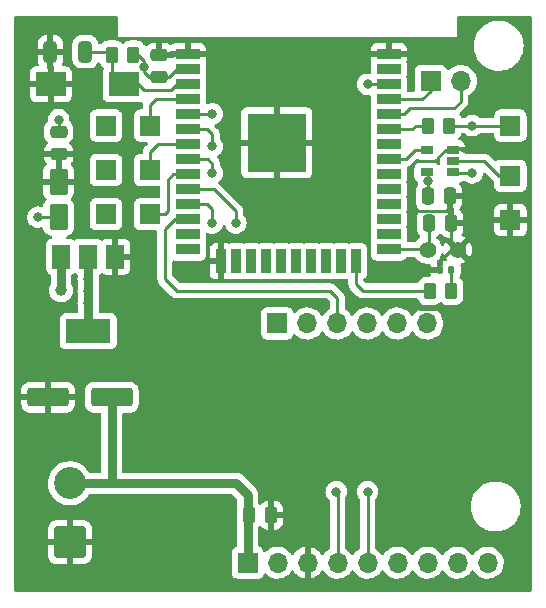
<source format=gbr>
%TF.GenerationSoftware,KiCad,Pcbnew,5.99.0-unknown-2b86b34124~125~ubuntu18.04.1*%
%TF.CreationDate,2021-04-08T16:17:32+02:00*%
%TF.ProjectId,controlAVR155,636f6e74-726f-46c4-9156-523135352e6b,rev?*%
%TF.SameCoordinates,Original*%
%TF.FileFunction,Copper,L1,Top*%
%TF.FilePolarity,Positive*%
%FSLAX46Y46*%
G04 Gerber Fmt 4.6, Leading zero omitted, Abs format (unit mm)*
G04 Created by KiCad (PCBNEW 5.99.0-unknown-2b86b34124~125~ubuntu18.04.1) date 2021-04-08 16:17:32*
%MOMM*%
%LPD*%
G01*
G04 APERTURE LIST*
G04 Aperture macros list*
%AMRoundRect*
0 Rectangle with rounded corners*
0 $1 Rounding radius*
0 $2 $3 $4 $5 $6 $7 $8 $9 X,Y pos of 4 corners*
0 Add a 4 corners polygon primitive as box body*
4,1,4,$2,$3,$4,$5,$6,$7,$8,$9,$2,$3,0*
0 Add four circle primitives for the rounded corners*
1,1,$1+$1,$2,$3*
1,1,$1+$1,$4,$5*
1,1,$1+$1,$6,$7*
1,1,$1+$1,$8,$9*
0 Add four rect primitives between the rounded corners*
20,1,$1+$1,$2,$3,$4,$5,0*
20,1,$1+$1,$4,$5,$6,$7,0*
20,1,$1+$1,$6,$7,$8,$9,0*
20,1,$1+$1,$8,$9,$2,$3,0*%
G04 Aperture macros list end*
%TA.AperFunction,SMDPad,CuDef*%
%ADD10RoundRect,0.250000X-0.475000X0.250000X-0.475000X-0.250000X0.475000X-0.250000X0.475000X0.250000X0*%
%TD*%
%TA.AperFunction,ComponentPad*%
%ADD11R,1.700000X1.700000*%
%TD*%
%TA.AperFunction,ComponentPad*%
%ADD12O,1.700000X1.700000*%
%TD*%
%TA.AperFunction,SMDPad,CuDef*%
%ADD13RoundRect,0.250000X0.550000X-0.850000X0.550000X0.850000X-0.550000X0.850000X-0.550000X-0.850000X0*%
%TD*%
%TA.AperFunction,SMDPad,CuDef*%
%ADD14R,2.500000X2.000000*%
%TD*%
%TA.AperFunction,SMDPad,CuDef*%
%ADD15R,2.000000X0.900000*%
%TD*%
%TA.AperFunction,SMDPad,CuDef*%
%ADD16R,0.900000X2.000000*%
%TD*%
%TA.AperFunction,SMDPad,CuDef*%
%ADD17R,5.000000X5.000000*%
%TD*%
%TA.AperFunction,SMDPad,CuDef*%
%ADD18RoundRect,0.147500X-0.147500X-0.172500X0.147500X-0.172500X0.147500X0.172500X-0.147500X0.172500X0*%
%TD*%
%TA.AperFunction,SMDPad,CuDef*%
%ADD19RoundRect,0.250000X-0.250000X-0.475000X0.250000X-0.475000X0.250000X0.475000X-0.250000X0.475000X0*%
%TD*%
%TA.AperFunction,ComponentPad*%
%ADD20C,1.400000*%
%TD*%
%TA.AperFunction,SMDPad,CuDef*%
%ADD21RoundRect,0.250000X-0.262500X-0.450000X0.262500X-0.450000X0.262500X0.450000X-0.262500X0.450000X0*%
%TD*%
%TA.AperFunction,SMDPad,CuDef*%
%ADD22R,1.500000X2.000000*%
%TD*%
%TA.AperFunction,SMDPad,CuDef*%
%ADD23R,3.800000X2.000000*%
%TD*%
%TA.AperFunction,ComponentPad*%
%ADD24RoundRect,0.250001X1.099999X-1.099999X1.099999X1.099999X-1.099999X1.099999X-1.099999X-1.099999X0*%
%TD*%
%TA.AperFunction,ComponentPad*%
%ADD25C,2.700000*%
%TD*%
%TA.AperFunction,SMDPad,CuDef*%
%ADD26RoundRect,0.250000X0.475000X-0.250000X0.475000X0.250000X-0.475000X0.250000X-0.475000X-0.250000X0*%
%TD*%
%TA.AperFunction,SMDPad,CuDef*%
%ADD27R,1.060000X0.650000*%
%TD*%
%TA.AperFunction,SMDPad,CuDef*%
%ADD28RoundRect,0.250000X0.262500X0.450000X-0.262500X0.450000X-0.262500X-0.450000X0.262500X-0.450000X0*%
%TD*%
%TA.AperFunction,SMDPad,CuDef*%
%ADD29RoundRect,0.250000X1.500000X0.550000X-1.500000X0.550000X-1.500000X-0.550000X1.500000X-0.550000X0*%
%TD*%
%TA.AperFunction,SMDPad,CuDef*%
%ADD30RoundRect,0.250000X-0.325000X-0.650000X0.325000X-0.650000X0.325000X0.650000X-0.325000X0.650000X0*%
%TD*%
%TA.AperFunction,ViaPad*%
%ADD31C,1.000000*%
%TD*%
%TA.AperFunction,ViaPad*%
%ADD32C,0.800000*%
%TD*%
%TA.AperFunction,Conductor*%
%ADD33C,0.250000*%
%TD*%
%TA.AperFunction,Conductor*%
%ADD34C,0.750000*%
%TD*%
G04 APERTURE END LIST*
D10*
%TO.P,C3,1*%
%TO.N,+3V3*%
X109250000Y-80000000D03*
%TO.P,C3,2*%
%TO.N,GND*%
X109250000Y-81900000D03*
%TD*%
D11*
%TO.P,J2,1,Pin_1*%
%TO.N,/AUX1*%
X113250000Y-79500000D03*
%TD*%
%TO.P,J10,1,Pin_1*%
%TO.N,/<-RX IR*%
X147500000Y-83750000D03*
%TD*%
%TO.P,J9,1,Pin_1*%
%TO.N,unconnected-(J9-Pad1)*%
X127750000Y-96250000D03*
D12*
%TO.P,J9,2,Pin_2*%
%TO.N,unconnected-(J9-Pad2)*%
X130290000Y-96250000D03*
%TO.P,J9,3,Pin_3*%
%TO.N,Mute*%
X132830000Y-96250000D03*
%TO.P,J9,4,Pin_4*%
%TO.N,unconnected-(J9-Pad4)*%
X135370000Y-96250000D03*
%TO.P,J9,5,Pin_5*%
%TO.N,unconnected-(J9-Pad5)*%
X137910000Y-96250000D03*
%TO.P,J9,6,Pin_6*%
%TO.N,unconnected-(J9-Pad6)*%
X140450000Y-96250000D03*
%TD*%
D11*
%TO.P,J3,1,Pin_1*%
%TO.N,/AUX2*%
X113250000Y-83250000D03*
%TD*%
%TO.P,J8,1,Pin_1*%
%TO.N,+5V*%
X125250000Y-116500000D03*
D12*
%TO.P,J8,2,Pin_2*%
%TO.N,unconnected-(J8-Pad2)*%
X127790000Y-116500000D03*
%TO.P,J8,3,Pin_3*%
%TO.N,GND*%
X130330000Y-116500000D03*
%TO.P,J8,4,Pin_4*%
%TO.N,WSEL*%
X132870000Y-116500000D03*
%TO.P,J8,5,Pin_5*%
%TO.N,DIN*%
X135410000Y-116500000D03*
%TO.P,J8,6,Pin_6*%
%TO.N,BCLK*%
X137950000Y-116500000D03*
%TO.P,J8,7,Pin_7*%
%TO.N,unconnected-(J8-Pad7)*%
X140490000Y-116500000D03*
%TO.P,J8,8,Pin_8*%
%TO.N,unconnected-(J8-Pad8)*%
X143030000Y-116500000D03*
%TO.P,J8,9,Pin_9*%
%TO.N,unconnected-(J8-Pad9)*%
X145570000Y-116500000D03*
%TD*%
D13*
%TO.P,C4,1*%
%TO.N,+3V3*%
X109250000Y-87250000D03*
%TO.P,C4,2*%
%TO.N,GND*%
X109250000Y-84250000D03*
%TD*%
D14*
%TO.P,SW1,1,1*%
%TO.N,GND*%
X108590000Y-76000000D03*
%TO.P,SW1,2,2*%
%TO.N,/EN*%
X114750000Y-76000000D03*
%TD*%
D15*
%TO.P,U2,1,GND*%
%TO.N,GND*%
X120200000Y-73465000D03*
%TO.P,U2,2,3V3*%
%TO.N,+3V3*%
X120200000Y-74735000D03*
%TO.P,U2,3,EN*%
%TO.N,/EN*%
X120200000Y-76005000D03*
%TO.P,U2,4,IO36-SENSOR_VP*%
%TO.N,/ADC1_0*%
X120200000Y-77275000D03*
%TO.P,U2,5,IO39-SENSOR_VN*%
%TO.N,/AUX1*%
X120200000Y-78545000D03*
%TO.P,U2,6,IO34*%
%TO.N,/AUX2*%
X120200000Y-79815000D03*
%TO.P,U2,7,IO35*%
%TO.N,/AUX3*%
X120200000Y-81085000D03*
%TO.P,U2,8,IO32*%
%TO.N,/AUX4*%
X120200000Y-82355000D03*
%TO.P,U2,9,IO33*%
%TO.N,/AUX5*%
X120200000Y-83625000D03*
%TO.P,U2,10,IO25*%
%TO.N,WSEL*%
X120200000Y-84895000D03*
%TO.P,U2,11,IO26*%
%TO.N,BCLK*%
X120200000Y-86165000D03*
%TO.P,U2,12,IO27*%
%TO.N,Mute*%
X120200000Y-87435000D03*
%TO.P,U2,13,IO14*%
%TO.N,unconnected-(U2-Pad13)*%
X120200000Y-88705000D03*
%TO.P,U2,14,IO12*%
%TO.N,unconnected-(U2-Pad14)*%
X120200000Y-89975000D03*
D16*
%TO.P,U2,15,GND*%
%TO.N,GND*%
X122985000Y-90975000D03*
%TO.P,U2,16,IO13*%
%TO.N,unconnected-(U2-Pad16)*%
X124255000Y-90975000D03*
%TO.P,U2,17,SD2*%
%TO.N,unconnected-(U2-Pad17)*%
X125525000Y-90975000D03*
%TO.P,U2,18,SD3*%
%TO.N,unconnected-(U2-Pad18)*%
X126795000Y-90975000D03*
%TO.P,U2,19,CMD*%
%TO.N,unconnected-(U2-Pad19)*%
X128065000Y-90975000D03*
%TO.P,U2,20,CLK*%
%TO.N,unconnected-(U2-Pad20)*%
X129335000Y-90975000D03*
%TO.P,U2,21,SDO*%
%TO.N,unconnected-(U2-Pad21)*%
X130605000Y-90975000D03*
%TO.P,U2,22,SD1*%
%TO.N,unconnected-(U2-Pad22)*%
X131875000Y-90975000D03*
%TO.P,U2,23,IO15*%
%TO.N,unconnected-(U2-Pad23)*%
X133145000Y-90975000D03*
%TO.P,U2,24,IO2*%
%TO.N,Net-(R3-Pad2)*%
X134415000Y-90975000D03*
D15*
%TO.P,U2,25,IO0*%
%TO.N,Net-(C7-Pad1)*%
X137200000Y-89975000D03*
%TO.P,U2,26,IO4*%
%TO.N,unconnected-(U2-Pad26)*%
X137200000Y-88705000D03*
%TO.P,U2,27,IO16*%
%TO.N,unconnected-(U2-Pad27)*%
X137200000Y-87435000D03*
%TO.P,U2,28,IO17*%
%TO.N,unconnected-(U2-Pad28)*%
X137200000Y-86165000D03*
%TO.P,U2,29,IO5*%
%TO.N,unconnected-(U2-Pad29)*%
X137200000Y-84895000D03*
%TO.P,U2,30,IO18*%
%TO.N,unconnected-(U2-Pad30)*%
X137200000Y-83625000D03*
%TO.P,U2,31,IO19*%
%TO.N,Net-(U2-Pad31)*%
X137200000Y-82355000D03*
%TO.P,U2,32,NC*%
%TO.N,unconnected-(U2-Pad32)*%
X137200000Y-81085000D03*
%TO.P,U2,33,IO21*%
%TO.N,Net-(R2-Pad1)*%
X137200000Y-79815000D03*
%TO.P,U2,34,RXD0*%
%TO.N,/RXD*%
X137200000Y-78545000D03*
%TO.P,U2,35,TXD0*%
%TO.N,/TXD*%
X137200000Y-77275000D03*
%TO.P,U2,36,IO22*%
%TO.N,DIN*%
X137200000Y-76005000D03*
%TO.P,U2,37,IO23*%
%TO.N,unconnected-(U2-Pad37)*%
X137200000Y-74735000D03*
%TO.P,U2,38,GND*%
%TO.N,GND*%
X137200000Y-73465000D03*
D17*
%TO.P,U2,39,GND-PAD*%
X127700000Y-80965000D03*
%TD*%
D18*
%TO.P,D1,1,K*%
%TO.N,GND*%
X141515000Y-91750000D03*
%TO.P,D1,2,A*%
%TO.N,Net-(D1-Pad2)*%
X142485000Y-91750000D03*
%TD*%
D19*
%TO.P,C8,1*%
%TO.N,+3V3*%
X140500000Y-85500000D03*
%TO.P,C8,2*%
%TO.N,GND*%
X142400000Y-85500000D03*
%TD*%
D20*
%TO.P,JP0,1,1*%
%TO.N,Net-(C7-Pad1)*%
X140500000Y-90000000D03*
%TO.P,JP0,2,2*%
%TO.N,GND*%
X143040000Y-90000000D03*
%TD*%
D21*
%TO.P,R2,1*%
%TO.N,Net-(R2-Pad1)*%
X140500000Y-79500000D03*
%TO.P,R2,2*%
%TO.N,/Out CPU->*%
X142325000Y-79500000D03*
%TD*%
D11*
%TO.P,J6,1,Pin_1*%
%TO.N,/AUX5*%
X117000000Y-87000000D03*
%TD*%
D22*
%TO.P,U1,1,GND*%
%TO.N,GND*%
X114050000Y-90600000D03*
%TO.P,U1,2,VO*%
%TO.N,+3V3*%
X111750000Y-90600000D03*
D23*
X111750000Y-96900000D03*
D22*
%TO.P,U1,3,VI*%
%TO.N,+5V*%
X109450000Y-90600000D03*
%TD*%
D24*
%TO.P,JP1,1,Pin_1*%
%TO.N,GND*%
X110200000Y-114777500D03*
D25*
%TO.P,JP1,2,Pin_2*%
%TO.N,+5V*%
X110200000Y-109777500D03*
%TD*%
D11*
%TO.P,J1,1,Pin_1*%
%TO.N,/ADC1_0*%
X117000000Y-79500000D03*
%TD*%
%TO.P,J11,1,Pin_1*%
%TO.N,/Out CPU->*%
X147500000Y-79500000D03*
%TD*%
D26*
%TO.P,C5,1*%
%TO.N,+3V3*%
X117750000Y-75400000D03*
%TO.P,C5,2*%
%TO.N,GND*%
X117750000Y-73500000D03*
%TD*%
D11*
%TO.P,J7,1,Pin_1*%
%TO.N,/TXD*%
X140750000Y-75725000D03*
D12*
%TO.P,J7,2,Pin_2*%
%TO.N,/RXD*%
X143290000Y-75725000D03*
%TD*%
D27*
%TO.P,U3,1*%
%TO.N,/Out CPU->*%
X142600000Y-83450000D03*
%TO.P,U3,2*%
%TO.N,/<-RX IR*%
X142600000Y-82500000D03*
%TO.P,U3,3,GND*%
%TO.N,GND*%
X142600000Y-81550000D03*
%TO.P,U3,4*%
%TO.N,Net-(U2-Pad31)*%
X140400000Y-81550000D03*
%TO.P,U3,5,V+*%
%TO.N,+3V3*%
X140400000Y-83450000D03*
%TD*%
D11*
%TO.P,J4,1,Pin_1*%
%TO.N,/AUX3*%
X117000000Y-83250000D03*
%TD*%
D28*
%TO.P,R1,1*%
%TO.N,+3V3*%
X115575000Y-73500000D03*
%TO.P,R1,2*%
%TO.N,/EN*%
X113750000Y-73500000D03*
%TD*%
D29*
%TO.P,C2,1*%
%TO.N,+5V*%
X113750000Y-102500000D03*
%TO.P,C2,2*%
%TO.N,GND*%
X108350000Y-102500000D03*
%TD*%
D19*
%TO.P,C7,1*%
%TO.N,Net-(C7-Pad1)*%
X140600000Y-87750000D03*
%TO.P,C7,2*%
%TO.N,GND*%
X142500000Y-87750000D03*
%TD*%
%TO.P,C1,1*%
%TO.N,+5V*%
X125350000Y-112500000D03*
%TO.P,C1,2*%
%TO.N,GND*%
X127250000Y-112500000D03*
%TD*%
D11*
%TO.P,J5,1,Pin_1*%
%TO.N,/AUX4*%
X113250000Y-87000000D03*
%TD*%
D28*
%TO.P,R3,1*%
%TO.N,Net-(D1-Pad2)*%
X142500000Y-93500000D03*
%TO.P,R3,2*%
%TO.N,Net-(R3-Pad2)*%
X140675000Y-93500000D03*
%TD*%
D11*
%TO.P,J12,1,Pin_1*%
%TO.N,GND*%
X147500000Y-87500000D03*
%TD*%
D30*
%TO.P,C6,1*%
%TO.N,GND*%
X108550000Y-73250000D03*
%TO.P,C6,2*%
%TO.N,/EN*%
X111500000Y-73250000D03*
%TD*%
D31*
%TO.N,+5V*%
X109450000Y-93450000D03*
D32*
%TO.N,+3V3*%
X111750000Y-92500000D03*
X140550000Y-84200000D03*
X111750000Y-94500000D03*
X107500000Y-87250000D03*
X116500000Y-74500000D03*
X109250000Y-79000000D03*
X111750000Y-93500000D03*
%TO.N,/AUX1*%
X122250000Y-78500000D03*
%TO.N,/AUX2*%
X122250000Y-81250000D03*
%TO.N,/AUX4*%
X122250000Y-83500000D03*
%TO.N,BCLK*%
X122250000Y-87750000D03*
%TO.N,DIN*%
X135400000Y-110500000D03*
X135400000Y-76005000D03*
%TO.N,WSEL*%
X132750000Y-110500000D03*
X124250000Y-87750000D03*
%TO.N,/Out CPU->*%
X144250000Y-83500000D03*
X144250000Y-79500000D03*
%TD*%
D33*
%TO.N,GND*%
X139750000Y-95000000D02*
X141250000Y-95000000D01*
X142500000Y-90000000D02*
X141500000Y-91000000D01*
X141400000Y-82500000D02*
X139700000Y-82500000D01*
X143040000Y-90000000D02*
X142500000Y-90000000D01*
X140000000Y-94750000D02*
X139750000Y-95000000D01*
X142400000Y-85500000D02*
X142400000Y-86350000D01*
X141400000Y-82200000D02*
X141400000Y-82500000D01*
X142400000Y-86350000D02*
X142050020Y-86699980D01*
X143040000Y-90000000D02*
X142290000Y-89250000D01*
X142600000Y-81550000D02*
X142050000Y-81550000D01*
X142290000Y-89250000D02*
X142500000Y-89040000D01*
X141515000Y-91015000D02*
X141515000Y-91750000D01*
X141500000Y-91000000D02*
X141515000Y-91015000D01*
X142050000Y-81550000D02*
X141400000Y-82200000D01*
X141400000Y-82500000D02*
X141100000Y-82500000D01*
X142500000Y-89040000D02*
X142500000Y-87750000D01*
X141250000Y-94750000D02*
X140000000Y-94750000D01*
X142050020Y-86699980D02*
X139300020Y-86699980D01*
X142050000Y-81550000D02*
X141950000Y-81650000D01*
D34*
%TO.N,+5V*%
X113750000Y-109500000D02*
X114027500Y-109777500D01*
X125250000Y-116500000D02*
X125250000Y-110750000D01*
X124277500Y-109777500D02*
X118277500Y-109777500D01*
X118277500Y-109777500D02*
X114027500Y-109777500D01*
X109450000Y-90600000D02*
X109450000Y-93450000D01*
X125250000Y-110750000D02*
X124277500Y-109777500D01*
X113750000Y-102500000D02*
X113750000Y-109500000D01*
X114027500Y-109777500D02*
X110200000Y-109777500D01*
D33*
%TO.N,+3V3*%
X116500000Y-74500000D02*
X116500000Y-74000000D01*
D34*
X111750000Y-94500000D02*
X111750000Y-96900000D01*
D33*
X140550000Y-85500000D02*
X140550000Y-84200000D01*
X140550000Y-83600000D02*
X140400000Y-83450000D01*
X116900000Y-75400000D02*
X116500000Y-75000000D01*
X109250000Y-87250000D02*
X107500000Y-87250000D01*
X140550000Y-84200000D02*
X140550000Y-83600000D01*
X120200000Y-74735000D02*
X119265000Y-74735000D01*
X117750000Y-75400000D02*
X116900000Y-75400000D01*
X116500000Y-74000000D02*
X116000000Y-73500000D01*
D34*
X111750000Y-90600000D02*
X111750000Y-92500000D01*
D33*
X109250000Y-80000000D02*
X109250000Y-79000000D01*
D34*
X111750000Y-93500000D02*
X111750000Y-94500000D01*
D33*
X119265000Y-74735000D02*
X118600000Y-75400000D01*
X118600000Y-75400000D02*
X117750000Y-75400000D01*
D34*
X111750000Y-92500000D02*
X111750000Y-93500000D01*
D33*
X111750000Y-90600000D02*
X111750000Y-89750000D01*
X116000000Y-73500000D02*
X115575000Y-73500000D01*
X116500000Y-75000000D02*
X116500000Y-74250000D01*
%TO.N,/EN*%
X120200000Y-76005000D02*
X119245000Y-76005000D01*
X113500000Y-73250000D02*
X113750000Y-73500000D01*
X116500000Y-76500000D02*
X116000000Y-76000000D01*
X119245000Y-76005000D02*
X118750000Y-76500000D01*
X116000000Y-76000000D02*
X114750000Y-76000000D01*
X111500000Y-73250000D02*
X113500000Y-73250000D01*
X114750000Y-76000000D02*
X113750000Y-75000000D01*
X118750000Y-76500000D02*
X116500000Y-76500000D01*
X113750000Y-75000000D02*
X113750000Y-73500000D01*
%TO.N,Net-(C7-Pad1)*%
X140600000Y-89900000D02*
X140500000Y-90000000D01*
X137200000Y-89975000D02*
X140475000Y-89975000D01*
X140475000Y-89975000D02*
X140500000Y-90000000D01*
X140600000Y-87750000D02*
X140600000Y-89900000D01*
%TO.N,Net-(D1-Pad2)*%
X142485000Y-93485000D02*
X142500000Y-93500000D01*
X142485000Y-91750000D02*
X142485000Y-93485000D01*
%TO.N,/ADC1_0*%
X117000000Y-77750000D02*
X117000000Y-79500000D01*
X117475000Y-77275000D02*
X117000000Y-77750000D01*
X120200000Y-77275000D02*
X117475000Y-77275000D01*
%TO.N,/AUX1*%
X122205000Y-78545000D02*
X122250000Y-78500000D01*
X121955000Y-78545000D02*
X122205000Y-78545000D01*
X120200000Y-78545000D02*
X121955000Y-78545000D01*
%TO.N,/AUX2*%
X122250000Y-80250000D02*
X122250000Y-81250000D01*
X120200000Y-79815000D02*
X121815000Y-79815000D01*
X121815000Y-79815000D02*
X122250000Y-80250000D01*
%TO.N,/AUX3*%
X120200000Y-81085000D02*
X117665000Y-81085000D01*
X117665000Y-81085000D02*
X117000000Y-81750000D01*
X117000000Y-81750000D02*
X117000000Y-83250000D01*
%TO.N,/AUX4*%
X120200000Y-82355000D02*
X121895000Y-82355000D01*
X122250000Y-83500000D02*
X122250000Y-82710000D01*
X122250000Y-82710000D02*
X121895000Y-82355000D01*
%TO.N,/AUX5*%
X118500000Y-86750000D02*
X118250000Y-87000000D01*
X118250000Y-87000000D02*
X117000000Y-87000000D01*
X120200000Y-83625000D02*
X118950000Y-83625000D01*
X118950000Y-83625000D02*
X118500000Y-84075000D01*
X118500000Y-84075000D02*
X118500000Y-86750000D01*
%TO.N,/RXD*%
X138455000Y-78545000D02*
X139000000Y-78000000D01*
X143290000Y-75725000D02*
X143290000Y-77460000D01*
X137200000Y-78545000D02*
X138455000Y-78545000D01*
X143290000Y-77460000D02*
X142750000Y-78000000D01*
X139000000Y-78000000D02*
X142750000Y-78000000D01*
%TO.N,/TXD*%
X137200000Y-77275000D02*
X140025000Y-77275000D01*
X140750000Y-75725000D02*
X140750000Y-76550000D01*
X140750000Y-76550000D02*
X140025000Y-77275000D01*
%TO.N,BCLK*%
X121835000Y-86165000D02*
X120200000Y-86165000D01*
X122250000Y-86580000D02*
X121835000Y-86165000D01*
X122250000Y-87750000D02*
X122250000Y-86580000D01*
%TO.N,DIN*%
X137200000Y-76005000D02*
X135400000Y-76005000D01*
X135410000Y-110410000D02*
X135410000Y-116500000D01*
X135400000Y-110500000D02*
X135410000Y-110410000D01*
%TO.N,WSEL*%
X124250000Y-87750000D02*
X124250000Y-86750000D01*
X120200000Y-84895000D02*
X122395000Y-84895000D01*
X132870000Y-116500000D02*
X132870000Y-110620000D01*
X132870000Y-110620000D02*
X132750000Y-110500000D01*
X122395000Y-84895000D02*
X124250000Y-86750000D01*
%TO.N,Mute*%
X132830000Y-94080000D02*
X132830000Y-96250000D01*
X118250000Y-88250000D02*
X118250000Y-92500000D01*
X132250000Y-93500000D02*
X132830000Y-94080000D01*
X118250000Y-92500000D02*
X119250000Y-93500000D01*
X120200000Y-87435000D02*
X119065000Y-87435000D01*
X119065000Y-87435000D02*
X118250000Y-88250000D01*
X119250000Y-93500000D02*
X132250000Y-93500000D01*
X120385000Y-87250000D02*
X120200000Y-87435000D01*
%TO.N,/<-RX IR*%
X144250000Y-82500000D02*
X144500000Y-82500000D01*
X145250000Y-82500000D02*
X144250000Y-82500000D01*
X147750000Y-83750000D02*
X146500000Y-83750000D01*
X146500000Y-83750000D02*
X145250000Y-82500000D01*
X142600000Y-82500000D02*
X144250000Y-82500000D01*
%TO.N,/Out CPU->*%
X142650000Y-83500000D02*
X142600000Y-83450000D01*
X144250000Y-79500000D02*
X142325000Y-79500000D01*
X144250000Y-83500000D02*
X142650000Y-83500000D01*
X147750000Y-79500000D02*
X144250000Y-79500000D01*
%TO.N,Net-(R2-Pad1)*%
X139185000Y-79815000D02*
X139500000Y-79500000D01*
X137200000Y-79815000D02*
X139185000Y-79815000D01*
X139500000Y-79500000D02*
X140500000Y-79500000D01*
%TO.N,Net-(R3-Pad2)*%
X140675000Y-93500000D02*
X135000000Y-93500000D01*
X135000000Y-93500000D02*
X134415000Y-92915000D01*
X134415000Y-92915000D02*
X134415000Y-90975000D01*
%TO.N,Net-(U2-Pad31)*%
X138645000Y-82355000D02*
X139450000Y-81550000D01*
X139450000Y-81550000D02*
X140400000Y-81550000D01*
X137200000Y-82355000D02*
X138645000Y-82355000D01*
%TD*%
%TA.AperFunction,Conductor*%
%TO.N,GND*%
G36*
X114192121Y-70228002D02*
G01*
X114238614Y-70281658D01*
X114250000Y-70334000D01*
X114250000Y-72000000D01*
X143000000Y-72000000D01*
X143000000Y-70334000D01*
X143020002Y-70265879D01*
X143073658Y-70219386D01*
X143126000Y-70208000D01*
X149166000Y-70208000D01*
X149234121Y-70228002D01*
X149280614Y-70281658D01*
X149292000Y-70334000D01*
X149292000Y-118866000D01*
X149271998Y-118934121D01*
X149218342Y-118980614D01*
X149166000Y-118992000D01*
X105634000Y-118992000D01*
X105565879Y-118971998D01*
X105519386Y-118918342D01*
X105508000Y-118866000D01*
X105508000Y-115045048D01*
X108342000Y-115045048D01*
X108342000Y-115916722D01*
X108342424Y-115924023D01*
X108356617Y-116045754D01*
X108359963Y-116059909D01*
X108415263Y-116212262D01*
X108421773Y-116225260D01*
X108510641Y-116360806D01*
X108519965Y-116371958D01*
X108637631Y-116483424D01*
X108649276Y-116492136D01*
X108789424Y-116573540D01*
X108802759Y-116579338D01*
X108958701Y-116626568D01*
X108971324Y-116629016D01*
X109041185Y-116635251D01*
X109046780Y-116635500D01*
X109927885Y-116635500D01*
X109943124Y-116631025D01*
X109944329Y-116629635D01*
X109946000Y-116621952D01*
X109946000Y-115049615D01*
X109944659Y-115045048D01*
X110454000Y-115045048D01*
X110454000Y-116617385D01*
X110458475Y-116632624D01*
X110459865Y-116633829D01*
X110467548Y-116635500D01*
X111339222Y-116635500D01*
X111346523Y-116635076D01*
X111468254Y-116620883D01*
X111482409Y-116617537D01*
X111634762Y-116562237D01*
X111647760Y-116555727D01*
X111783306Y-116466859D01*
X111794458Y-116457535D01*
X111905924Y-116339869D01*
X111914636Y-116328224D01*
X111996040Y-116188076D01*
X112001838Y-116174741D01*
X112049068Y-116018799D01*
X112051516Y-116006176D01*
X112057751Y-115936315D01*
X112058000Y-115930720D01*
X112058000Y-115049615D01*
X112053525Y-115034376D01*
X112052135Y-115033171D01*
X112044452Y-115031500D01*
X110472115Y-115031500D01*
X110456876Y-115035975D01*
X110455671Y-115037365D01*
X110454000Y-115045048D01*
X109944659Y-115045048D01*
X109941525Y-115034376D01*
X109940135Y-115033171D01*
X109932452Y-115031500D01*
X108360115Y-115031500D01*
X108344876Y-115035975D01*
X108343671Y-115037365D01*
X108342000Y-115045048D01*
X105508000Y-115045048D01*
X105508000Y-113624280D01*
X108342000Y-113624280D01*
X108342000Y-114505385D01*
X108346475Y-114520624D01*
X108347865Y-114521829D01*
X108355548Y-114523500D01*
X109927885Y-114523500D01*
X109943124Y-114519025D01*
X109944329Y-114517635D01*
X109946000Y-114509952D01*
X109946000Y-112937615D01*
X109944659Y-112933048D01*
X110454000Y-112933048D01*
X110454000Y-114505385D01*
X110458475Y-114520624D01*
X110459865Y-114521829D01*
X110467548Y-114523500D01*
X112039885Y-114523500D01*
X112055124Y-114519025D01*
X112056329Y-114517635D01*
X112058000Y-114509952D01*
X112058000Y-113638278D01*
X112057576Y-113630977D01*
X112043383Y-113509246D01*
X112040037Y-113495091D01*
X111984737Y-113342738D01*
X111978227Y-113329740D01*
X111889359Y-113194194D01*
X111880035Y-113183042D01*
X111762369Y-113071576D01*
X111750724Y-113062864D01*
X111610576Y-112981460D01*
X111597241Y-112975662D01*
X111441299Y-112928432D01*
X111428676Y-112925984D01*
X111358815Y-112919749D01*
X111353220Y-112919500D01*
X110472115Y-112919500D01*
X110456876Y-112923975D01*
X110455671Y-112925365D01*
X110454000Y-112933048D01*
X109944659Y-112933048D01*
X109941525Y-112922376D01*
X109940135Y-112921171D01*
X109932452Y-112919500D01*
X109060778Y-112919500D01*
X109053477Y-112919924D01*
X108931746Y-112934117D01*
X108917591Y-112937463D01*
X108765238Y-112992763D01*
X108752240Y-112999273D01*
X108616694Y-113088141D01*
X108605542Y-113097465D01*
X108494076Y-113215131D01*
X108485364Y-113226776D01*
X108403960Y-113366924D01*
X108398162Y-113380259D01*
X108350932Y-113536201D01*
X108348484Y-113548824D01*
X108342249Y-113618685D01*
X108342000Y-113624280D01*
X105508000Y-113624280D01*
X105508000Y-109862034D01*
X108338418Y-109862034D01*
X108338953Y-109866552D01*
X108338953Y-109866558D01*
X108361349Y-110055778D01*
X108370120Y-110129879D01*
X108371304Y-110134281D01*
X108371305Y-110134288D01*
X108386711Y-110191582D01*
X108440155Y-110390343D01*
X108547055Y-110637969D01*
X108549445Y-110641846D01*
X108549449Y-110641854D01*
X108659498Y-110820385D01*
X108688583Y-110867569D01*
X108861772Y-111074333D01*
X108992948Y-111191413D01*
X109058458Y-111249883D01*
X109062994Y-111253932D01*
X109288036Y-111402601D01*
X109323131Y-111419078D01*
X109528046Y-111515286D01*
X109528050Y-111515288D01*
X109532181Y-111517227D01*
X109790317Y-111595409D01*
X110057034Y-111635508D01*
X110061599Y-111635528D01*
X110061600Y-111635528D01*
X110188177Y-111636080D01*
X110326746Y-111636685D01*
X110593804Y-111598915D01*
X110852611Y-111522989D01*
X110986215Y-111461679D01*
X111093600Y-111412401D01*
X111093606Y-111412398D01*
X111097748Y-111410497D01*
X111101573Y-111408018D01*
X111101578Y-111408015D01*
X111320249Y-111266280D01*
X111320251Y-111266279D01*
X111324078Y-111263798D01*
X111526861Y-111085962D01*
X111614940Y-110982652D01*
X111698893Y-110884182D01*
X111698894Y-110884181D01*
X111701847Y-110880717D01*
X111802892Y-110719950D01*
X111856076Y-110672920D01*
X111909570Y-110661000D01*
X113998540Y-110661000D01*
X114005134Y-110661173D01*
X114067408Y-110664437D01*
X114067412Y-110664437D01*
X114074000Y-110664782D01*
X114088087Y-110662551D01*
X114107796Y-110661000D01*
X123859352Y-110661000D01*
X123927473Y-110681002D01*
X123948448Y-110697905D01*
X124329596Y-111079054D01*
X124363621Y-111141366D01*
X124366500Y-111168149D01*
X124366500Y-111811925D01*
X124361090Y-111848448D01*
X124348567Y-111889796D01*
X124341500Y-111968978D01*
X124341500Y-113017886D01*
X124356978Y-113150643D01*
X124359475Y-113157523D01*
X124361160Y-113164650D01*
X124360481Y-113164811D01*
X124366500Y-113199037D01*
X124366500Y-115035783D01*
X124346498Y-115103904D01*
X124292842Y-115150397D01*
X124275998Y-115156679D01*
X124195330Y-115180365D01*
X124195328Y-115180366D01*
X124186684Y-115182904D01*
X124166350Y-115195972D01*
X124071309Y-115257051D01*
X124071306Y-115257053D01*
X124063729Y-115261923D01*
X124057828Y-115268733D01*
X123973918Y-115365569D01*
X123973916Y-115365572D01*
X123968016Y-115372381D01*
X123907300Y-115505330D01*
X123906018Y-115514245D01*
X123906018Y-115514246D01*
X123887139Y-115645552D01*
X123887138Y-115645559D01*
X123886500Y-115650000D01*
X123886500Y-117350000D01*
X123891727Y-117423079D01*
X123895191Y-117434875D01*
X123924350Y-117534182D01*
X123932904Y-117563316D01*
X123937775Y-117570895D01*
X124007051Y-117678691D01*
X124007053Y-117678694D01*
X124011923Y-117686271D01*
X124018733Y-117692172D01*
X124115569Y-117776082D01*
X124115572Y-117776084D01*
X124122381Y-117781984D01*
X124130579Y-117785728D01*
X124242998Y-117837068D01*
X124255330Y-117842700D01*
X124264245Y-117843982D01*
X124264246Y-117843982D01*
X124395552Y-117862861D01*
X124395559Y-117862862D01*
X124400000Y-117863500D01*
X126100000Y-117863500D01*
X126173079Y-117858273D01*
X126265636Y-117831096D01*
X126304670Y-117819635D01*
X126304672Y-117819634D01*
X126313316Y-117817096D01*
X126380446Y-117773954D01*
X126428691Y-117742949D01*
X126428694Y-117742947D01*
X126436271Y-117738077D01*
X126461086Y-117709439D01*
X126526082Y-117634431D01*
X126526084Y-117634428D01*
X126531984Y-117627619D01*
X126592700Y-117494670D01*
X126593320Y-117490360D01*
X126630432Y-117432610D01*
X126695012Y-117403117D01*
X126765286Y-117413220D01*
X126797335Y-117434270D01*
X126965629Y-117586069D01*
X127160406Y-117709439D01*
X127373184Y-117798228D01*
X127378387Y-117799425D01*
X127378392Y-117799426D01*
X127592678Y-117848701D01*
X127592683Y-117848702D01*
X127597881Y-117849897D01*
X127603209Y-117850200D01*
X127603212Y-117850200D01*
X127753877Y-117858755D01*
X127828071Y-117862968D01*
X127833378Y-117862368D01*
X127833380Y-117862368D01*
X128007354Y-117842700D01*
X128057173Y-117837068D01*
X128062288Y-117835587D01*
X128062292Y-117835586D01*
X128187161Y-117799426D01*
X128278635Y-117772937D01*
X128486125Y-117672409D01*
X128490463Y-117669309D01*
X128490468Y-117669306D01*
X128669370Y-117541459D01*
X128673711Y-117538357D01*
X128836030Y-117374617D01*
X128957953Y-117200816D01*
X129013449Y-117156536D01*
X129084075Y-117149289D01*
X129147407Y-117181375D01*
X129171781Y-117212958D01*
X129189550Y-117245617D01*
X129195402Y-117254491D01*
X129331486Y-117427113D01*
X129338750Y-117434875D01*
X129501967Y-117582094D01*
X129510444Y-117588528D01*
X129696122Y-117706136D01*
X129705567Y-117711053D01*
X129908406Y-117795694D01*
X129918545Y-117798950D01*
X130058345Y-117831096D01*
X130072422Y-117830257D01*
X130076000Y-117820999D01*
X130076000Y-115183717D01*
X130075328Y-115181430D01*
X130584000Y-115181430D01*
X130584000Y-117819941D01*
X130588151Y-117834079D01*
X130598798Y-117835774D01*
X130602192Y-117835096D01*
X130813333Y-117773954D01*
X130823259Y-117770143D01*
X131021065Y-117674307D01*
X131030212Y-117668876D01*
X131209041Y-117541083D01*
X131217149Y-117534182D01*
X131371893Y-117378082D01*
X131378706Y-117369934D01*
X131497368Y-117200781D01*
X131552864Y-117156501D01*
X131623489Y-117149254D01*
X131686822Y-117181340D01*
X131711196Y-117212923D01*
X131729133Y-117245890D01*
X131731685Y-117250580D01*
X131874424Y-117431644D01*
X131878389Y-117435220D01*
X132041659Y-117582489D01*
X132041665Y-117582494D01*
X132045629Y-117586069D01*
X132240406Y-117709439D01*
X132453184Y-117798228D01*
X132458387Y-117799425D01*
X132458392Y-117799426D01*
X132672678Y-117848701D01*
X132672683Y-117848702D01*
X132677881Y-117849897D01*
X132683209Y-117850200D01*
X132683212Y-117850200D01*
X132833877Y-117858755D01*
X132908071Y-117862968D01*
X132913378Y-117862368D01*
X132913380Y-117862368D01*
X133087354Y-117842700D01*
X133137173Y-117837068D01*
X133142288Y-117835587D01*
X133142292Y-117835586D01*
X133267161Y-117799426D01*
X133358635Y-117772937D01*
X133566125Y-117672409D01*
X133570463Y-117669309D01*
X133570468Y-117669306D01*
X133749370Y-117541459D01*
X133753711Y-117538357D01*
X133916030Y-117374617D01*
X133919090Y-117370255D01*
X133919095Y-117370249D01*
X134037634Y-117201271D01*
X134093130Y-117156990D01*
X134163755Y-117149743D01*
X134227088Y-117181829D01*
X134251461Y-117213410D01*
X134271685Y-117250580D01*
X134414424Y-117431644D01*
X134418389Y-117435220D01*
X134581659Y-117582489D01*
X134581665Y-117582494D01*
X134585629Y-117586069D01*
X134780406Y-117709439D01*
X134993184Y-117798228D01*
X134998387Y-117799425D01*
X134998392Y-117799426D01*
X135212678Y-117848701D01*
X135212683Y-117848702D01*
X135217881Y-117849897D01*
X135223209Y-117850200D01*
X135223212Y-117850200D01*
X135373877Y-117858755D01*
X135448071Y-117862968D01*
X135453378Y-117862368D01*
X135453380Y-117862368D01*
X135627354Y-117842700D01*
X135677173Y-117837068D01*
X135682288Y-117835587D01*
X135682292Y-117835586D01*
X135807161Y-117799426D01*
X135898635Y-117772937D01*
X136106125Y-117672409D01*
X136110463Y-117669309D01*
X136110468Y-117669306D01*
X136289370Y-117541459D01*
X136293711Y-117538357D01*
X136456030Y-117374617D01*
X136459090Y-117370255D01*
X136459095Y-117370249D01*
X136577634Y-117201271D01*
X136633130Y-117156990D01*
X136703755Y-117149743D01*
X136767088Y-117181829D01*
X136791461Y-117213410D01*
X136811685Y-117250580D01*
X136954424Y-117431644D01*
X136958389Y-117435220D01*
X137121659Y-117582489D01*
X137121665Y-117582494D01*
X137125629Y-117586069D01*
X137320406Y-117709439D01*
X137533184Y-117798228D01*
X137538387Y-117799425D01*
X137538392Y-117799426D01*
X137752678Y-117848701D01*
X137752683Y-117848702D01*
X137757881Y-117849897D01*
X137763209Y-117850200D01*
X137763212Y-117850200D01*
X137913877Y-117858755D01*
X137988071Y-117862968D01*
X137993378Y-117862368D01*
X137993380Y-117862368D01*
X138167354Y-117842700D01*
X138217173Y-117837068D01*
X138222288Y-117835587D01*
X138222292Y-117835586D01*
X138347161Y-117799426D01*
X138438635Y-117772937D01*
X138646125Y-117672409D01*
X138650463Y-117669309D01*
X138650468Y-117669306D01*
X138829370Y-117541459D01*
X138833711Y-117538357D01*
X138996030Y-117374617D01*
X138999090Y-117370255D01*
X138999095Y-117370249D01*
X139117634Y-117201271D01*
X139173130Y-117156990D01*
X139243755Y-117149743D01*
X139307088Y-117181829D01*
X139331461Y-117213410D01*
X139351685Y-117250580D01*
X139494424Y-117431644D01*
X139498389Y-117435220D01*
X139661659Y-117582489D01*
X139661665Y-117582494D01*
X139665629Y-117586069D01*
X139860406Y-117709439D01*
X140073184Y-117798228D01*
X140078387Y-117799425D01*
X140078392Y-117799426D01*
X140292678Y-117848701D01*
X140292683Y-117848702D01*
X140297881Y-117849897D01*
X140303209Y-117850200D01*
X140303212Y-117850200D01*
X140453877Y-117858755D01*
X140528071Y-117862968D01*
X140533378Y-117862368D01*
X140533380Y-117862368D01*
X140707354Y-117842700D01*
X140757173Y-117837068D01*
X140762288Y-117835587D01*
X140762292Y-117835586D01*
X140887161Y-117799426D01*
X140978635Y-117772937D01*
X141186125Y-117672409D01*
X141190463Y-117669309D01*
X141190468Y-117669306D01*
X141369370Y-117541459D01*
X141373711Y-117538357D01*
X141536030Y-117374617D01*
X141539090Y-117370255D01*
X141539095Y-117370249D01*
X141657634Y-117201271D01*
X141713130Y-117156990D01*
X141783755Y-117149743D01*
X141847088Y-117181829D01*
X141871461Y-117213410D01*
X141891685Y-117250580D01*
X142034424Y-117431644D01*
X142038389Y-117435220D01*
X142201659Y-117582489D01*
X142201665Y-117582494D01*
X142205629Y-117586069D01*
X142400406Y-117709439D01*
X142613184Y-117798228D01*
X142618387Y-117799425D01*
X142618392Y-117799426D01*
X142832678Y-117848701D01*
X142832683Y-117848702D01*
X142837881Y-117849897D01*
X142843209Y-117850200D01*
X142843212Y-117850200D01*
X142993877Y-117858755D01*
X143068071Y-117862968D01*
X143073378Y-117862368D01*
X143073380Y-117862368D01*
X143247354Y-117842700D01*
X143297173Y-117837068D01*
X143302288Y-117835587D01*
X143302292Y-117835586D01*
X143427161Y-117799426D01*
X143518635Y-117772937D01*
X143726125Y-117672409D01*
X143730463Y-117669309D01*
X143730468Y-117669306D01*
X143909370Y-117541459D01*
X143913711Y-117538357D01*
X144076030Y-117374617D01*
X144079090Y-117370255D01*
X144079095Y-117370249D01*
X144197634Y-117201271D01*
X144253130Y-117156990D01*
X144323755Y-117149743D01*
X144387088Y-117181829D01*
X144411461Y-117213410D01*
X144431685Y-117250580D01*
X144574424Y-117431644D01*
X144578389Y-117435220D01*
X144741659Y-117582489D01*
X144741665Y-117582494D01*
X144745629Y-117586069D01*
X144940406Y-117709439D01*
X145153184Y-117798228D01*
X145158387Y-117799425D01*
X145158392Y-117799426D01*
X145372678Y-117848701D01*
X145372683Y-117848702D01*
X145377881Y-117849897D01*
X145383209Y-117850200D01*
X145383212Y-117850200D01*
X145533877Y-117858755D01*
X145608071Y-117862968D01*
X145613378Y-117862368D01*
X145613380Y-117862368D01*
X145787354Y-117842700D01*
X145837173Y-117837068D01*
X145842288Y-117835587D01*
X145842292Y-117835586D01*
X145967161Y-117799426D01*
X146058635Y-117772937D01*
X146266125Y-117672409D01*
X146270463Y-117669309D01*
X146270468Y-117669306D01*
X146449370Y-117541459D01*
X146453711Y-117538357D01*
X146616030Y-117374617D01*
X146700103Y-117254771D01*
X146745375Y-117190236D01*
X146745376Y-117190234D01*
X146748439Y-117185868D01*
X146765786Y-117149254D01*
X146844868Y-116982331D01*
X146847153Y-116977508D01*
X146909349Y-116755494D01*
X146933249Y-116526176D01*
X146933500Y-116500000D01*
X146922636Y-116371958D01*
X146914458Y-116275576D01*
X146914457Y-116275572D01*
X146914007Y-116270265D01*
X146856084Y-116047098D01*
X146803660Y-115930720D01*
X146763578Y-115841743D01*
X146763577Y-115841741D01*
X146761388Y-115836882D01*
X146750338Y-115820468D01*
X146691009Y-115732344D01*
X146632627Y-115645626D01*
X146473482Y-115478799D01*
X146288504Y-115341171D01*
X146283753Y-115338755D01*
X146283749Y-115338753D01*
X146087740Y-115239097D01*
X146087739Y-115239097D01*
X146082982Y-115236678D01*
X145972887Y-115202493D01*
X145867895Y-115169891D01*
X145867889Y-115169890D01*
X145862792Y-115168307D01*
X145750922Y-115153480D01*
X145639515Y-115138714D01*
X145639510Y-115138714D01*
X145634230Y-115138014D01*
X145628900Y-115138214D01*
X145628899Y-115138214D01*
X145535320Y-115141727D01*
X145403831Y-115146663D01*
X145321368Y-115163966D01*
X145183411Y-115192912D01*
X145183408Y-115192913D01*
X145178184Y-115194009D01*
X144963740Y-115278697D01*
X144766631Y-115398306D01*
X144762601Y-115401803D01*
X144636406Y-115511309D01*
X144592492Y-115549415D01*
X144589109Y-115553541D01*
X144589105Y-115553545D01*
X144554545Y-115595695D01*
X144446304Y-115727705D01*
X144443667Y-115732338D01*
X144443666Y-115732339D01*
X144410116Y-115791278D01*
X144359033Y-115840584D01*
X144289402Y-115854445D01*
X144223332Y-115828461D01*
X144196094Y-115799312D01*
X144190686Y-115791278D01*
X144095818Y-115650366D01*
X144095607Y-115650052D01*
X144095605Y-115650050D01*
X144092627Y-115645626D01*
X143933482Y-115478799D01*
X143748504Y-115341171D01*
X143743753Y-115338755D01*
X143743749Y-115338753D01*
X143547740Y-115239097D01*
X143547739Y-115239097D01*
X143542982Y-115236678D01*
X143432887Y-115202493D01*
X143327895Y-115169891D01*
X143327889Y-115169890D01*
X143322792Y-115168307D01*
X143210922Y-115153480D01*
X143099515Y-115138714D01*
X143099510Y-115138714D01*
X143094230Y-115138014D01*
X143088900Y-115138214D01*
X143088899Y-115138214D01*
X142995320Y-115141727D01*
X142863831Y-115146663D01*
X142781368Y-115163966D01*
X142643411Y-115192912D01*
X142643408Y-115192913D01*
X142638184Y-115194009D01*
X142423740Y-115278697D01*
X142226631Y-115398306D01*
X142222601Y-115401803D01*
X142096406Y-115511309D01*
X142052492Y-115549415D01*
X142049109Y-115553541D01*
X142049105Y-115553545D01*
X142014545Y-115595695D01*
X141906304Y-115727705D01*
X141903667Y-115732338D01*
X141903666Y-115732339D01*
X141870116Y-115791278D01*
X141819033Y-115840584D01*
X141749402Y-115854445D01*
X141683332Y-115828461D01*
X141656094Y-115799312D01*
X141650686Y-115791278D01*
X141555818Y-115650366D01*
X141555607Y-115650052D01*
X141555605Y-115650050D01*
X141552627Y-115645626D01*
X141393482Y-115478799D01*
X141208504Y-115341171D01*
X141203753Y-115338755D01*
X141203749Y-115338753D01*
X141007740Y-115239097D01*
X141007739Y-115239097D01*
X141002982Y-115236678D01*
X140892887Y-115202493D01*
X140787895Y-115169891D01*
X140787889Y-115169890D01*
X140782792Y-115168307D01*
X140670922Y-115153480D01*
X140559515Y-115138714D01*
X140559510Y-115138714D01*
X140554230Y-115138014D01*
X140548900Y-115138214D01*
X140548899Y-115138214D01*
X140455320Y-115141727D01*
X140323831Y-115146663D01*
X140241368Y-115163966D01*
X140103411Y-115192912D01*
X140103408Y-115192913D01*
X140098184Y-115194009D01*
X139883740Y-115278697D01*
X139686631Y-115398306D01*
X139682601Y-115401803D01*
X139556406Y-115511309D01*
X139512492Y-115549415D01*
X139509109Y-115553541D01*
X139509105Y-115553545D01*
X139474545Y-115595695D01*
X139366304Y-115727705D01*
X139363667Y-115732338D01*
X139363666Y-115732339D01*
X139330116Y-115791278D01*
X139279033Y-115840584D01*
X139209402Y-115854445D01*
X139143332Y-115828461D01*
X139116094Y-115799312D01*
X139110686Y-115791278D01*
X139015818Y-115650366D01*
X139015607Y-115650052D01*
X139015605Y-115650050D01*
X139012627Y-115645626D01*
X138853482Y-115478799D01*
X138668504Y-115341171D01*
X138663753Y-115338755D01*
X138663749Y-115338753D01*
X138467740Y-115239097D01*
X138467739Y-115239097D01*
X138462982Y-115236678D01*
X138352887Y-115202493D01*
X138247895Y-115169891D01*
X138247889Y-115169890D01*
X138242792Y-115168307D01*
X138130922Y-115153480D01*
X138019515Y-115138714D01*
X138019510Y-115138714D01*
X138014230Y-115138014D01*
X138008900Y-115138214D01*
X138008899Y-115138214D01*
X137915320Y-115141727D01*
X137783831Y-115146663D01*
X137701368Y-115163966D01*
X137563411Y-115192912D01*
X137563408Y-115192913D01*
X137558184Y-115194009D01*
X137343740Y-115278697D01*
X137146631Y-115398306D01*
X137142601Y-115401803D01*
X137016406Y-115511309D01*
X136972492Y-115549415D01*
X136969109Y-115553541D01*
X136969105Y-115553545D01*
X136934545Y-115595695D01*
X136826304Y-115727705D01*
X136823667Y-115732338D01*
X136823666Y-115732339D01*
X136790116Y-115791278D01*
X136739033Y-115840584D01*
X136669402Y-115854445D01*
X136603332Y-115828461D01*
X136576094Y-115799312D01*
X136570686Y-115791278D01*
X136475818Y-115650366D01*
X136475607Y-115650052D01*
X136475605Y-115650050D01*
X136472627Y-115645626D01*
X136313482Y-115478799D01*
X136128504Y-115341171D01*
X136123747Y-115338752D01*
X136123743Y-115338750D01*
X136112394Y-115332980D01*
X136060737Y-115284276D01*
X136043500Y-115220664D01*
X136043500Y-111727868D01*
X144136616Y-111727868D01*
X144153166Y-112014892D01*
X144153991Y-112019097D01*
X144153992Y-112019105D01*
X144165223Y-112076348D01*
X144208516Y-112297014D01*
X144301642Y-112569014D01*
X144303568Y-112572843D01*
X144401495Y-112767548D01*
X144430822Y-112825859D01*
X144504491Y-112933048D01*
X144573747Y-113033816D01*
X144593664Y-113062796D01*
X144787155Y-113275440D01*
X145007716Y-113459857D01*
X145011357Y-113462141D01*
X145247624Y-113610352D01*
X145247628Y-113610354D01*
X145251264Y-113612635D01*
X145513293Y-113730945D01*
X145517412Y-113732165D01*
X145784841Y-113811382D01*
X145784846Y-113811383D01*
X145788954Y-113812600D01*
X145793188Y-113813248D01*
X145793193Y-113813249D01*
X146046037Y-113851940D01*
X146073147Y-113856088D01*
X146219498Y-113858387D01*
X146356321Y-113860537D01*
X146356327Y-113860537D01*
X146360612Y-113860604D01*
X146364864Y-113860089D01*
X146364872Y-113860089D01*
X146586529Y-113833265D01*
X146646030Y-113826064D01*
X146650179Y-113824976D01*
X146650182Y-113824975D01*
X146919970Y-113754198D01*
X146924121Y-113753109D01*
X147189736Y-113643087D01*
X147221921Y-113624280D01*
X147434255Y-113500202D01*
X147434257Y-113500200D01*
X147437963Y-113498035D01*
X147664208Y-113320637D01*
X147698190Y-113285571D01*
X147861300Y-113117253D01*
X147864283Y-113114175D01*
X147866816Y-113110727D01*
X147866820Y-113110722D01*
X148031949Y-112885925D01*
X148034487Y-112882470D01*
X148065224Y-112825859D01*
X148169621Y-112633585D01*
X148169622Y-112633583D01*
X148171671Y-112629809D01*
X148273295Y-112360869D01*
X148337479Y-112080624D01*
X148342970Y-112019105D01*
X148362816Y-111796728D01*
X148362816Y-111796726D01*
X148363036Y-111794262D01*
X148363500Y-111750000D01*
X148355732Y-111636045D01*
X148344238Y-111467442D01*
X148344237Y-111467436D01*
X148343946Y-111463165D01*
X148339409Y-111441254D01*
X148306127Y-111280548D01*
X148285644Y-111181638D01*
X148189674Y-110910628D01*
X148057812Y-110655150D01*
X147892498Y-110419931D01*
X147884014Y-110410801D01*
X147699711Y-110212468D01*
X147699708Y-110212466D01*
X147696790Y-110209325D01*
X147693474Y-110206611D01*
X147693471Y-110206608D01*
X147477629Y-110029942D01*
X147477622Y-110029937D01*
X147474311Y-110027227D01*
X147229176Y-109877009D01*
X147225240Y-109875281D01*
X146969851Y-109763172D01*
X146969847Y-109763171D01*
X146965923Y-109761448D01*
X146689421Y-109682685D01*
X146478794Y-109652708D01*
X146409041Y-109642781D01*
X146409039Y-109642781D01*
X146404789Y-109642176D01*
X146253976Y-109641387D01*
X146121579Y-109640693D01*
X146121573Y-109640693D01*
X146117292Y-109640671D01*
X146113048Y-109641230D01*
X146113044Y-109641230D01*
X145987864Y-109657710D01*
X145832251Y-109678197D01*
X145828111Y-109679330D01*
X145828109Y-109679330D01*
X145811547Y-109683861D01*
X145554940Y-109754061D01*
X145533580Y-109763172D01*
X145294433Y-109865176D01*
X145294426Y-109865180D01*
X145290491Y-109866858D01*
X145286810Y-109869061D01*
X145047479Y-110012297D01*
X145047475Y-110012300D01*
X145043797Y-110014501D01*
X145040454Y-110017179D01*
X145040450Y-110017182D01*
X144976404Y-110068493D01*
X144819423Y-110194259D01*
X144816479Y-110197361D01*
X144816475Y-110197365D01*
X144624470Y-110399695D01*
X144621520Y-110402804D01*
X144453752Y-110636279D01*
X144319222Y-110890362D01*
X144243231Y-111098015D01*
X144239906Y-111107103D01*
X144220419Y-111160352D01*
X144159173Y-111441254D01*
X144158837Y-111445524D01*
X144140601Y-111677240D01*
X144136616Y-111727868D01*
X136043500Y-111727868D01*
X136043500Y-111191413D01*
X136063502Y-111123292D01*
X136075864Y-111107103D01*
X136134618Y-111041850D01*
X136134619Y-111041849D01*
X136139037Y-111036942D01*
X136197311Y-110936008D01*
X136231220Y-110877277D01*
X136231221Y-110877276D01*
X136234524Y-110871554D01*
X136281290Y-110727623D01*
X136291498Y-110696206D01*
X136291498Y-110696205D01*
X136293538Y-110689927D01*
X136294861Y-110677345D01*
X136312810Y-110506565D01*
X136313500Y-110500000D01*
X136305454Y-110423447D01*
X136294228Y-110316637D01*
X136294228Y-110316636D01*
X136293538Y-110310073D01*
X136234524Y-110128446D01*
X136139037Y-109963058D01*
X136060003Y-109875281D01*
X136015673Y-109826048D01*
X136015672Y-109826047D01*
X136011251Y-109821137D01*
X136005909Y-109817256D01*
X136005907Y-109817254D01*
X135862092Y-109712767D01*
X135862091Y-109712766D01*
X135856750Y-109708886D01*
X135850722Y-109706202D01*
X135850720Y-109706201D01*
X135688318Y-109633895D01*
X135688317Y-109633895D01*
X135682287Y-109631210D01*
X135588887Y-109611357D01*
X135501944Y-109592876D01*
X135501939Y-109592876D01*
X135495487Y-109591504D01*
X135304513Y-109591504D01*
X135298061Y-109592876D01*
X135298056Y-109592876D01*
X135211113Y-109611357D01*
X135117713Y-109631210D01*
X135111683Y-109633895D01*
X135111682Y-109633895D01*
X134949280Y-109706201D01*
X134949278Y-109706202D01*
X134943250Y-109708886D01*
X134937909Y-109712766D01*
X134937908Y-109712767D01*
X134794093Y-109817254D01*
X134794091Y-109817256D01*
X134788749Y-109821137D01*
X134784328Y-109826047D01*
X134784327Y-109826048D01*
X134739998Y-109875281D01*
X134660963Y-109963058D01*
X134565476Y-110128446D01*
X134506462Y-110310073D01*
X134505772Y-110316636D01*
X134505772Y-110316637D01*
X134494546Y-110423447D01*
X134486500Y-110500000D01*
X134487190Y-110506565D01*
X134505140Y-110677345D01*
X134506462Y-110689927D01*
X134508502Y-110696205D01*
X134508502Y-110696206D01*
X134518710Y-110727623D01*
X134565476Y-110871554D01*
X134568779Y-110877276D01*
X134568780Y-110877277D01*
X134602689Y-110936008D01*
X134660963Y-111036942D01*
X134665381Y-111041849D01*
X134665382Y-111041850D01*
X134744136Y-111129315D01*
X134774854Y-111193322D01*
X134776500Y-111213625D01*
X134776500Y-115224302D01*
X134756498Y-115292423D01*
X134715867Y-115332020D01*
X134606631Y-115398306D01*
X134602601Y-115401803D01*
X134476406Y-115511309D01*
X134432492Y-115549415D01*
X134429109Y-115553541D01*
X134429105Y-115553545D01*
X134394545Y-115595695D01*
X134286304Y-115727705D01*
X134283667Y-115732338D01*
X134283666Y-115732339D01*
X134250116Y-115791278D01*
X134199033Y-115840584D01*
X134129402Y-115854445D01*
X134063332Y-115828461D01*
X134036094Y-115799312D01*
X134030686Y-115791278D01*
X133935818Y-115650366D01*
X133935607Y-115650052D01*
X133935605Y-115650050D01*
X133932627Y-115645626D01*
X133773482Y-115478799D01*
X133588504Y-115341171D01*
X133583747Y-115338752D01*
X133583743Y-115338750D01*
X133572394Y-115332980D01*
X133520737Y-115284276D01*
X133503500Y-115220664D01*
X133503500Y-111045652D01*
X133520381Y-110982652D01*
X133581220Y-110877277D01*
X133581221Y-110877276D01*
X133584524Y-110871554D01*
X133631290Y-110727623D01*
X133641498Y-110696206D01*
X133641498Y-110696205D01*
X133643538Y-110689927D01*
X133644861Y-110677345D01*
X133662810Y-110506565D01*
X133663500Y-110500000D01*
X133655454Y-110423447D01*
X133644228Y-110316637D01*
X133644228Y-110316636D01*
X133643538Y-110310073D01*
X133584524Y-110128446D01*
X133489037Y-109963058D01*
X133410003Y-109875281D01*
X133365673Y-109826048D01*
X133365672Y-109826047D01*
X133361251Y-109821137D01*
X133355909Y-109817256D01*
X133355907Y-109817254D01*
X133212092Y-109712767D01*
X133212091Y-109712766D01*
X133206750Y-109708886D01*
X133200722Y-109706202D01*
X133200720Y-109706201D01*
X133038318Y-109633895D01*
X133038317Y-109633895D01*
X133032287Y-109631210D01*
X132938887Y-109611357D01*
X132851944Y-109592876D01*
X132851939Y-109592876D01*
X132845487Y-109591504D01*
X132654513Y-109591504D01*
X132648061Y-109592876D01*
X132648056Y-109592876D01*
X132561113Y-109611357D01*
X132467713Y-109631210D01*
X132461683Y-109633895D01*
X132461682Y-109633895D01*
X132299280Y-109706201D01*
X132299278Y-109706202D01*
X132293250Y-109708886D01*
X132287909Y-109712766D01*
X132287908Y-109712767D01*
X132144093Y-109817254D01*
X132144091Y-109817256D01*
X132138749Y-109821137D01*
X132134328Y-109826047D01*
X132134327Y-109826048D01*
X132089998Y-109875281D01*
X132010963Y-109963058D01*
X131915476Y-110128446D01*
X131856462Y-110310073D01*
X131855772Y-110316636D01*
X131855772Y-110316637D01*
X131844546Y-110423447D01*
X131836500Y-110500000D01*
X131837190Y-110506565D01*
X131855140Y-110677345D01*
X131856462Y-110689927D01*
X131858502Y-110696205D01*
X131858502Y-110696206D01*
X131868710Y-110727623D01*
X131915476Y-110871554D01*
X131918779Y-110877276D01*
X131918780Y-110877277D01*
X131952689Y-110936008D01*
X132010963Y-111036942D01*
X132015381Y-111041849D01*
X132015382Y-111041850D01*
X132106500Y-111143047D01*
X132138749Y-111178863D01*
X132184561Y-111212147D01*
X132227915Y-111268369D01*
X132236500Y-111314083D01*
X132236500Y-115224302D01*
X132216498Y-115292423D01*
X132175867Y-115332020D01*
X132066631Y-115398306D01*
X132062601Y-115401803D01*
X131936406Y-115511309D01*
X131892492Y-115549415D01*
X131889109Y-115553541D01*
X131889105Y-115553545D01*
X131854545Y-115595695D01*
X131746304Y-115727705D01*
X131710116Y-115791278D01*
X131709842Y-115791760D01*
X131658760Y-115841066D01*
X131589130Y-115854928D01*
X131523059Y-115828945D01*
X131495820Y-115799795D01*
X131395218Y-115650366D01*
X131388557Y-115642080D01*
X131236830Y-115483030D01*
X131228873Y-115475990D01*
X131052523Y-115344782D01*
X131043486Y-115339178D01*
X130847550Y-115239559D01*
X130837699Y-115235559D01*
X130627778Y-115170378D01*
X130617396Y-115168095D01*
X130601959Y-115166049D01*
X130587792Y-115168246D01*
X130584000Y-115181430D01*
X130075328Y-115181430D01*
X130072027Y-115170186D01*
X130061420Y-115168661D01*
X129943554Y-115193391D01*
X129933358Y-115196451D01*
X129728932Y-115277182D01*
X129719396Y-115281916D01*
X129531486Y-115395942D01*
X129522896Y-115402206D01*
X129356884Y-115546264D01*
X129349464Y-115553895D01*
X129210100Y-115723860D01*
X129204079Y-115732622D01*
X129170427Y-115791739D01*
X129119344Y-115841045D01*
X129049714Y-115854906D01*
X128983643Y-115828922D01*
X128956405Y-115799773D01*
X128905107Y-115723577D01*
X128852627Y-115645626D01*
X128693482Y-115478799D01*
X128508504Y-115341171D01*
X128503753Y-115338755D01*
X128503749Y-115338753D01*
X128307740Y-115239097D01*
X128307739Y-115239097D01*
X128302982Y-115236678D01*
X128192887Y-115202493D01*
X128087895Y-115169891D01*
X128087889Y-115169890D01*
X128082792Y-115168307D01*
X127970922Y-115153480D01*
X127859515Y-115138714D01*
X127859510Y-115138714D01*
X127854230Y-115138014D01*
X127848900Y-115138214D01*
X127848899Y-115138214D01*
X127755320Y-115141727D01*
X127623831Y-115146663D01*
X127541368Y-115163966D01*
X127403411Y-115192912D01*
X127403408Y-115192913D01*
X127398184Y-115194009D01*
X127183740Y-115278697D01*
X126986631Y-115398306D01*
X126982601Y-115401803D01*
X126856406Y-115511309D01*
X126812492Y-115549415D01*
X126807339Y-115555700D01*
X126806364Y-115556365D01*
X126805390Y-115557366D01*
X126805186Y-115557168D01*
X126748681Y-115595695D01*
X126677710Y-115597628D01*
X126616961Y-115560885D01*
X126589008Y-115511309D01*
X126569634Y-115445329D01*
X126567096Y-115436684D01*
X126505713Y-115341171D01*
X126492949Y-115321309D01*
X126492947Y-115321306D01*
X126488077Y-115313729D01*
X126445384Y-115276735D01*
X126384431Y-115223918D01*
X126384428Y-115223916D01*
X126377619Y-115218016D01*
X126244670Y-115157300D01*
X126235747Y-115156017D01*
X126227106Y-115153480D01*
X126227942Y-115150632D01*
X126176988Y-115127361D01*
X126138604Y-115067635D01*
X126133500Y-115032137D01*
X126133500Y-113564749D01*
X126153502Y-113496628D01*
X126168027Y-113478096D01*
X126176210Y-113469458D01*
X126209551Y-113434262D01*
X126270919Y-113398565D01*
X126341846Y-113401712D01*
X126399812Y-113442706D01*
X126406394Y-113451829D01*
X126410641Y-113458307D01*
X126419965Y-113469458D01*
X126537629Y-113580922D01*
X126549276Y-113589635D01*
X126689429Y-113671043D01*
X126702754Y-113676837D01*
X126858700Y-113724068D01*
X126871323Y-113726516D01*
X126941184Y-113732751D01*
X126946779Y-113733000D01*
X126977885Y-113733000D01*
X126993124Y-113728525D01*
X126994329Y-113727135D01*
X126996000Y-113719452D01*
X126996000Y-112767548D01*
X127504000Y-112767548D01*
X127504000Y-113714885D01*
X127508475Y-113730124D01*
X127509865Y-113731329D01*
X127517548Y-113733000D01*
X127539223Y-113733000D01*
X127546524Y-113732576D01*
X127668255Y-113718383D01*
X127682410Y-113715037D01*
X127834761Y-113659737D01*
X127847760Y-113653227D01*
X127983306Y-113564359D01*
X127994458Y-113555035D01*
X128105922Y-113437371D01*
X128114635Y-113425724D01*
X128196043Y-113285571D01*
X128201837Y-113272246D01*
X128249068Y-113116300D01*
X128251516Y-113103677D01*
X128257751Y-113033816D01*
X128258000Y-113028221D01*
X128258000Y-112772115D01*
X128253525Y-112756876D01*
X128252135Y-112755671D01*
X128244452Y-112754000D01*
X127522115Y-112754000D01*
X127506876Y-112758475D01*
X127505671Y-112759865D01*
X127504000Y-112767548D01*
X126996000Y-112767548D01*
X126996000Y-111285115D01*
X126994659Y-111280548D01*
X127504000Y-111280548D01*
X127504000Y-112227885D01*
X127508475Y-112243124D01*
X127509865Y-112244329D01*
X127517548Y-112246000D01*
X128239885Y-112246000D01*
X128255124Y-112241525D01*
X128256329Y-112240135D01*
X128258000Y-112232452D01*
X128258000Y-111985777D01*
X128257576Y-111978476D01*
X128243383Y-111856745D01*
X128240037Y-111842590D01*
X128184737Y-111690239D01*
X128178227Y-111677240D01*
X128089359Y-111541694D01*
X128080035Y-111530542D01*
X127962371Y-111419078D01*
X127950724Y-111410365D01*
X127810571Y-111328957D01*
X127797246Y-111323163D01*
X127641300Y-111275932D01*
X127628677Y-111273484D01*
X127558816Y-111267249D01*
X127553221Y-111267000D01*
X127522115Y-111267000D01*
X127506876Y-111271475D01*
X127505671Y-111272865D01*
X127504000Y-111280548D01*
X126994659Y-111280548D01*
X126991525Y-111269876D01*
X126990135Y-111268671D01*
X126982452Y-111267000D01*
X126960777Y-111267000D01*
X126953476Y-111267424D01*
X126831745Y-111281617D01*
X126817590Y-111284963D01*
X126665239Y-111340263D01*
X126652240Y-111346773D01*
X126516694Y-111435641D01*
X126505542Y-111444965D01*
X126391081Y-111565793D01*
X126329712Y-111601491D01*
X126258785Y-111598344D01*
X126200819Y-111557350D01*
X126194237Y-111548226D01*
X126189745Y-111541375D01*
X126189744Y-111541374D01*
X126185731Y-111535253D01*
X126180420Y-111530222D01*
X126180416Y-111530217D01*
X126172848Y-111523048D01*
X126137149Y-111461679D01*
X126133500Y-111431575D01*
X126133500Y-110830303D01*
X126135051Y-110810592D01*
X126136251Y-110803016D01*
X126137283Y-110796500D01*
X126133673Y-110727623D01*
X126133500Y-110721028D01*
X126133500Y-110702428D01*
X126131555Y-110683919D01*
X126131038Y-110677345D01*
X126127907Y-110617606D01*
X126127907Y-110617604D01*
X126127561Y-110611008D01*
X126124090Y-110598053D01*
X126120487Y-110578616D01*
X126119774Y-110571837D01*
X126119084Y-110565270D01*
X126098557Y-110502094D01*
X126096685Y-110495775D01*
X126081195Y-110437965D01*
X126081195Y-110437964D01*
X126079487Y-110431591D01*
X126076491Y-110425710D01*
X126076489Y-110425706D01*
X126073394Y-110419631D01*
X126065830Y-110401370D01*
X126063728Y-110394900D01*
X126063726Y-110394895D01*
X126061685Y-110388614D01*
X126028469Y-110331082D01*
X126025323Y-110325287D01*
X125998159Y-110271976D01*
X125998157Y-110271973D01*
X125995159Y-110266089D01*
X125986720Y-110255668D01*
X125975517Y-110239367D01*
X125972114Y-110233472D01*
X125972113Y-110233470D01*
X125968812Y-110227753D01*
X125924353Y-110178377D01*
X125920074Y-110173366D01*
X125910445Y-110161475D01*
X125908368Y-110158910D01*
X125895216Y-110145758D01*
X125890675Y-110140973D01*
X125848945Y-110094627D01*
X125848944Y-110094626D01*
X125844523Y-110089716D01*
X125832979Y-110081329D01*
X125817951Y-110068493D01*
X124959010Y-109209553D01*
X124946169Y-109194518D01*
X124941667Y-109188321D01*
X124941665Y-109188319D01*
X124937784Y-109182977D01*
X124886517Y-109136816D01*
X124881732Y-109132275D01*
X124868590Y-109119133D01*
X124854142Y-109107434D01*
X124849125Y-109103148D01*
X124804658Y-109063109D01*
X124804653Y-109063105D01*
X124799747Y-109058688D01*
X124788126Y-109051978D01*
X124771834Y-109040781D01*
X124766542Y-109036496D01*
X124761411Y-109032341D01*
X124702226Y-109002185D01*
X124696430Y-108999038D01*
X124689902Y-108995269D01*
X124638886Y-108965815D01*
X124632610Y-108963776D01*
X124632604Y-108963773D01*
X124626118Y-108961665D01*
X124607863Y-108954104D01*
X124601788Y-108951009D01*
X124601785Y-108951008D01*
X124595909Y-108948014D01*
X124589540Y-108946308D01*
X124589539Y-108946307D01*
X124563176Y-108939243D01*
X124531729Y-108930817D01*
X124525428Y-108928950D01*
X124462230Y-108908416D01*
X124455667Y-108907726D01*
X124455657Y-108907724D01*
X124448883Y-108907012D01*
X124429452Y-108903411D01*
X124422873Y-108901648D01*
X124422866Y-108901647D01*
X124416492Y-108899939D01*
X124409899Y-108899593D01*
X124409896Y-108899593D01*
X124350155Y-108896462D01*
X124343581Y-108895945D01*
X124328346Y-108894344D01*
X124328343Y-108894344D01*
X124325072Y-108894000D01*
X124306472Y-108894000D01*
X124299877Y-108893827D01*
X124237591Y-108890562D01*
X124237587Y-108890562D01*
X124231000Y-108890217D01*
X124224485Y-108891249D01*
X124224484Y-108891249D01*
X124216908Y-108892449D01*
X124197197Y-108894000D01*
X114759500Y-108894000D01*
X114691379Y-108873998D01*
X114644886Y-108820342D01*
X114633500Y-108768000D01*
X114633500Y-103934500D01*
X114653502Y-103866379D01*
X114707158Y-103819886D01*
X114759500Y-103808500D01*
X115292886Y-103808500D01*
X115388106Y-103797398D01*
X115418371Y-103793870D01*
X115418372Y-103793870D01*
X115425643Y-103793022D01*
X115432521Y-103790526D01*
X115432523Y-103790525D01*
X115584985Y-103735184D01*
X115591864Y-103732687D01*
X115708337Y-103656324D01*
X115733628Y-103639743D01*
X115733629Y-103639742D01*
X115739747Y-103635731D01*
X115861358Y-103507355D01*
X115950175Y-103354445D01*
X116001433Y-103185204D01*
X116008500Y-103106022D01*
X116008500Y-101907114D01*
X115997015Y-101808605D01*
X115993870Y-101781629D01*
X115993870Y-101781628D01*
X115993022Y-101774357D01*
X115948883Y-101652754D01*
X115935184Y-101615015D01*
X115932687Y-101608136D01*
X115856968Y-101492645D01*
X115839743Y-101466372D01*
X115839742Y-101466371D01*
X115835731Y-101460253D01*
X115707355Y-101338642D01*
X115554445Y-101249825D01*
X115385204Y-101198567D01*
X115378764Y-101197992D01*
X115378763Y-101197992D01*
X115308815Y-101191749D01*
X115308809Y-101191749D01*
X115306022Y-101191500D01*
X112207114Y-101191500D01*
X112111894Y-101202602D01*
X112081629Y-101206130D01*
X112081628Y-101206130D01*
X112074357Y-101206978D01*
X112067479Y-101209474D01*
X112067477Y-101209475D01*
X111956315Y-101249825D01*
X111908136Y-101267313D01*
X111804949Y-101334965D01*
X111791050Y-101344078D01*
X111760253Y-101364269D01*
X111638642Y-101492645D01*
X111549825Y-101645555D01*
X111498567Y-101814796D01*
X111491500Y-101893978D01*
X111491500Y-103092886D01*
X111501502Y-103178677D01*
X111506117Y-103218255D01*
X111506978Y-103225643D01*
X111509474Y-103232521D01*
X111509475Y-103232523D01*
X111551187Y-103347437D01*
X111567313Y-103391864D01*
X111635214Y-103495431D01*
X111646321Y-103512371D01*
X111664269Y-103539747D01*
X111792645Y-103661358D01*
X111945555Y-103750175D01*
X112114796Y-103801433D01*
X112121236Y-103802008D01*
X112121237Y-103802008D01*
X112191185Y-103808251D01*
X112191191Y-103808251D01*
X112193978Y-103808500D01*
X112740500Y-103808500D01*
X112808621Y-103828502D01*
X112855114Y-103882158D01*
X112866500Y-103934500D01*
X112866500Y-108768000D01*
X112846498Y-108836121D01*
X112792842Y-108882614D01*
X112740500Y-108894000D01*
X111909488Y-108894000D01*
X111841367Y-108873998D01*
X111799342Y-108829186D01*
X111759310Y-108757116D01*
X111595679Y-108542708D01*
X111402810Y-108354166D01*
X111252274Y-108244594D01*
X111188437Y-108198128D01*
X111188434Y-108198126D01*
X111184745Y-108195441D01*
X111010461Y-108103746D01*
X110950090Y-108071983D01*
X110950084Y-108071980D01*
X110946050Y-108069858D01*
X110941745Y-108068338D01*
X110941741Y-108068336D01*
X110696040Y-107981570D01*
X110696039Y-107981570D01*
X110691727Y-107980047D01*
X110563895Y-107954851D01*
X110431576Y-107928771D01*
X110431570Y-107928770D01*
X110427104Y-107927890D01*
X110422551Y-107927663D01*
X110422548Y-107927663D01*
X110162291Y-107914707D01*
X110162285Y-107914707D01*
X110157722Y-107914480D01*
X109889226Y-107940096D01*
X109884797Y-107941180D01*
X109884790Y-107941181D01*
X109755460Y-107972829D01*
X109627241Y-108004204D01*
X109377254Y-108105459D01*
X109144502Y-108241741D01*
X108933861Y-108410194D01*
X108749744Y-108607291D01*
X108747145Y-108611038D01*
X108598610Y-108825148D01*
X108598607Y-108825153D01*
X108596007Y-108828901D01*
X108593975Y-108832986D01*
X108593973Y-108832989D01*
X108556793Y-108907724D01*
X108475872Y-109070383D01*
X108474451Y-109074717D01*
X108474450Y-109074720D01*
X108430250Y-109209553D01*
X108391854Y-109326679D01*
X108345714Y-109592418D01*
X108342635Y-109706201D01*
X108341371Y-109752927D01*
X108338418Y-109862034D01*
X105508000Y-109862034D01*
X105508000Y-102767548D01*
X106092000Y-102767548D01*
X106092000Y-103089223D01*
X106092424Y-103096524D01*
X106106617Y-103218255D01*
X106109963Y-103232410D01*
X106165263Y-103384761D01*
X106171773Y-103397760D01*
X106260641Y-103533306D01*
X106269965Y-103544458D01*
X106387629Y-103655922D01*
X106399276Y-103664635D01*
X106539429Y-103746043D01*
X106552754Y-103751837D01*
X106708700Y-103799068D01*
X106721323Y-103801516D01*
X106791184Y-103807751D01*
X106796779Y-103808000D01*
X108077885Y-103808000D01*
X108093124Y-103803525D01*
X108094329Y-103802135D01*
X108096000Y-103794452D01*
X108096000Y-102772115D01*
X108094659Y-102767548D01*
X108604000Y-102767548D01*
X108604000Y-103789885D01*
X108608475Y-103805124D01*
X108609865Y-103806329D01*
X108617548Y-103808000D01*
X109889223Y-103808000D01*
X109896524Y-103807576D01*
X110018255Y-103793383D01*
X110032410Y-103790037D01*
X110184761Y-103734737D01*
X110197760Y-103728227D01*
X110333306Y-103639359D01*
X110344458Y-103630035D01*
X110455922Y-103512371D01*
X110464635Y-103500724D01*
X110546043Y-103360571D01*
X110551837Y-103347246D01*
X110599068Y-103191300D01*
X110601516Y-103178677D01*
X110607751Y-103108816D01*
X110608000Y-103103221D01*
X110608000Y-102772115D01*
X110603525Y-102756876D01*
X110602135Y-102755671D01*
X110594452Y-102754000D01*
X108622115Y-102754000D01*
X108606876Y-102758475D01*
X108605671Y-102759865D01*
X108604000Y-102767548D01*
X108094659Y-102767548D01*
X108091525Y-102756876D01*
X108090135Y-102755671D01*
X108082452Y-102754000D01*
X106110115Y-102754000D01*
X106094876Y-102758475D01*
X106093671Y-102759865D01*
X106092000Y-102767548D01*
X105508000Y-102767548D01*
X105508000Y-101896779D01*
X106092000Y-101896779D01*
X106092000Y-102227885D01*
X106096475Y-102243124D01*
X106097865Y-102244329D01*
X106105548Y-102246000D01*
X108077885Y-102246000D01*
X108093124Y-102241525D01*
X108094329Y-102240135D01*
X108096000Y-102232452D01*
X108096000Y-101210115D01*
X108094659Y-101205548D01*
X108604000Y-101205548D01*
X108604000Y-102227885D01*
X108608475Y-102243124D01*
X108609865Y-102244329D01*
X108617548Y-102246000D01*
X110589885Y-102246000D01*
X110605124Y-102241525D01*
X110606329Y-102240135D01*
X110608000Y-102232452D01*
X110608000Y-101910777D01*
X110607576Y-101903476D01*
X110593383Y-101781745D01*
X110590037Y-101767590D01*
X110534737Y-101615239D01*
X110528227Y-101602240D01*
X110439359Y-101466694D01*
X110430035Y-101455542D01*
X110312371Y-101344078D01*
X110300724Y-101335365D01*
X110160571Y-101253957D01*
X110147246Y-101248163D01*
X109991300Y-101200932D01*
X109978677Y-101198484D01*
X109908816Y-101192249D01*
X109903221Y-101192000D01*
X108622115Y-101192000D01*
X108606876Y-101196475D01*
X108605671Y-101197865D01*
X108604000Y-101205548D01*
X108094659Y-101205548D01*
X108091525Y-101194876D01*
X108090135Y-101193671D01*
X108082452Y-101192000D01*
X106810777Y-101192000D01*
X106803476Y-101192424D01*
X106681745Y-101206617D01*
X106667590Y-101209963D01*
X106515239Y-101265263D01*
X106502240Y-101271773D01*
X106366694Y-101360641D01*
X106355542Y-101369965D01*
X106244078Y-101487629D01*
X106235365Y-101499276D01*
X106153957Y-101639429D01*
X106148163Y-101652754D01*
X106100932Y-101808700D01*
X106098484Y-101821323D01*
X106092249Y-101891184D01*
X106092000Y-101896779D01*
X105508000Y-101896779D01*
X105508000Y-87250000D01*
X106586500Y-87250000D01*
X106606462Y-87439927D01*
X106608502Y-87446205D01*
X106608502Y-87446206D01*
X106623227Y-87491525D01*
X106665476Y-87621554D01*
X106760963Y-87786942D01*
X106765381Y-87791849D01*
X106765382Y-87791850D01*
X106853260Y-87889448D01*
X106888749Y-87928863D01*
X106894091Y-87932744D01*
X106894093Y-87932746D01*
X107037908Y-88037233D01*
X107043250Y-88041114D01*
X107049278Y-88043798D01*
X107049280Y-88043799D01*
X107211682Y-88116105D01*
X107217713Y-88118790D01*
X107311113Y-88138643D01*
X107398056Y-88157124D01*
X107398061Y-88157124D01*
X107404513Y-88158496D01*
X107595487Y-88158496D01*
X107601939Y-88157124D01*
X107601944Y-88157124D01*
X107742359Y-88127277D01*
X107782287Y-88118790D01*
X107787114Y-88116641D01*
X107857594Y-88114629D01*
X107918391Y-88151293D01*
X107950712Y-88221898D01*
X107956074Y-88267886D01*
X107956978Y-88275643D01*
X107959474Y-88282521D01*
X107959475Y-88282523D01*
X108010811Y-88423952D01*
X108017313Y-88441864D01*
X108114269Y-88589747D01*
X108242645Y-88711358D01*
X108395555Y-88800175D01*
X108564796Y-88851433D01*
X108577374Y-88852556D01*
X108577871Y-88852600D01*
X108643943Y-88878581D01*
X108685480Y-88936159D01*
X108689294Y-89007053D01*
X108654174Y-89068755D01*
X108602165Y-89098996D01*
X108561651Y-89110892D01*
X108495330Y-89130365D01*
X108495328Y-89130366D01*
X108486684Y-89132904D01*
X108479105Y-89137775D01*
X108371309Y-89207051D01*
X108371306Y-89207053D01*
X108363729Y-89211923D01*
X108357828Y-89218733D01*
X108273918Y-89315569D01*
X108273916Y-89315572D01*
X108268016Y-89322381D01*
X108264272Y-89330579D01*
X108211818Y-89445438D01*
X108207300Y-89455330D01*
X108206018Y-89464245D01*
X108206018Y-89464246D01*
X108187139Y-89595552D01*
X108187138Y-89595559D01*
X108186500Y-89600000D01*
X108186500Y-91600000D01*
X108191727Y-91673079D01*
X108232904Y-91813316D01*
X108237775Y-91820895D01*
X108307051Y-91928691D01*
X108307053Y-91928694D01*
X108311923Y-91936271D01*
X108318733Y-91942172D01*
X108415569Y-92026082D01*
X108415572Y-92026084D01*
X108422381Y-92031984D01*
X108430578Y-92035728D01*
X108430582Y-92035730D01*
X108492843Y-92064164D01*
X108546498Y-92110657D01*
X108566500Y-92178777D01*
X108566500Y-92930996D01*
X108550915Y-92991697D01*
X108518456Y-93050740D01*
X108516595Y-93056607D01*
X108516594Y-93056609D01*
X108466278Y-93215226D01*
X108458647Y-93239282D01*
X108436599Y-93435849D01*
X108453150Y-93632956D01*
X108470594Y-93693790D01*
X108503626Y-93808983D01*
X108507672Y-93823094D01*
X108546481Y-93898609D01*
X108592444Y-93988042D01*
X108598086Y-93999021D01*
X108720949Y-94154036D01*
X108725636Y-94158025D01*
X108725639Y-94158028D01*
X108866890Y-94278242D01*
X108871582Y-94282235D01*
X108876960Y-94285241D01*
X108876962Y-94285242D01*
X109024702Y-94367811D01*
X109044246Y-94378734D01*
X109232366Y-94439857D01*
X109428775Y-94463278D01*
X109434910Y-94462806D01*
X109434912Y-94462806D01*
X109619850Y-94448576D01*
X109619854Y-94448575D01*
X109625992Y-94448103D01*
X109816507Y-94394910D01*
X109993060Y-94305726D01*
X110002970Y-94297984D01*
X110144073Y-94187742D01*
X110148929Y-94183948D01*
X110171303Y-94158028D01*
X110274147Y-94038882D01*
X110274148Y-94038880D01*
X110278176Y-94034214D01*
X110375878Y-93862228D01*
X110438314Y-93674539D01*
X110463105Y-93478299D01*
X110463500Y-93450000D01*
X110444198Y-93253143D01*
X110387027Y-93063785D01*
X110348249Y-92990854D01*
X110333500Y-92931701D01*
X110333500Y-92183112D01*
X110353502Y-92114991D01*
X110406451Y-92069112D01*
X110413316Y-92067096D01*
X110420894Y-92062226D01*
X110420896Y-92062225D01*
X110534686Y-91989096D01*
X110602807Y-91969094D01*
X110670928Y-91989096D01*
X110685318Y-91999868D01*
X110722381Y-92031984D01*
X110730578Y-92035728D01*
X110730582Y-92035730D01*
X110792843Y-92064164D01*
X110846498Y-92110657D01*
X110866500Y-92178777D01*
X110866500Y-92259223D01*
X110860333Y-92298158D01*
X110858643Y-92303360D01*
X110856462Y-92310073D01*
X110855772Y-92316636D01*
X110855772Y-92316637D01*
X110840400Y-92462889D01*
X110836500Y-92500000D01*
X110856462Y-92689927D01*
X110858503Y-92696208D01*
X110858503Y-92696209D01*
X110860333Y-92701842D01*
X110866500Y-92740777D01*
X110866500Y-93259223D01*
X110860333Y-93298158D01*
X110858503Y-93303791D01*
X110856462Y-93310073D01*
X110855772Y-93316636D01*
X110855772Y-93316637D01*
X110849109Y-93380029D01*
X110836500Y-93500000D01*
X110837190Y-93506565D01*
X110854068Y-93667145D01*
X110856462Y-93689927D01*
X110858503Y-93696208D01*
X110858503Y-93696209D01*
X110860333Y-93701842D01*
X110866500Y-93740777D01*
X110866500Y-94259223D01*
X110860333Y-94298158D01*
X110856462Y-94310073D01*
X110855772Y-94316636D01*
X110855772Y-94316637D01*
X110847545Y-94394910D01*
X110836500Y-94500000D01*
X110856462Y-94689927D01*
X110858503Y-94696208D01*
X110858503Y-94696209D01*
X110860333Y-94701842D01*
X110866500Y-94740777D01*
X110866500Y-95260500D01*
X110846498Y-95328621D01*
X110792842Y-95375114D01*
X110740500Y-95386500D01*
X109850000Y-95386500D01*
X109776921Y-95391727D01*
X109723884Y-95407300D01*
X109645330Y-95430365D01*
X109645328Y-95430366D01*
X109636684Y-95432904D01*
X109629105Y-95437775D01*
X109521309Y-95507051D01*
X109521306Y-95507053D01*
X109513729Y-95511923D01*
X109507828Y-95518733D01*
X109423918Y-95615569D01*
X109423916Y-95615572D01*
X109418016Y-95622381D01*
X109357300Y-95755330D01*
X109356018Y-95764245D01*
X109356018Y-95764246D01*
X109337139Y-95895552D01*
X109337138Y-95895559D01*
X109336500Y-95900000D01*
X109336500Y-97900000D01*
X109341727Y-97973079D01*
X109382904Y-98113316D01*
X109387775Y-98120895D01*
X109457051Y-98228691D01*
X109457053Y-98228694D01*
X109461923Y-98236271D01*
X109468733Y-98242172D01*
X109565569Y-98326082D01*
X109565572Y-98326084D01*
X109572381Y-98331984D01*
X109705330Y-98392700D01*
X109714245Y-98393982D01*
X109714246Y-98393982D01*
X109845552Y-98412861D01*
X109845559Y-98412862D01*
X109850000Y-98413500D01*
X113650000Y-98413500D01*
X113723079Y-98408273D01*
X113801165Y-98385345D01*
X113854670Y-98369635D01*
X113854672Y-98369634D01*
X113863316Y-98367096D01*
X113927135Y-98326082D01*
X113978691Y-98292949D01*
X113978694Y-98292947D01*
X113986271Y-98288077D01*
X114026048Y-98242172D01*
X114076082Y-98184431D01*
X114076084Y-98184428D01*
X114081984Y-98177619D01*
X114142700Y-98044670D01*
X114153962Y-97966340D01*
X114162861Y-97904448D01*
X114162862Y-97904441D01*
X114163500Y-97900000D01*
X114163500Y-95900000D01*
X114158273Y-95826921D01*
X114117096Y-95686684D01*
X114047545Y-95578461D01*
X114042949Y-95571309D01*
X114042947Y-95571306D01*
X114038077Y-95563729D01*
X114021439Y-95549312D01*
X113934431Y-95473918D01*
X113934428Y-95473916D01*
X113927619Y-95468016D01*
X113794670Y-95407300D01*
X113785755Y-95406018D01*
X113785754Y-95406018D01*
X113654448Y-95387139D01*
X113654441Y-95387138D01*
X113650000Y-95386500D01*
X112759500Y-95386500D01*
X112691379Y-95366498D01*
X112644886Y-95312842D01*
X112633500Y-95260500D01*
X112633500Y-94740777D01*
X112639667Y-94701842D01*
X112641497Y-94696209D01*
X112641497Y-94696208D01*
X112643538Y-94689927D01*
X112663500Y-94500000D01*
X112652455Y-94394910D01*
X112644228Y-94316637D01*
X112644228Y-94316636D01*
X112643538Y-94310073D01*
X112639667Y-94298158D01*
X112633500Y-94259223D01*
X112633500Y-93740777D01*
X112639667Y-93701842D01*
X112641497Y-93696209D01*
X112641497Y-93696208D01*
X112643538Y-93689927D01*
X112645933Y-93667145D01*
X112662810Y-93506565D01*
X112663500Y-93500000D01*
X112650891Y-93380029D01*
X112644228Y-93316637D01*
X112644228Y-93316636D01*
X112643538Y-93310073D01*
X112641497Y-93303791D01*
X112639667Y-93298158D01*
X112633500Y-93259223D01*
X112633500Y-92740777D01*
X112639667Y-92701842D01*
X112641497Y-92696209D01*
X112641497Y-92696208D01*
X112643538Y-92689927D01*
X112663500Y-92500000D01*
X112659600Y-92462889D01*
X112644228Y-92316637D01*
X112644228Y-92316636D01*
X112643538Y-92310073D01*
X112641357Y-92303360D01*
X112639667Y-92298158D01*
X112633500Y-92259223D01*
X112633500Y-92183112D01*
X112653502Y-92114991D01*
X112706451Y-92069112D01*
X112713316Y-92067096D01*
X112835120Y-91988817D01*
X112903239Y-91968815D01*
X112971360Y-91988817D01*
X112985752Y-91999590D01*
X113015840Y-92025662D01*
X113030848Y-92035307D01*
X113147275Y-92088477D01*
X113164388Y-92093502D01*
X113295554Y-92112361D01*
X113304495Y-92113000D01*
X113777885Y-92113000D01*
X113793124Y-92108525D01*
X113794329Y-92107135D01*
X113796000Y-92099452D01*
X113796000Y-90867548D01*
X114304000Y-90867548D01*
X114304000Y-92094885D01*
X114308475Y-92110124D01*
X114309865Y-92111329D01*
X114317548Y-92113000D01*
X114797743Y-92113000D01*
X114802250Y-92112839D01*
X114866269Y-92108260D01*
X114879491Y-92105874D01*
X115004458Y-92069181D01*
X115020692Y-92061767D01*
X115128360Y-91992574D01*
X115141847Y-91980888D01*
X115225662Y-91884160D01*
X115235307Y-91869152D01*
X115288477Y-91752725D01*
X115293502Y-91735612D01*
X115312361Y-91604446D01*
X115313000Y-91595503D01*
X115313000Y-90872115D01*
X115308525Y-90856876D01*
X115307135Y-90855671D01*
X115299452Y-90854000D01*
X114322115Y-90854000D01*
X114306876Y-90858475D01*
X114305671Y-90859865D01*
X114304000Y-90867548D01*
X113796000Y-90867548D01*
X113796000Y-89105115D01*
X113794659Y-89100548D01*
X114304000Y-89100548D01*
X114304000Y-90327885D01*
X114308475Y-90343124D01*
X114309865Y-90344329D01*
X114317548Y-90346000D01*
X115294885Y-90346000D01*
X115310124Y-90341525D01*
X115311329Y-90340135D01*
X115313000Y-90332452D01*
X115313000Y-89602257D01*
X115312839Y-89597750D01*
X115308260Y-89533731D01*
X115305874Y-89520508D01*
X115269181Y-89395542D01*
X115261767Y-89379308D01*
X115192574Y-89271640D01*
X115180888Y-89258153D01*
X115084160Y-89174338D01*
X115069152Y-89164693D01*
X114952725Y-89111523D01*
X114935612Y-89106498D01*
X114804446Y-89087639D01*
X114795505Y-89087000D01*
X114322115Y-89087000D01*
X114306876Y-89091475D01*
X114305671Y-89092865D01*
X114304000Y-89100548D01*
X113794659Y-89100548D01*
X113791525Y-89089876D01*
X113790135Y-89088671D01*
X113782452Y-89087000D01*
X113302257Y-89087000D01*
X113297750Y-89087161D01*
X113233731Y-89091740D01*
X113220509Y-89094126D01*
X113095542Y-89130819D01*
X113079308Y-89138233D01*
X112965703Y-89211242D01*
X112897583Y-89231244D01*
X112829462Y-89211242D01*
X112815070Y-89200468D01*
X112784430Y-89173918D01*
X112777619Y-89168016D01*
X112644670Y-89107300D01*
X112635755Y-89106018D01*
X112635754Y-89106018D01*
X112504448Y-89087139D01*
X112504441Y-89087138D01*
X112500000Y-89086500D01*
X111000000Y-89086500D01*
X110926921Y-89091727D01*
X110875771Y-89106746D01*
X110795330Y-89130365D01*
X110795328Y-89130366D01*
X110786684Y-89132904D01*
X110779106Y-89137774D01*
X110779104Y-89137775D01*
X110665314Y-89210904D01*
X110597193Y-89230906D01*
X110529072Y-89210904D01*
X110514680Y-89200130D01*
X110484430Y-89173918D01*
X110477619Y-89168016D01*
X110344670Y-89107300D01*
X110335755Y-89106018D01*
X110335754Y-89106018D01*
X110204448Y-89087139D01*
X110204441Y-89087138D01*
X110200000Y-89086500D01*
X110021282Y-89086500D01*
X109953161Y-89066498D01*
X109906668Y-89012842D01*
X109896564Y-88942568D01*
X109926058Y-88877988D01*
X109978291Y-88842061D01*
X110134985Y-88785184D01*
X110141864Y-88782687D01*
X110258337Y-88706324D01*
X110283628Y-88689743D01*
X110283629Y-88689742D01*
X110289747Y-88685731D01*
X110411358Y-88557355D01*
X110500175Y-88404445D01*
X110551433Y-88235204D01*
X110558500Y-88156022D01*
X110558500Y-86357114D01*
X110547015Y-86258605D01*
X110543870Y-86231629D01*
X110543870Y-86231628D01*
X110543022Y-86224357D01*
X110530065Y-86188659D01*
X110516032Y-86150000D01*
X111886500Y-86150000D01*
X111886500Y-87850000D01*
X111891727Y-87923079D01*
X111908757Y-87981079D01*
X111928379Y-88047904D01*
X111932904Y-88063316D01*
X111937775Y-88070895D01*
X112007051Y-88178691D01*
X112007053Y-88178694D01*
X112011923Y-88186271D01*
X112018733Y-88192172D01*
X112115569Y-88276082D01*
X112115572Y-88276084D01*
X112122381Y-88281984D01*
X112255330Y-88342700D01*
X112264245Y-88343982D01*
X112264246Y-88343982D01*
X112395552Y-88362861D01*
X112395559Y-88362862D01*
X112400000Y-88363500D01*
X114100000Y-88363500D01*
X114173079Y-88358273D01*
X114251165Y-88335345D01*
X114304670Y-88319635D01*
X114304672Y-88319634D01*
X114313316Y-88317096D01*
X114367951Y-88281984D01*
X114428691Y-88242949D01*
X114428694Y-88242947D01*
X114436271Y-88238077D01*
X114476048Y-88192172D01*
X114526082Y-88134431D01*
X114526084Y-88134428D01*
X114531984Y-88127619D01*
X114568389Y-88047904D01*
X114588958Y-88002864D01*
X114588958Y-88002863D01*
X114592700Y-87994670D01*
X114600571Y-87939927D01*
X114612861Y-87854448D01*
X114612862Y-87854441D01*
X114613500Y-87850000D01*
X114613500Y-86150000D01*
X114608273Y-86076921D01*
X114584846Y-85997136D01*
X114569635Y-85945330D01*
X114569634Y-85945328D01*
X114567096Y-85936684D01*
X114501729Y-85834971D01*
X114492949Y-85821309D01*
X114492947Y-85821306D01*
X114488077Y-85813729D01*
X114450403Y-85781084D01*
X114384431Y-85723918D01*
X114384428Y-85723916D01*
X114377619Y-85718016D01*
X114366088Y-85712750D01*
X114252864Y-85661042D01*
X114252863Y-85661042D01*
X114244670Y-85657300D01*
X114235755Y-85656018D01*
X114235754Y-85656018D01*
X114104448Y-85637139D01*
X114104441Y-85637138D01*
X114100000Y-85636500D01*
X112400000Y-85636500D01*
X112326921Y-85641727D01*
X112273884Y-85657300D01*
X112195330Y-85680365D01*
X112195328Y-85680366D01*
X112186684Y-85682904D01*
X112179105Y-85687775D01*
X112071309Y-85757051D01*
X112071306Y-85757053D01*
X112063729Y-85761923D01*
X112057828Y-85768733D01*
X111973918Y-85865569D01*
X111973916Y-85865572D01*
X111968016Y-85872381D01*
X111907300Y-86005330D01*
X111906018Y-86014245D01*
X111906018Y-86014246D01*
X111887139Y-86145552D01*
X111887138Y-86145559D01*
X111886500Y-86150000D01*
X110516032Y-86150000D01*
X110485184Y-86065015D01*
X110482687Y-86058136D01*
X110385731Y-85910253D01*
X110380420Y-85905222D01*
X110380416Y-85905217D01*
X110314160Y-85842453D01*
X110278461Y-85781084D01*
X110281608Y-85710158D01*
X110309339Y-85664327D01*
X110405922Y-85562371D01*
X110414635Y-85550724D01*
X110496043Y-85410571D01*
X110501837Y-85397246D01*
X110549068Y-85241300D01*
X110551516Y-85228677D01*
X110557751Y-85158816D01*
X110558000Y-85153221D01*
X110558000Y-84522115D01*
X110553525Y-84506876D01*
X110552135Y-84505671D01*
X110544452Y-84504000D01*
X107960115Y-84504000D01*
X107944876Y-84508475D01*
X107943671Y-84509865D01*
X107942000Y-84517548D01*
X107942000Y-85139223D01*
X107942424Y-85146524D01*
X107956617Y-85268255D01*
X107959963Y-85282410D01*
X108015263Y-85434761D01*
X108021773Y-85447760D01*
X108110641Y-85583306D01*
X108119965Y-85594458D01*
X108185822Y-85656845D01*
X108221520Y-85718214D01*
X108218372Y-85789141D01*
X108190642Y-85834971D01*
X108088642Y-85942645D01*
X107999825Y-86095555D01*
X107948567Y-86264796D01*
X107947992Y-86271234D01*
X107947992Y-86271236D01*
X107947777Y-86273648D01*
X107947279Y-86274915D01*
X107946761Y-86277585D01*
X107946267Y-86277489D01*
X107921797Y-86339720D01*
X107864219Y-86381258D01*
X107793325Y-86385073D01*
X107786962Y-86383292D01*
X107782287Y-86381210D01*
X107700324Y-86363788D01*
X107601944Y-86342876D01*
X107601939Y-86342876D01*
X107595487Y-86341504D01*
X107404513Y-86341504D01*
X107398061Y-86342876D01*
X107398056Y-86342876D01*
X107325772Y-86358241D01*
X107217713Y-86381210D01*
X107211683Y-86383895D01*
X107211682Y-86383895D01*
X107049280Y-86456201D01*
X107049278Y-86456202D01*
X107043250Y-86458886D01*
X107037909Y-86462766D01*
X107037908Y-86462767D01*
X106894093Y-86567254D01*
X106894091Y-86567256D01*
X106888749Y-86571137D01*
X106884328Y-86576047D01*
X106884327Y-86576048D01*
X106852583Y-86611304D01*
X106760963Y-86713058D01*
X106733713Y-86760257D01*
X106681039Y-86851491D01*
X106665476Y-86878446D01*
X106663434Y-86884731D01*
X106621951Y-87012404D01*
X106606462Y-87060073D01*
X106605772Y-87066636D01*
X106605772Y-87066637D01*
X106598083Y-87139796D01*
X106586500Y-87250000D01*
X105508000Y-87250000D01*
X105508000Y-83346779D01*
X107942000Y-83346779D01*
X107942000Y-83977885D01*
X107946475Y-83993124D01*
X107947865Y-83994329D01*
X107955548Y-83996000D01*
X108977885Y-83996000D01*
X108993124Y-83991525D01*
X108994329Y-83990135D01*
X108996000Y-83982452D01*
X108996000Y-82172115D01*
X108994659Y-82167548D01*
X109504000Y-82167548D01*
X109504000Y-83977885D01*
X109508475Y-83993124D01*
X109509865Y-83994329D01*
X109517548Y-83996000D01*
X110539885Y-83996000D01*
X110555124Y-83991525D01*
X110556329Y-83990135D01*
X110558000Y-83982452D01*
X110558000Y-83360777D01*
X110557576Y-83353476D01*
X110543383Y-83231745D01*
X110540037Y-83217590D01*
X110484737Y-83065239D01*
X110478227Y-83052240D01*
X110389359Y-82916694D01*
X110380035Y-82905542D01*
X110299253Y-82829016D01*
X110263555Y-82767646D01*
X110266703Y-82696720D01*
X110294433Y-82650890D01*
X110330922Y-82612371D01*
X110339635Y-82600724D01*
X110421043Y-82460571D01*
X110426837Y-82447246D01*
X110441146Y-82400000D01*
X111886500Y-82400000D01*
X111886500Y-84100000D01*
X111891727Y-84173079D01*
X111910130Y-84235754D01*
X111927937Y-84296399D01*
X111932904Y-84313316D01*
X111937775Y-84320895D01*
X112007051Y-84428691D01*
X112007053Y-84428694D01*
X112011923Y-84436271D01*
X112018733Y-84442172D01*
X112115569Y-84526082D01*
X112115572Y-84526084D01*
X112122381Y-84531984D01*
X112255330Y-84592700D01*
X112264245Y-84593982D01*
X112264246Y-84593982D01*
X112395552Y-84612861D01*
X112395559Y-84612862D01*
X112400000Y-84613500D01*
X114100000Y-84613500D01*
X114173079Y-84608273D01*
X114289885Y-84573976D01*
X114304670Y-84569635D01*
X114304672Y-84569634D01*
X114313316Y-84567096D01*
X114377135Y-84526082D01*
X114428691Y-84492949D01*
X114428694Y-84492947D01*
X114436271Y-84488077D01*
X114448972Y-84473419D01*
X114526082Y-84384431D01*
X114526084Y-84384428D01*
X114531984Y-84377619D01*
X114569199Y-84296129D01*
X114588958Y-84252864D01*
X114588958Y-84252863D01*
X114592700Y-84244670D01*
X114593982Y-84235754D01*
X114612861Y-84104448D01*
X114612862Y-84104441D01*
X114613500Y-84100000D01*
X114613500Y-82400000D01*
X114608273Y-82326921D01*
X114583099Y-82241187D01*
X114569635Y-82195330D01*
X114569634Y-82195328D01*
X114567096Y-82186684D01*
X114525771Y-82122381D01*
X114492949Y-82071309D01*
X114492947Y-82071306D01*
X114488077Y-82063729D01*
X114468922Y-82047131D01*
X114384431Y-81973918D01*
X114384428Y-81973916D01*
X114377619Y-81968016D01*
X114366259Y-81962828D01*
X114252864Y-81911042D01*
X114252863Y-81911042D01*
X114244670Y-81907300D01*
X114235755Y-81906018D01*
X114235754Y-81906018D01*
X114104448Y-81887139D01*
X114104441Y-81887138D01*
X114100000Y-81886500D01*
X112400000Y-81886500D01*
X112326921Y-81891727D01*
X112261140Y-81911042D01*
X112195330Y-81930365D01*
X112195328Y-81930366D01*
X112186684Y-81932904D01*
X112151874Y-81955275D01*
X112071309Y-82007051D01*
X112071306Y-82007053D01*
X112063729Y-82011923D01*
X112057828Y-82018733D01*
X111973918Y-82115569D01*
X111973916Y-82115572D01*
X111968016Y-82122381D01*
X111964272Y-82130579D01*
X111950898Y-82159865D01*
X111907300Y-82255330D01*
X111906018Y-82264245D01*
X111906018Y-82264246D01*
X111887139Y-82395552D01*
X111887138Y-82395559D01*
X111886500Y-82400000D01*
X110441146Y-82400000D01*
X110474068Y-82291300D01*
X110476516Y-82278677D01*
X110482751Y-82208816D01*
X110483000Y-82203221D01*
X110483000Y-82172115D01*
X110478525Y-82156876D01*
X110477135Y-82155671D01*
X110469452Y-82154000D01*
X109522115Y-82154000D01*
X109506876Y-82158475D01*
X109505671Y-82159865D01*
X109504000Y-82167548D01*
X108994659Y-82167548D01*
X108991525Y-82156876D01*
X108990135Y-82155671D01*
X108982452Y-82154000D01*
X108035115Y-82154000D01*
X108019876Y-82158475D01*
X108018671Y-82159865D01*
X108017000Y-82167548D01*
X108017000Y-82189223D01*
X108017424Y-82196524D01*
X108031617Y-82318255D01*
X108034963Y-82332410D01*
X108090263Y-82484761D01*
X108096773Y-82497760D01*
X108185641Y-82633306D01*
X108194969Y-82644462D01*
X108196697Y-82646100D01*
X108197518Y-82647512D01*
X108199663Y-82650077D01*
X108199224Y-82650444D01*
X108232391Y-82707471D01*
X108229239Y-82778398D01*
X108201511Y-82824220D01*
X108094078Y-82937629D01*
X108085365Y-82949276D01*
X108003957Y-83089429D01*
X107998163Y-83102754D01*
X107950932Y-83258700D01*
X107948484Y-83271323D01*
X107942249Y-83341184D01*
X107942000Y-83346779D01*
X105508000Y-83346779D01*
X105508000Y-79693978D01*
X108016500Y-79693978D01*
X108016500Y-80292886D01*
X108031978Y-80425643D01*
X108034474Y-80432521D01*
X108034475Y-80432523D01*
X108064091Y-80514114D01*
X108092313Y-80591864D01*
X108119078Y-80632687D01*
X108184387Y-80732300D01*
X108189269Y-80739747D01*
X108194580Y-80744778D01*
X108194584Y-80744783D01*
X108315736Y-80859550D01*
X108351435Y-80920919D01*
X108348288Y-80991846D01*
X108307294Y-81049811D01*
X108298171Y-81056394D01*
X108291693Y-81060641D01*
X108280542Y-81069965D01*
X108169078Y-81187629D01*
X108160365Y-81199276D01*
X108078957Y-81339429D01*
X108073163Y-81352754D01*
X108025932Y-81508700D01*
X108023484Y-81521323D01*
X108017249Y-81591184D01*
X108017000Y-81596779D01*
X108017000Y-81627885D01*
X108021475Y-81643124D01*
X108022865Y-81644329D01*
X108030548Y-81646000D01*
X110464885Y-81646000D01*
X110480124Y-81641525D01*
X110481329Y-81640135D01*
X110483000Y-81632452D01*
X110483000Y-81610777D01*
X110482576Y-81603476D01*
X110468383Y-81481745D01*
X110465037Y-81467590D01*
X110409737Y-81315239D01*
X110403227Y-81302240D01*
X110314359Y-81166694D01*
X110305035Y-81155542D01*
X110184207Y-81041081D01*
X110148509Y-80979712D01*
X110151656Y-80908785D01*
X110192650Y-80850819D01*
X110201774Y-80844237D01*
X110208625Y-80839745D01*
X110208626Y-80839744D01*
X110214747Y-80835731D01*
X110336358Y-80707355D01*
X110425175Y-80554445D01*
X110476433Y-80385204D01*
X110477279Y-80375728D01*
X110483251Y-80308815D01*
X110483251Y-80308809D01*
X110483500Y-80306022D01*
X110483500Y-79707114D01*
X110468022Y-79574357D01*
X110407687Y-79408136D01*
X110310731Y-79260253D01*
X110256098Y-79208499D01*
X110197114Y-79152623D01*
X110161416Y-79091254D01*
X110158457Y-79047979D01*
X110162810Y-79006565D01*
X110163500Y-79000000D01*
X110145649Y-78830158D01*
X110144228Y-78816637D01*
X110144228Y-78816636D01*
X110143538Y-78810073D01*
X110091527Y-78650000D01*
X111886500Y-78650000D01*
X111886500Y-80350000D01*
X111891727Y-80423079D01*
X111902480Y-80459700D01*
X111928242Y-80547437D01*
X111932904Y-80563316D01*
X111945868Y-80583488D01*
X112007051Y-80678691D01*
X112007053Y-80678694D01*
X112011923Y-80686271D01*
X112018733Y-80692172D01*
X112115569Y-80776082D01*
X112115572Y-80776084D01*
X112122381Y-80781984D01*
X112130579Y-80785728D01*
X112234443Y-80833161D01*
X112255330Y-80842700D01*
X112264245Y-80843982D01*
X112264246Y-80843982D01*
X112395552Y-80862861D01*
X112395559Y-80862862D01*
X112400000Y-80863500D01*
X114100000Y-80863500D01*
X114173079Y-80858273D01*
X114267942Y-80830419D01*
X114304670Y-80819635D01*
X114304672Y-80819634D01*
X114313316Y-80817096D01*
X114377135Y-80776082D01*
X114428691Y-80742949D01*
X114428694Y-80742947D01*
X114436271Y-80738077D01*
X114459734Y-80711000D01*
X114526082Y-80634431D01*
X114526084Y-80634428D01*
X114531984Y-80627619D01*
X114561987Y-80561921D01*
X114588958Y-80502864D01*
X114588958Y-80502863D01*
X114592700Y-80494670D01*
X114599027Y-80450666D01*
X114612861Y-80354448D01*
X114612862Y-80354441D01*
X114613500Y-80350000D01*
X114613500Y-78650000D01*
X114608273Y-78576921D01*
X114584846Y-78497136D01*
X114569635Y-78445330D01*
X114569634Y-78445328D01*
X114567096Y-78436684D01*
X114498141Y-78329388D01*
X114492949Y-78321309D01*
X114492947Y-78321306D01*
X114488077Y-78313729D01*
X114481267Y-78307828D01*
X114384431Y-78223918D01*
X114384428Y-78223916D01*
X114377619Y-78218016D01*
X114369421Y-78214272D01*
X114252864Y-78161042D01*
X114252863Y-78161042D01*
X114244670Y-78157300D01*
X114235755Y-78156018D01*
X114235754Y-78156018D01*
X114104448Y-78137139D01*
X114104441Y-78137138D01*
X114100000Y-78136500D01*
X112400000Y-78136500D01*
X112326921Y-78141727D01*
X112273884Y-78157300D01*
X112195330Y-78180365D01*
X112195328Y-78180366D01*
X112186684Y-78182904D01*
X112179105Y-78187775D01*
X112071309Y-78257051D01*
X112071306Y-78257053D01*
X112063729Y-78261923D01*
X112057828Y-78268733D01*
X111973918Y-78365569D01*
X111973916Y-78365572D01*
X111968016Y-78372381D01*
X111964272Y-78380579D01*
X111934824Y-78445062D01*
X111907300Y-78505330D01*
X111906018Y-78514245D01*
X111906018Y-78514246D01*
X111887139Y-78645552D01*
X111887138Y-78645559D01*
X111886500Y-78650000D01*
X110091527Y-78650000D01*
X110084524Y-78628446D01*
X110063196Y-78591504D01*
X110025681Y-78526527D01*
X109989037Y-78463058D01*
X109972834Y-78445062D01*
X109865673Y-78326048D01*
X109865672Y-78326047D01*
X109861251Y-78321137D01*
X109855909Y-78317256D01*
X109855907Y-78317254D01*
X109712092Y-78212767D01*
X109712091Y-78212766D01*
X109706750Y-78208886D01*
X109700722Y-78206202D01*
X109700720Y-78206201D01*
X109538318Y-78133895D01*
X109538317Y-78133895D01*
X109532287Y-78131210D01*
X109438887Y-78111357D01*
X109351944Y-78092876D01*
X109351939Y-78092876D01*
X109345487Y-78091504D01*
X109154513Y-78091504D01*
X109148061Y-78092876D01*
X109148056Y-78092876D01*
X109061113Y-78111357D01*
X108967713Y-78131210D01*
X108961683Y-78133895D01*
X108961682Y-78133895D01*
X108799280Y-78206201D01*
X108799278Y-78206202D01*
X108793250Y-78208886D01*
X108787909Y-78212766D01*
X108787908Y-78212767D01*
X108644093Y-78317254D01*
X108644091Y-78317256D01*
X108638749Y-78321137D01*
X108634328Y-78326047D01*
X108634327Y-78326048D01*
X108527167Y-78445062D01*
X108510963Y-78463058D01*
X108474319Y-78526527D01*
X108436805Y-78591504D01*
X108415476Y-78628446D01*
X108356462Y-78810073D01*
X108355772Y-78816636D01*
X108355772Y-78816637D01*
X108354351Y-78830158D01*
X108336500Y-79000000D01*
X108337190Y-79006565D01*
X108341320Y-79045858D01*
X108328548Y-79115696D01*
X108296832Y-79155692D01*
X108291371Y-79160258D01*
X108285253Y-79164269D01*
X108280225Y-79169576D01*
X108280221Y-79169580D01*
X108232146Y-79220330D01*
X108163642Y-79292645D01*
X108074825Y-79445555D01*
X108023567Y-79614796D01*
X108016500Y-79693978D01*
X105508000Y-79693978D01*
X105508000Y-76267548D01*
X106827000Y-76267548D01*
X106827000Y-76997743D01*
X106827161Y-77002250D01*
X106831740Y-77066269D01*
X106834126Y-77079491D01*
X106870819Y-77204458D01*
X106878233Y-77220692D01*
X106947426Y-77328360D01*
X106959112Y-77341847D01*
X107055840Y-77425662D01*
X107070848Y-77435307D01*
X107187275Y-77488477D01*
X107204388Y-77493502D01*
X107335554Y-77512361D01*
X107344495Y-77513000D01*
X108317885Y-77513000D01*
X108333124Y-77508525D01*
X108334329Y-77507135D01*
X108336000Y-77499452D01*
X108336000Y-76272115D01*
X108334659Y-76267548D01*
X108844000Y-76267548D01*
X108844000Y-77494885D01*
X108848475Y-77510124D01*
X108849865Y-77511329D01*
X108857548Y-77513000D01*
X109837743Y-77513000D01*
X109842250Y-77512839D01*
X109906269Y-77508260D01*
X109919491Y-77505874D01*
X110044458Y-77469181D01*
X110060692Y-77461767D01*
X110168360Y-77392574D01*
X110181847Y-77380888D01*
X110265662Y-77284160D01*
X110275307Y-77269152D01*
X110328477Y-77152725D01*
X110333502Y-77135612D01*
X110352361Y-77004446D01*
X110353000Y-76995503D01*
X110353000Y-76272115D01*
X110348525Y-76256876D01*
X110347135Y-76255671D01*
X110339452Y-76254000D01*
X108862115Y-76254000D01*
X108846876Y-76258475D01*
X108845671Y-76259865D01*
X108844000Y-76267548D01*
X108334659Y-76267548D01*
X108331525Y-76256876D01*
X108330135Y-76255671D01*
X108322452Y-76254000D01*
X106845115Y-76254000D01*
X106829876Y-76258475D01*
X106828671Y-76259865D01*
X106827000Y-76267548D01*
X105508000Y-76267548D01*
X105508000Y-75004495D01*
X106827000Y-75004495D01*
X106827000Y-75727885D01*
X106831475Y-75743124D01*
X106832865Y-75744329D01*
X106840548Y-75746000D01*
X108317885Y-75746000D01*
X108333124Y-75741525D01*
X108334329Y-75740135D01*
X108336000Y-75732452D01*
X108336000Y-74716115D01*
X108328557Y-74690766D01*
X108301104Y-74648051D01*
X108296000Y-74612551D01*
X108296000Y-73522115D01*
X108294659Y-73517548D01*
X108804000Y-73517548D01*
X108804000Y-74433885D01*
X108811443Y-74459234D01*
X108838896Y-74501949D01*
X108844000Y-74537449D01*
X108844000Y-75727885D01*
X108848475Y-75743124D01*
X108849865Y-75744329D01*
X108857548Y-75746000D01*
X110334885Y-75746000D01*
X110350124Y-75741525D01*
X110351329Y-75740135D01*
X110353000Y-75732452D01*
X110353000Y-75002257D01*
X110352839Y-74997750D01*
X110348260Y-74933731D01*
X110345874Y-74920509D01*
X110309181Y-74795542D01*
X110301767Y-74779308D01*
X110232574Y-74671640D01*
X110220888Y-74658153D01*
X110124160Y-74574338D01*
X110109152Y-74564693D01*
X109992725Y-74511523D01*
X109975612Y-74506498D01*
X109844446Y-74487639D01*
X109835505Y-74487000D01*
X109629380Y-74487000D01*
X109561259Y-74466998D01*
X109514766Y-74413342D01*
X109504662Y-74343068D01*
X109520426Y-74297714D01*
X109571043Y-74210571D01*
X109576837Y-74197246D01*
X109624068Y-74041300D01*
X109626516Y-74028677D01*
X109632751Y-73958816D01*
X109633000Y-73953221D01*
X109633000Y-73522115D01*
X109628525Y-73506876D01*
X109627135Y-73505671D01*
X109619452Y-73504000D01*
X108822115Y-73504000D01*
X108806876Y-73508475D01*
X108805671Y-73509865D01*
X108804000Y-73517548D01*
X108294659Y-73517548D01*
X108291525Y-73506876D01*
X108290135Y-73505671D01*
X108282452Y-73504000D01*
X107485115Y-73504000D01*
X107469876Y-73508475D01*
X107468671Y-73509865D01*
X107467000Y-73517548D01*
X107467000Y-73939223D01*
X107467424Y-73946524D01*
X107481617Y-74068255D01*
X107484963Y-74082410D01*
X107540263Y-74234761D01*
X107546772Y-74247760D01*
X107575722Y-74291915D01*
X107596345Y-74359850D01*
X107576965Y-74428150D01*
X107523736Y-74475131D01*
X107470350Y-74487000D01*
X107342257Y-74487000D01*
X107337750Y-74487161D01*
X107273731Y-74491740D01*
X107260509Y-74494126D01*
X107135542Y-74530819D01*
X107119308Y-74538233D01*
X107011640Y-74607426D01*
X106998153Y-74619112D01*
X106914338Y-74715840D01*
X106904693Y-74730848D01*
X106851523Y-74847275D01*
X106846498Y-74864388D01*
X106827639Y-74995554D01*
X106827000Y-75004495D01*
X105508000Y-75004495D01*
X105508000Y-72546779D01*
X107467000Y-72546779D01*
X107467000Y-72977885D01*
X107471475Y-72993124D01*
X107472865Y-72994329D01*
X107480548Y-72996000D01*
X108277885Y-72996000D01*
X108293124Y-72991525D01*
X108294329Y-72990135D01*
X108296000Y-72982452D01*
X108296000Y-71860115D01*
X108294659Y-71855548D01*
X108804000Y-71855548D01*
X108804000Y-72977885D01*
X108808475Y-72993124D01*
X108809865Y-72994329D01*
X108817548Y-72996000D01*
X109614885Y-72996000D01*
X109630124Y-72991525D01*
X109631329Y-72990135D01*
X109633000Y-72982452D01*
X109633000Y-72560777D01*
X109632576Y-72553476D01*
X109631469Y-72543978D01*
X110416500Y-72543978D01*
X110416500Y-73942886D01*
X110426502Y-74028677D01*
X110431117Y-74068255D01*
X110431978Y-74075643D01*
X110434474Y-74082521D01*
X110434475Y-74082523D01*
X110478731Y-74204445D01*
X110492313Y-74241864D01*
X110525128Y-74291915D01*
X110584387Y-74382300D01*
X110589269Y-74389747D01*
X110717645Y-74511358D01*
X110870555Y-74600175D01*
X111039796Y-74651433D01*
X111046236Y-74652008D01*
X111046237Y-74652008D01*
X111116185Y-74658251D01*
X111116191Y-74658251D01*
X111118978Y-74658500D01*
X111867886Y-74658500D01*
X111963106Y-74647398D01*
X111993371Y-74643870D01*
X111993372Y-74643870D01*
X112000643Y-74643022D01*
X112007521Y-74640526D01*
X112007523Y-74640525D01*
X112159985Y-74585184D01*
X112166864Y-74582687D01*
X112287344Y-74503697D01*
X112308628Y-74489743D01*
X112308629Y-74489742D01*
X112314747Y-74485731D01*
X112436358Y-74357355D01*
X112525175Y-74204445D01*
X112528145Y-74194640D01*
X112529243Y-74192962D01*
X112530215Y-74190727D01*
X112530598Y-74190893D01*
X112567032Y-74135241D01*
X112631860Y-74106296D01*
X112702046Y-74116995D01*
X112755306Y-74163940D01*
X112767174Y-74188170D01*
X112773082Y-74204445D01*
X112804813Y-74291864D01*
X112857000Y-74371463D01*
X112889460Y-74420972D01*
X112901769Y-74439747D01*
X113030145Y-74561358D01*
X113033869Y-74563521D01*
X113075693Y-74619350D01*
X113080783Y-74690164D01*
X113067536Y-74722162D01*
X113068016Y-74722381D01*
X113022235Y-74822628D01*
X113007300Y-74855330D01*
X113006018Y-74864245D01*
X113006018Y-74864246D01*
X112987139Y-74995552D01*
X112987139Y-74995554D01*
X112986500Y-75000000D01*
X112986500Y-77000000D01*
X112991727Y-77073079D01*
X113032904Y-77213316D01*
X113037775Y-77220895D01*
X113107051Y-77328691D01*
X113107053Y-77328694D01*
X113111923Y-77336271D01*
X113118733Y-77342172D01*
X113215569Y-77426082D01*
X113215572Y-77426084D01*
X113222381Y-77431984D01*
X113230579Y-77435728D01*
X113327644Y-77480056D01*
X113355330Y-77492700D01*
X113364245Y-77493982D01*
X113364246Y-77493982D01*
X113495552Y-77512861D01*
X113495559Y-77512862D01*
X113500000Y-77513500D01*
X116000000Y-77513500D01*
X116073079Y-77508273D01*
X116205369Y-77469429D01*
X116205372Y-77469429D01*
X116213316Y-77467096D01*
X116213651Y-77468238D01*
X116275282Y-77459380D01*
X116339861Y-77488877D01*
X116378242Y-77548605D01*
X116381791Y-77603816D01*
X116379933Y-77615542D01*
X116377528Y-77627156D01*
X116369936Y-77656728D01*
X116366535Y-77669975D01*
X116366500Y-77670531D01*
X116366500Y-77690452D01*
X116364949Y-77710162D01*
X116361816Y-77729944D01*
X116362562Y-77737836D01*
X116365941Y-77773582D01*
X116366500Y-77785440D01*
X116366500Y-78010500D01*
X116346498Y-78078621D01*
X116292842Y-78125114D01*
X116240500Y-78136500D01*
X116150000Y-78136500D01*
X116076921Y-78141727D01*
X116023884Y-78157300D01*
X115945330Y-78180365D01*
X115945328Y-78180366D01*
X115936684Y-78182904D01*
X115929105Y-78187775D01*
X115821309Y-78257051D01*
X115821306Y-78257053D01*
X115813729Y-78261923D01*
X115807828Y-78268733D01*
X115723918Y-78365569D01*
X115723916Y-78365572D01*
X115718016Y-78372381D01*
X115714272Y-78380579D01*
X115684824Y-78445062D01*
X115657300Y-78505330D01*
X115656018Y-78514245D01*
X115656018Y-78514246D01*
X115637139Y-78645552D01*
X115637138Y-78645559D01*
X115636500Y-78650000D01*
X115636500Y-80350000D01*
X115641727Y-80423079D01*
X115652480Y-80459700D01*
X115678242Y-80547437D01*
X115682904Y-80563316D01*
X115695868Y-80583488D01*
X115757051Y-80678691D01*
X115757053Y-80678694D01*
X115761923Y-80686271D01*
X115768733Y-80692172D01*
X115865569Y-80776082D01*
X115865572Y-80776084D01*
X115872381Y-80781984D01*
X115880579Y-80785728D01*
X115984443Y-80833161D01*
X116005330Y-80842700D01*
X116014245Y-80843982D01*
X116014246Y-80843982D01*
X116145552Y-80862861D01*
X116145559Y-80862862D01*
X116150000Y-80863500D01*
X116686406Y-80863500D01*
X116754527Y-80883502D01*
X116801020Y-80937158D01*
X116811124Y-81007432D01*
X116781630Y-81072012D01*
X116775501Y-81078595D01*
X116607487Y-81246609D01*
X116599399Y-81253969D01*
X116593005Y-81258027D01*
X116587580Y-81263804D01*
X116547131Y-81306878D01*
X116544376Y-81309720D01*
X116524062Y-81330034D01*
X116521417Y-81333445D01*
X116513713Y-81342465D01*
X116483443Y-81374699D01*
X116479626Y-81381643D01*
X116479624Y-81381645D01*
X116473682Y-81392453D01*
X116462828Y-81408977D01*
X116450417Y-81424977D01*
X116447270Y-81432248D01*
X116447270Y-81432249D01*
X116432859Y-81465551D01*
X116427638Y-81476207D01*
X116406338Y-81514952D01*
X116404366Y-81522635D01*
X116404365Y-81522636D01*
X116401301Y-81534568D01*
X116394897Y-81553272D01*
X116390001Y-81564585D01*
X116389999Y-81564592D01*
X116386852Y-81571864D01*
X116385613Y-81579688D01*
X116385612Y-81579691D01*
X116379935Y-81615535D01*
X116377528Y-81627156D01*
X116368711Y-81661500D01*
X116366535Y-81669975D01*
X116366500Y-81670531D01*
X116366500Y-81690452D01*
X116364949Y-81710162D01*
X116361816Y-81729944D01*
X116362562Y-81737837D01*
X116362562Y-81737840D01*
X116363583Y-81748646D01*
X116350079Y-81818346D01*
X116301035Y-81869681D01*
X116238142Y-81886500D01*
X116150000Y-81886500D01*
X116076921Y-81891727D01*
X116011140Y-81911042D01*
X115945330Y-81930365D01*
X115945328Y-81930366D01*
X115936684Y-81932904D01*
X115901874Y-81955275D01*
X115821309Y-82007051D01*
X115821306Y-82007053D01*
X115813729Y-82011923D01*
X115807828Y-82018733D01*
X115723918Y-82115569D01*
X115723916Y-82115572D01*
X115718016Y-82122381D01*
X115714272Y-82130579D01*
X115700898Y-82159865D01*
X115657300Y-82255330D01*
X115656018Y-82264245D01*
X115656018Y-82264246D01*
X115637139Y-82395552D01*
X115637138Y-82395559D01*
X115636500Y-82400000D01*
X115636500Y-84100000D01*
X115641727Y-84173079D01*
X115660130Y-84235754D01*
X115677937Y-84296399D01*
X115682904Y-84313316D01*
X115687775Y-84320895D01*
X115757051Y-84428691D01*
X115757053Y-84428694D01*
X115761923Y-84436271D01*
X115768733Y-84442172D01*
X115865569Y-84526082D01*
X115865572Y-84526084D01*
X115872381Y-84531984D01*
X116005330Y-84592700D01*
X116014245Y-84593982D01*
X116014246Y-84593982D01*
X116145552Y-84612861D01*
X116145559Y-84612862D01*
X116150000Y-84613500D01*
X117740500Y-84613500D01*
X117808621Y-84633502D01*
X117855114Y-84687158D01*
X117866500Y-84739500D01*
X117866500Y-85510500D01*
X117846498Y-85578621D01*
X117792842Y-85625114D01*
X117740500Y-85636500D01*
X116150000Y-85636500D01*
X116076921Y-85641727D01*
X116023884Y-85657300D01*
X115945330Y-85680365D01*
X115945328Y-85680366D01*
X115936684Y-85682904D01*
X115929105Y-85687775D01*
X115821309Y-85757051D01*
X115821306Y-85757053D01*
X115813729Y-85761923D01*
X115807828Y-85768733D01*
X115723918Y-85865569D01*
X115723916Y-85865572D01*
X115718016Y-85872381D01*
X115657300Y-86005330D01*
X115656018Y-86014245D01*
X115656018Y-86014246D01*
X115637139Y-86145552D01*
X115637138Y-86145559D01*
X115636500Y-86150000D01*
X115636500Y-87850000D01*
X115641727Y-87923079D01*
X115658757Y-87981079D01*
X115678379Y-88047904D01*
X115682904Y-88063316D01*
X115687775Y-88070895D01*
X115757051Y-88178691D01*
X115757053Y-88178694D01*
X115761923Y-88186271D01*
X115768733Y-88192172D01*
X115865569Y-88276082D01*
X115865572Y-88276084D01*
X115872381Y-88281984D01*
X116005330Y-88342700D01*
X116014245Y-88343982D01*
X116014246Y-88343982D01*
X116145552Y-88362861D01*
X116145559Y-88362862D01*
X116150000Y-88363500D01*
X117490500Y-88363500D01*
X117558621Y-88383502D01*
X117605114Y-88437158D01*
X117616500Y-88489500D01*
X117616500Y-92421616D01*
X117615986Y-92432520D01*
X117614334Y-92439911D01*
X117614583Y-92447837D01*
X117614583Y-92447838D01*
X117616438Y-92506866D01*
X117616500Y-92510823D01*
X117616500Y-92539578D01*
X117616996Y-92543503D01*
X117616996Y-92543504D01*
X117617039Y-92543843D01*
X117617972Y-92555687D01*
X117619361Y-92599883D01*
X117625012Y-92619333D01*
X117629022Y-92638695D01*
X117631560Y-92658788D01*
X117634476Y-92666153D01*
X117634477Y-92666157D01*
X117647837Y-92699901D01*
X117651681Y-92711128D01*
X117664014Y-92753578D01*
X117668052Y-92760406D01*
X117674323Y-92771011D01*
X117683019Y-92788762D01*
X117687558Y-92800226D01*
X117690478Y-92807600D01*
X117711418Y-92836421D01*
X117716465Y-92843367D01*
X117722983Y-92853290D01*
X117745486Y-92891341D01*
X117745855Y-92891759D01*
X117759938Y-92905842D01*
X117772772Y-92920867D01*
X117784554Y-92937083D01*
X117816021Y-92963115D01*
X117818335Y-92965029D01*
X117827115Y-92973019D01*
X118746609Y-93892513D01*
X118753969Y-93900601D01*
X118758027Y-93906995D01*
X118763804Y-93912420D01*
X118806878Y-93952869D01*
X118809720Y-93955624D01*
X118830034Y-93975938D01*
X118833445Y-93978583D01*
X118842465Y-93986287D01*
X118874699Y-94016557D01*
X118881643Y-94020374D01*
X118881645Y-94020376D01*
X118892453Y-94026318D01*
X118908977Y-94037172D01*
X118918711Y-94044723D01*
X118918713Y-94044724D01*
X118924977Y-94049583D01*
X118965561Y-94067146D01*
X118976190Y-94072353D01*
X119014952Y-94093662D01*
X119034578Y-94098701D01*
X119053271Y-94105102D01*
X119071865Y-94113148D01*
X119112511Y-94119586D01*
X119115531Y-94120064D01*
X119127154Y-94122471D01*
X119169975Y-94133465D01*
X119170531Y-94133500D01*
X119190447Y-94133500D01*
X119210157Y-94135051D01*
X119229945Y-94138185D01*
X119237837Y-94137439D01*
X119273593Y-94134059D01*
X119285451Y-94133500D01*
X131935406Y-94133500D01*
X132003527Y-94153502D01*
X132024501Y-94170405D01*
X132159595Y-94305499D01*
X132193621Y-94367811D01*
X132196500Y-94394594D01*
X132196500Y-94974302D01*
X132176498Y-95042423D01*
X132135867Y-95082020D01*
X132026631Y-95148306D01*
X132022601Y-95151803D01*
X131896406Y-95261309D01*
X131852492Y-95299415D01*
X131849109Y-95303541D01*
X131849105Y-95303545D01*
X131790423Y-95375114D01*
X131706304Y-95477705D01*
X131703667Y-95482338D01*
X131703666Y-95482339D01*
X131670116Y-95541278D01*
X131619033Y-95590584D01*
X131549402Y-95604445D01*
X131483332Y-95578461D01*
X131456094Y-95549312D01*
X131450686Y-95541278D01*
X131363006Y-95411042D01*
X131355607Y-95400052D01*
X131355605Y-95400050D01*
X131352627Y-95395626D01*
X131343922Y-95386500D01*
X131257507Y-95295915D01*
X131193482Y-95228799D01*
X131008504Y-95091171D01*
X131003753Y-95088755D01*
X131003749Y-95088753D01*
X130807740Y-94989097D01*
X130807739Y-94989097D01*
X130802982Y-94986678D01*
X130662033Y-94942912D01*
X130587895Y-94919891D01*
X130587889Y-94919890D01*
X130582792Y-94918307D01*
X130459544Y-94901972D01*
X130359515Y-94888714D01*
X130359510Y-94888714D01*
X130354230Y-94888014D01*
X130348900Y-94888214D01*
X130348899Y-94888214D01*
X130255320Y-94891727D01*
X130123831Y-94896663D01*
X130098529Y-94901972D01*
X129903411Y-94942912D01*
X129903408Y-94942913D01*
X129898184Y-94944009D01*
X129683740Y-95028697D01*
X129486631Y-95148306D01*
X129482601Y-95151803D01*
X129356406Y-95261309D01*
X129312492Y-95299415D01*
X129307339Y-95305700D01*
X129306364Y-95306365D01*
X129305390Y-95307366D01*
X129305186Y-95307168D01*
X129248681Y-95345695D01*
X129177710Y-95347628D01*
X129116961Y-95310885D01*
X129089008Y-95261309D01*
X129069634Y-95195329D01*
X129067096Y-95186684D01*
X129005713Y-95091171D01*
X128992949Y-95071309D01*
X128992947Y-95071306D01*
X128988077Y-95063729D01*
X128945384Y-95026735D01*
X128884431Y-94973918D01*
X128884428Y-94973916D01*
X128877619Y-94968016D01*
X128869421Y-94964272D01*
X128752864Y-94911042D01*
X128752863Y-94911042D01*
X128744670Y-94907300D01*
X128735755Y-94906018D01*
X128735754Y-94906018D01*
X128604448Y-94887139D01*
X128604441Y-94887138D01*
X128600000Y-94886500D01*
X126900000Y-94886500D01*
X126826921Y-94891727D01*
X126773884Y-94907300D01*
X126695330Y-94930365D01*
X126695328Y-94930366D01*
X126686684Y-94932904D01*
X126666350Y-94945972D01*
X126571309Y-95007051D01*
X126571306Y-95007053D01*
X126563729Y-95011923D01*
X126557828Y-95018733D01*
X126473918Y-95115569D01*
X126473916Y-95115572D01*
X126468016Y-95122381D01*
X126407300Y-95255330D01*
X126406018Y-95264245D01*
X126406018Y-95264246D01*
X126387139Y-95395552D01*
X126387138Y-95395559D01*
X126386500Y-95400000D01*
X126386500Y-97100000D01*
X126391727Y-97173079D01*
X126432904Y-97313316D01*
X126437775Y-97320895D01*
X126507051Y-97428691D01*
X126507053Y-97428694D01*
X126511923Y-97436271D01*
X126518733Y-97442172D01*
X126615569Y-97526082D01*
X126615572Y-97526084D01*
X126622381Y-97531984D01*
X126630579Y-97535728D01*
X126742998Y-97587068D01*
X126755330Y-97592700D01*
X126764245Y-97593982D01*
X126764246Y-97593982D01*
X126895552Y-97612861D01*
X126895559Y-97612862D01*
X126900000Y-97613500D01*
X128600000Y-97613500D01*
X128673079Y-97608273D01*
X128751165Y-97585345D01*
X128804670Y-97569635D01*
X128804672Y-97569634D01*
X128813316Y-97567096D01*
X128879721Y-97524420D01*
X128928691Y-97492949D01*
X128928694Y-97492947D01*
X128936271Y-97488077D01*
X128961086Y-97459439D01*
X129026082Y-97384431D01*
X129026084Y-97384428D01*
X129031984Y-97377619D01*
X129092700Y-97244670D01*
X129093320Y-97240360D01*
X129130432Y-97182610D01*
X129195012Y-97153117D01*
X129265286Y-97163220D01*
X129297335Y-97184270D01*
X129465629Y-97336069D01*
X129660406Y-97459439D01*
X129873184Y-97548228D01*
X129878387Y-97549425D01*
X129878392Y-97549426D01*
X130092678Y-97598701D01*
X130092683Y-97598702D01*
X130097881Y-97599897D01*
X130103209Y-97600200D01*
X130103212Y-97600200D01*
X130253877Y-97608755D01*
X130328071Y-97612968D01*
X130333378Y-97612368D01*
X130333380Y-97612368D01*
X130507354Y-97592700D01*
X130557173Y-97587068D01*
X130562288Y-97585587D01*
X130562292Y-97585586D01*
X130691298Y-97548228D01*
X130778635Y-97522937D01*
X130986125Y-97422409D01*
X130990463Y-97419309D01*
X130990468Y-97419306D01*
X131169370Y-97291459D01*
X131173711Y-97288357D01*
X131336030Y-97124617D01*
X131339090Y-97120255D01*
X131339095Y-97120249D01*
X131457634Y-96951271D01*
X131513130Y-96906990D01*
X131583755Y-96899743D01*
X131647088Y-96931829D01*
X131671461Y-96963410D01*
X131691685Y-97000580D01*
X131834424Y-97181644D01*
X131838389Y-97185220D01*
X132001659Y-97332489D01*
X132001665Y-97332494D01*
X132005629Y-97336069D01*
X132200406Y-97459439D01*
X132413184Y-97548228D01*
X132418387Y-97549425D01*
X132418392Y-97549426D01*
X132632678Y-97598701D01*
X132632683Y-97598702D01*
X132637881Y-97599897D01*
X132643209Y-97600200D01*
X132643212Y-97600200D01*
X132793877Y-97608755D01*
X132868071Y-97612968D01*
X132873378Y-97612368D01*
X132873380Y-97612368D01*
X133047354Y-97592700D01*
X133097173Y-97587068D01*
X133102288Y-97585587D01*
X133102292Y-97585586D01*
X133231298Y-97548228D01*
X133318635Y-97522937D01*
X133526125Y-97422409D01*
X133530463Y-97419309D01*
X133530468Y-97419306D01*
X133709370Y-97291459D01*
X133713711Y-97288357D01*
X133876030Y-97124617D01*
X133879090Y-97120255D01*
X133879095Y-97120249D01*
X133997634Y-96951271D01*
X134053130Y-96906990D01*
X134123755Y-96899743D01*
X134187088Y-96931829D01*
X134211461Y-96963410D01*
X134231685Y-97000580D01*
X134374424Y-97181644D01*
X134378389Y-97185220D01*
X134541659Y-97332489D01*
X134541665Y-97332494D01*
X134545629Y-97336069D01*
X134740406Y-97459439D01*
X134953184Y-97548228D01*
X134958387Y-97549425D01*
X134958392Y-97549426D01*
X135172678Y-97598701D01*
X135172683Y-97598702D01*
X135177881Y-97599897D01*
X135183209Y-97600200D01*
X135183212Y-97600200D01*
X135333877Y-97608755D01*
X135408071Y-97612968D01*
X135413378Y-97612368D01*
X135413380Y-97612368D01*
X135587354Y-97592700D01*
X135637173Y-97587068D01*
X135642288Y-97585587D01*
X135642292Y-97585586D01*
X135771298Y-97548228D01*
X135858635Y-97522937D01*
X136066125Y-97422409D01*
X136070463Y-97419309D01*
X136070468Y-97419306D01*
X136249370Y-97291459D01*
X136253711Y-97288357D01*
X136416030Y-97124617D01*
X136419090Y-97120255D01*
X136419095Y-97120249D01*
X136537634Y-96951271D01*
X136593130Y-96906990D01*
X136663755Y-96899743D01*
X136727088Y-96931829D01*
X136751461Y-96963410D01*
X136771685Y-97000580D01*
X136914424Y-97181644D01*
X136918389Y-97185220D01*
X137081659Y-97332489D01*
X137081665Y-97332494D01*
X137085629Y-97336069D01*
X137280406Y-97459439D01*
X137493184Y-97548228D01*
X137498387Y-97549425D01*
X137498392Y-97549426D01*
X137712678Y-97598701D01*
X137712683Y-97598702D01*
X137717881Y-97599897D01*
X137723209Y-97600200D01*
X137723212Y-97600200D01*
X137873877Y-97608755D01*
X137948071Y-97612968D01*
X137953378Y-97612368D01*
X137953380Y-97612368D01*
X138127354Y-97592700D01*
X138177173Y-97587068D01*
X138182288Y-97585587D01*
X138182292Y-97585586D01*
X138311298Y-97548228D01*
X138398635Y-97522937D01*
X138606125Y-97422409D01*
X138610463Y-97419309D01*
X138610468Y-97419306D01*
X138789370Y-97291459D01*
X138793711Y-97288357D01*
X138956030Y-97124617D01*
X138959090Y-97120255D01*
X138959095Y-97120249D01*
X139077634Y-96951271D01*
X139133130Y-96906990D01*
X139203755Y-96899743D01*
X139267088Y-96931829D01*
X139291461Y-96963410D01*
X139311685Y-97000580D01*
X139454424Y-97181644D01*
X139458389Y-97185220D01*
X139621659Y-97332489D01*
X139621665Y-97332494D01*
X139625629Y-97336069D01*
X139820406Y-97459439D01*
X140033184Y-97548228D01*
X140038387Y-97549425D01*
X140038392Y-97549426D01*
X140252678Y-97598701D01*
X140252683Y-97598702D01*
X140257881Y-97599897D01*
X140263209Y-97600200D01*
X140263212Y-97600200D01*
X140413877Y-97608755D01*
X140488071Y-97612968D01*
X140493378Y-97612368D01*
X140493380Y-97612368D01*
X140667354Y-97592700D01*
X140717173Y-97587068D01*
X140722288Y-97585587D01*
X140722292Y-97585586D01*
X140851298Y-97548228D01*
X140938635Y-97522937D01*
X141146125Y-97422409D01*
X141150463Y-97419309D01*
X141150468Y-97419306D01*
X141329370Y-97291459D01*
X141333711Y-97288357D01*
X141496030Y-97124617D01*
X141586330Y-96995895D01*
X141625375Y-96940236D01*
X141625376Y-96940234D01*
X141628439Y-96935868D01*
X141727153Y-96727508D01*
X141789349Y-96505494D01*
X141813249Y-96276176D01*
X141813500Y-96250000D01*
X141794007Y-96020265D01*
X141736084Y-95797098D01*
X141657380Y-95622381D01*
X141643578Y-95591743D01*
X141643577Y-95591741D01*
X141641388Y-95586882D01*
X141630338Y-95570468D01*
X141587643Y-95507051D01*
X141512627Y-95395626D01*
X141503922Y-95386500D01*
X141417507Y-95295915D01*
X141353482Y-95228799D01*
X141168504Y-95091171D01*
X141163753Y-95088755D01*
X141163749Y-95088753D01*
X140967740Y-94989097D01*
X140967739Y-94989097D01*
X140962982Y-94986678D01*
X140860418Y-94954831D01*
X140801296Y-94915530D01*
X140772805Y-94850500D01*
X140783995Y-94780391D01*
X140831312Y-94727461D01*
X140897785Y-94708500D01*
X140980386Y-94708500D01*
X141085808Y-94696209D01*
X141105871Y-94693870D01*
X141105872Y-94693870D01*
X141113143Y-94693022D01*
X141120021Y-94690526D01*
X141120023Y-94690525D01*
X141272485Y-94635184D01*
X141279364Y-94632687D01*
X141427247Y-94535731D01*
X141467314Y-94493435D01*
X141494706Y-94464520D01*
X141556076Y-94428822D01*
X141627002Y-94431970D01*
X141672832Y-94459700D01*
X141780145Y-94561358D01*
X141933055Y-94650175D01*
X142102296Y-94701433D01*
X142108736Y-94702008D01*
X142108737Y-94702008D01*
X142178685Y-94708251D01*
X142178691Y-94708251D01*
X142181478Y-94708500D01*
X142805386Y-94708500D01*
X142910808Y-94696209D01*
X142930871Y-94693870D01*
X142930872Y-94693870D01*
X142938143Y-94693022D01*
X142945021Y-94690526D01*
X142945023Y-94690525D01*
X143097485Y-94635184D01*
X143104364Y-94632687D01*
X143252247Y-94535731D01*
X143373858Y-94407355D01*
X143462675Y-94254445D01*
X143507906Y-94105103D01*
X143512058Y-94091395D01*
X143512058Y-94091394D01*
X143513933Y-94085204D01*
X143515335Y-94069500D01*
X143520751Y-94008815D01*
X143520751Y-94008809D01*
X143521000Y-94006022D01*
X143521000Y-93007114D01*
X143505522Y-92874357D01*
X143498464Y-92854911D01*
X143447684Y-92715015D01*
X143445187Y-92708136D01*
X143374556Y-92600406D01*
X143352243Y-92566372D01*
X143352242Y-92566371D01*
X143348231Y-92560253D01*
X143219855Y-92438642D01*
X143220061Y-92438425D01*
X143179933Y-92384857D01*
X143174845Y-92314043D01*
X143189781Y-92277674D01*
X143190601Y-92276682D01*
X143198719Y-92259431D01*
X143257771Y-92133938D01*
X143257772Y-92133933D01*
X143261148Y-92126760D01*
X143285408Y-91999590D01*
X143287386Y-91989220D01*
X143287386Y-91989219D01*
X143288500Y-91983380D01*
X143288500Y-91537922D01*
X143272733Y-91413116D01*
X143245194Y-91343559D01*
X143238715Y-91272859D01*
X143271488Y-91209879D01*
X143339385Y-91173286D01*
X143360678Y-91169340D01*
X143371451Y-91166332D01*
X143562689Y-91094069D01*
X143572749Y-91089206D01*
X143680599Y-91024659D01*
X143690170Y-91014300D01*
X143686627Y-91005837D01*
X142681922Y-90001132D01*
X143404408Y-90001132D01*
X143404539Y-90002965D01*
X143408790Y-90009580D01*
X144044608Y-90645398D01*
X144056988Y-90652158D01*
X144063252Y-90647469D01*
X144150562Y-90486666D01*
X144154995Y-90476420D01*
X144219191Y-90282312D01*
X144221741Y-90271439D01*
X144250827Y-90067075D01*
X144251433Y-90059859D01*
X144252905Y-90003632D01*
X144252677Y-89996379D01*
X144234328Y-89790791D01*
X144232346Y-89779777D01*
X144178403Y-89582593D01*
X144174509Y-89572120D01*
X144086493Y-89387592D01*
X144080809Y-89377981D01*
X144066468Y-89358024D01*
X144055678Y-89349614D01*
X144042642Y-89356568D01*
X143412022Y-89987188D01*
X143404408Y-90001132D01*
X142681922Y-90001132D01*
X142037897Y-89357107D01*
X142025517Y-89350347D01*
X142017545Y-89356315D01*
X141962194Y-89444551D01*
X141957114Y-89454521D01*
X141886570Y-89630004D01*
X141842603Y-89685748D01*
X141775478Y-89708873D01*
X141706507Y-89692036D01*
X141657587Y-89640583D01*
X141648129Y-89616256D01*
X141638873Y-89582422D01*
X141637392Y-89577008D01*
X141544510Y-89382278D01*
X141525854Y-89356315D01*
X141421890Y-89211632D01*
X141421885Y-89211627D01*
X141418614Y-89207074D01*
X141311557Y-89103329D01*
X141271815Y-89064816D01*
X141236815Y-89003046D01*
X141233500Y-88974332D01*
X141233500Y-88948446D01*
X141253502Y-88880325D01*
X141290414Y-88843075D01*
X141339747Y-88810731D01*
X141344778Y-88805420D01*
X141344783Y-88805416D01*
X141459550Y-88684264D01*
X141520919Y-88648565D01*
X141591846Y-88651712D01*
X141649811Y-88692706D01*
X141656394Y-88701829D01*
X141660641Y-88708307D01*
X141669965Y-88719458D01*
X141787629Y-88830922D01*
X141799276Y-88839635D01*
X141939429Y-88921043D01*
X141952754Y-88926837D01*
X142108700Y-88974068D01*
X142121323Y-88976516D01*
X142191184Y-88982751D01*
X142196779Y-88983000D01*
X142273944Y-88983000D01*
X142285904Y-88979488D01*
X142356901Y-88979487D01*
X142410499Y-89011289D01*
X143027188Y-89627978D01*
X143041132Y-89635592D01*
X143042965Y-89635461D01*
X143049580Y-89631210D01*
X143682958Y-88997832D01*
X143689183Y-88986433D01*
X143679373Y-88974002D01*
X143629024Y-88940169D01*
X143619229Y-88934785D01*
X143426898Y-88850357D01*
X143427830Y-88848233D01*
X143377820Y-88813263D01*
X143350870Y-88747580D01*
X143363708Y-88677754D01*
X143367238Y-88671243D01*
X143446043Y-88535571D01*
X143451837Y-88522246D01*
X143499068Y-88366300D01*
X143501516Y-88353677D01*
X143507751Y-88283816D01*
X143508000Y-88278221D01*
X143508000Y-88022115D01*
X143503525Y-88006876D01*
X143502135Y-88005671D01*
X143494452Y-88004000D01*
X142372000Y-88004000D01*
X142303879Y-87983998D01*
X142257386Y-87930342D01*
X142246000Y-87878000D01*
X142246000Y-87767548D01*
X146137000Y-87767548D01*
X146137000Y-88347743D01*
X146137161Y-88352250D01*
X146141740Y-88416269D01*
X146144126Y-88429491D01*
X146180819Y-88554458D01*
X146188233Y-88570692D01*
X146257426Y-88678360D01*
X146269112Y-88691847D01*
X146365840Y-88775662D01*
X146380848Y-88785307D01*
X146497275Y-88838477D01*
X146514388Y-88843502D01*
X146645554Y-88862361D01*
X146654495Y-88863000D01*
X147227885Y-88863000D01*
X147243124Y-88858525D01*
X147244329Y-88857135D01*
X147246000Y-88849452D01*
X147246000Y-87772115D01*
X147244659Y-87767548D01*
X147754000Y-87767548D01*
X147754000Y-88844885D01*
X147758475Y-88860124D01*
X147759865Y-88861329D01*
X147767548Y-88863000D01*
X148347743Y-88863000D01*
X148352250Y-88862839D01*
X148416269Y-88858260D01*
X148429491Y-88855874D01*
X148554458Y-88819181D01*
X148570692Y-88811767D01*
X148678360Y-88742574D01*
X148691847Y-88730888D01*
X148775662Y-88634160D01*
X148785307Y-88619152D01*
X148838477Y-88502725D01*
X148843502Y-88485612D01*
X148862361Y-88354446D01*
X148863000Y-88345503D01*
X148863000Y-87772115D01*
X148858525Y-87756876D01*
X148857135Y-87755671D01*
X148849452Y-87754000D01*
X147772115Y-87754000D01*
X147756876Y-87758475D01*
X147755671Y-87759865D01*
X147754000Y-87767548D01*
X147244659Y-87767548D01*
X147241525Y-87756876D01*
X147240135Y-87755671D01*
X147232452Y-87754000D01*
X146155115Y-87754000D01*
X146139876Y-87758475D01*
X146138671Y-87759865D01*
X146137000Y-87767548D01*
X142246000Y-87767548D01*
X142246000Y-86791115D01*
X142241525Y-86775876D01*
X142234925Y-86770157D01*
X142182906Y-86741753D01*
X142148880Y-86679441D01*
X142146000Y-86652656D01*
X142146000Y-85767548D01*
X142654000Y-85767548D01*
X142654000Y-86458885D01*
X142658475Y-86474124D01*
X142665075Y-86479843D01*
X142717094Y-86508247D01*
X142751120Y-86570559D01*
X142754000Y-86597344D01*
X142754000Y-87477885D01*
X142758475Y-87493124D01*
X142759865Y-87494329D01*
X142767548Y-87496000D01*
X143489885Y-87496000D01*
X143505124Y-87491525D01*
X143506329Y-87490135D01*
X143508000Y-87482452D01*
X143508000Y-87235777D01*
X143507576Y-87228476D01*
X143493383Y-87106745D01*
X143490037Y-87092590D01*
X143434737Y-86940239D01*
X143428227Y-86927240D01*
X143339359Y-86791694D01*
X143330035Y-86780542D01*
X143211113Y-86667886D01*
X143203324Y-86654495D01*
X146137000Y-86654495D01*
X146137000Y-87227885D01*
X146141475Y-87243124D01*
X146142865Y-87244329D01*
X146150548Y-87246000D01*
X147227885Y-87246000D01*
X147243124Y-87241525D01*
X147244329Y-87240135D01*
X147246000Y-87232452D01*
X147246000Y-86155115D01*
X147244659Y-86150548D01*
X147754000Y-86150548D01*
X147754000Y-87227885D01*
X147758475Y-87243124D01*
X147759865Y-87244329D01*
X147767548Y-87246000D01*
X148844885Y-87246000D01*
X148860124Y-87241525D01*
X148861329Y-87240135D01*
X148863000Y-87232452D01*
X148863000Y-86652257D01*
X148862839Y-86647750D01*
X148858260Y-86583731D01*
X148855874Y-86570509D01*
X148819181Y-86445542D01*
X148811767Y-86429308D01*
X148742574Y-86321640D01*
X148730888Y-86308153D01*
X148634160Y-86224338D01*
X148619152Y-86214693D01*
X148502725Y-86161523D01*
X148485612Y-86156498D01*
X148354446Y-86137639D01*
X148345505Y-86137000D01*
X147772115Y-86137000D01*
X147756876Y-86141475D01*
X147755671Y-86142865D01*
X147754000Y-86150548D01*
X147244659Y-86150548D01*
X147241525Y-86139876D01*
X147240135Y-86138671D01*
X147232452Y-86137000D01*
X146652257Y-86137000D01*
X146647750Y-86137161D01*
X146583731Y-86141740D01*
X146570509Y-86144126D01*
X146445542Y-86180819D01*
X146429308Y-86188233D01*
X146321640Y-86257426D01*
X146308153Y-86269112D01*
X146224338Y-86365840D01*
X146214693Y-86380848D01*
X146161523Y-86497275D01*
X146156498Y-86514388D01*
X146137639Y-86645554D01*
X146137000Y-86654495D01*
X143203324Y-86654495D01*
X143175415Y-86606517D01*
X143178563Y-86535590D01*
X143206294Y-86489760D01*
X143255919Y-86437376D01*
X143264635Y-86425724D01*
X143346043Y-86285571D01*
X143351837Y-86272246D01*
X143399068Y-86116300D01*
X143401516Y-86103677D01*
X143407751Y-86033816D01*
X143408000Y-86028221D01*
X143408000Y-85772115D01*
X143403525Y-85756876D01*
X143402135Y-85755671D01*
X143394452Y-85754000D01*
X142672115Y-85754000D01*
X142656876Y-85758475D01*
X142655671Y-85759865D01*
X142654000Y-85767548D01*
X142146000Y-85767548D01*
X142146000Y-85372000D01*
X142166002Y-85303879D01*
X142219658Y-85257386D01*
X142272000Y-85246000D01*
X143389885Y-85246000D01*
X143405124Y-85241525D01*
X143406329Y-85240135D01*
X143408000Y-85232452D01*
X143408000Y-84985777D01*
X143407576Y-84978476D01*
X143393383Y-84856745D01*
X143390037Y-84842590D01*
X143334737Y-84690239D01*
X143328227Y-84677240D01*
X143239359Y-84541694D01*
X143230035Y-84530542D01*
X143183428Y-84486390D01*
X143147731Y-84425021D01*
X143150879Y-84354094D01*
X143191873Y-84296129D01*
X143234582Y-84274023D01*
X143291788Y-84257226D01*
X143334670Y-84244635D01*
X143334672Y-84244634D01*
X143343316Y-84242096D01*
X143400067Y-84205624D01*
X143458691Y-84167949D01*
X143458694Y-84167947D01*
X143466271Y-84163077D01*
X143466525Y-84163472D01*
X143525464Y-84136553D01*
X143595738Y-84146655D01*
X143628431Y-84170642D01*
X143629425Y-84169538D01*
X143634327Y-84173952D01*
X143638749Y-84178863D01*
X143644091Y-84182744D01*
X143644093Y-84182746D01*
X143787908Y-84287233D01*
X143793250Y-84291114D01*
X143799278Y-84293798D01*
X143799280Y-84293799D01*
X143960184Y-84365438D01*
X143967713Y-84368790D01*
X144061113Y-84388643D01*
X144148056Y-84407124D01*
X144148061Y-84407124D01*
X144154513Y-84408496D01*
X144345487Y-84408496D01*
X144351939Y-84407124D01*
X144351944Y-84407124D01*
X144438887Y-84388643D01*
X144532287Y-84368790D01*
X144539816Y-84365438D01*
X144700720Y-84293799D01*
X144700722Y-84293798D01*
X144706750Y-84291114D01*
X144712092Y-84287233D01*
X144855907Y-84182746D01*
X144855909Y-84182744D01*
X144861251Y-84178863D01*
X144922111Y-84111271D01*
X144984618Y-84041850D01*
X144984619Y-84041849D01*
X144989037Y-84036942D01*
X145056744Y-83919670D01*
X145081220Y-83877277D01*
X145081221Y-83877276D01*
X145084524Y-83871554D01*
X145124292Y-83749160D01*
X145141498Y-83696206D01*
X145141498Y-83696205D01*
X145143538Y-83689927D01*
X145144228Y-83683363D01*
X145154015Y-83590248D01*
X145181029Y-83524591D01*
X145239250Y-83483962D01*
X145310195Y-83481259D01*
X145368420Y-83514324D01*
X145996609Y-84142513D01*
X146003969Y-84150601D01*
X146008027Y-84156995D01*
X146013804Y-84162420D01*
X146056878Y-84202869D01*
X146059720Y-84205624D01*
X146080034Y-84225938D01*
X146083445Y-84228583D01*
X146092469Y-84236291D01*
X146096755Y-84240316D01*
X146132719Y-84301529D01*
X146136500Y-84332164D01*
X146136500Y-84600000D01*
X146141727Y-84673079D01*
X146182904Y-84813316D01*
X146187775Y-84820895D01*
X146257051Y-84928691D01*
X146257053Y-84928694D01*
X146261923Y-84936271D01*
X146268733Y-84942172D01*
X146365569Y-85026082D01*
X146365572Y-85026084D01*
X146372381Y-85031984D01*
X146505330Y-85092700D01*
X146514245Y-85093982D01*
X146514246Y-85093982D01*
X146645552Y-85112861D01*
X146645559Y-85112862D01*
X146650000Y-85113500D01*
X148350000Y-85113500D01*
X148423079Y-85108273D01*
X148501165Y-85085345D01*
X148554670Y-85069635D01*
X148554672Y-85069634D01*
X148563316Y-85067096D01*
X148627135Y-85026082D01*
X148678691Y-84992949D01*
X148678694Y-84992947D01*
X148686271Y-84988077D01*
X148700393Y-84971780D01*
X148776082Y-84884431D01*
X148776084Y-84884428D01*
X148781984Y-84877619D01*
X148842700Y-84744670D01*
X148853962Y-84666340D01*
X148862861Y-84604448D01*
X148862862Y-84604441D01*
X148863500Y-84600000D01*
X148863500Y-82900000D01*
X148858273Y-82826921D01*
X148821347Y-82701161D01*
X148819635Y-82695330D01*
X148819634Y-82695328D01*
X148817096Y-82686684D01*
X148762994Y-82602500D01*
X148742949Y-82571309D01*
X148742947Y-82571306D01*
X148738077Y-82563729D01*
X148696584Y-82527775D01*
X148634431Y-82473918D01*
X148634428Y-82473916D01*
X148627619Y-82468016D01*
X148494670Y-82407300D01*
X148485755Y-82406018D01*
X148485754Y-82406018D01*
X148354448Y-82387139D01*
X148354441Y-82387138D01*
X148350000Y-82386500D01*
X146650000Y-82386500D01*
X146576921Y-82391727D01*
X146523884Y-82407300D01*
X146445330Y-82430365D01*
X146445328Y-82430366D01*
X146436684Y-82432904D01*
X146317913Y-82509234D01*
X146314666Y-82511321D01*
X146313729Y-82511923D01*
X146313342Y-82511321D01*
X146255187Y-82537880D01*
X146184913Y-82527775D01*
X146148161Y-82502257D01*
X145753391Y-82107487D01*
X145746031Y-82099399D01*
X145741973Y-82093005D01*
X145693121Y-82047130D01*
X145690280Y-82044376D01*
X145669966Y-82024062D01*
X145666555Y-82021417D01*
X145657533Y-82013711D01*
X145631077Y-81988867D01*
X145625301Y-81983443D01*
X145618357Y-81979626D01*
X145618355Y-81979624D01*
X145607547Y-81973682D01*
X145591023Y-81962828D01*
X145581286Y-81955275D01*
X145581285Y-81955275D01*
X145575023Y-81950417D01*
X145534447Y-81932858D01*
X145523790Y-81927637D01*
X145517087Y-81923952D01*
X145485048Y-81906338D01*
X145477365Y-81904366D01*
X145477364Y-81904365D01*
X145465432Y-81901301D01*
X145446728Y-81894897D01*
X145435415Y-81890001D01*
X145435408Y-81889999D01*
X145428136Y-81886852D01*
X145420312Y-81885613D01*
X145420309Y-81885612D01*
X145384465Y-81879935D01*
X145372844Y-81877528D01*
X145335782Y-81868013D01*
X145335781Y-81868013D01*
X145330025Y-81866535D01*
X145329469Y-81866500D01*
X145309548Y-81866500D01*
X145289838Y-81864949D01*
X145277886Y-81863056D01*
X145277885Y-81863056D01*
X145270056Y-81861816D01*
X145262164Y-81862562D01*
X145226418Y-81865941D01*
X145214560Y-81866500D01*
X143750355Y-81866500D01*
X143682234Y-81846498D01*
X143667691Y-81829714D01*
X143666486Y-81831104D01*
X143637135Y-81805671D01*
X143629452Y-81804000D01*
X143524994Y-81804000D01*
X143456873Y-81783998D01*
X143442482Y-81773225D01*
X143414430Y-81748918D01*
X143407619Y-81743016D01*
X143396285Y-81737840D01*
X143282864Y-81686042D01*
X143282863Y-81686042D01*
X143274670Y-81682300D01*
X143265755Y-81681018D01*
X143265754Y-81681018D01*
X143134448Y-81662139D01*
X143134441Y-81662138D01*
X143130000Y-81661500D01*
X142472000Y-81661500D01*
X142403879Y-81641498D01*
X142357386Y-81587842D01*
X142346000Y-81535500D01*
X142346000Y-81422000D01*
X142366002Y-81353879D01*
X142419658Y-81307386D01*
X142472000Y-81296000D01*
X143624885Y-81296000D01*
X143640124Y-81291525D01*
X143641329Y-81290135D01*
X143643000Y-81282452D01*
X143643000Y-81227257D01*
X143642839Y-81222750D01*
X143638260Y-81158731D01*
X143635874Y-81145509D01*
X143599181Y-81020542D01*
X143591767Y-81004308D01*
X143522574Y-80896640D01*
X143510888Y-80883153D01*
X143414160Y-80799338D01*
X143399152Y-80789693D01*
X143282725Y-80736523D01*
X143265605Y-80731496D01*
X143177562Y-80718837D01*
X143112981Y-80689344D01*
X143074598Y-80629618D01*
X143074598Y-80558621D01*
X143104020Y-80507469D01*
X143198858Y-80407355D01*
X143287675Y-80254445D01*
X143289797Y-80247438D01*
X143289799Y-80247434D01*
X143297206Y-80222977D01*
X143336095Y-80163579D01*
X143400924Y-80134635D01*
X143417796Y-80133500D01*
X143541806Y-80133500D01*
X143609927Y-80153502D01*
X143629151Y-80169842D01*
X143629425Y-80169538D01*
X143634328Y-80173953D01*
X143638749Y-80178863D01*
X143644091Y-80182744D01*
X143644093Y-80182746D01*
X143724495Y-80241161D01*
X143793250Y-80291114D01*
X143799278Y-80293798D01*
X143799280Y-80293799D01*
X143935500Y-80354448D01*
X143967713Y-80368790D01*
X144061113Y-80388643D01*
X144148056Y-80407124D01*
X144148061Y-80407124D01*
X144154513Y-80408496D01*
X144345487Y-80408496D01*
X144351939Y-80407124D01*
X144351944Y-80407124D01*
X144438887Y-80388643D01*
X144532287Y-80368790D01*
X144564500Y-80354448D01*
X144700720Y-80293799D01*
X144700722Y-80293798D01*
X144706750Y-80291114D01*
X144775505Y-80241161D01*
X144855907Y-80182746D01*
X144855909Y-80182744D01*
X144861251Y-80178863D01*
X144865672Y-80173953D01*
X144870575Y-80169538D01*
X144871701Y-80170789D01*
X144925000Y-80137951D01*
X144958194Y-80133500D01*
X146010500Y-80133500D01*
X146078621Y-80153502D01*
X146125114Y-80207158D01*
X146136500Y-80259500D01*
X146136500Y-80350000D01*
X146141727Y-80423079D01*
X146152480Y-80459700D01*
X146178242Y-80547437D01*
X146182904Y-80563316D01*
X146195868Y-80583488D01*
X146257051Y-80678691D01*
X146257053Y-80678694D01*
X146261923Y-80686271D01*
X146268733Y-80692172D01*
X146365569Y-80776082D01*
X146365572Y-80776084D01*
X146372381Y-80781984D01*
X146380579Y-80785728D01*
X146484443Y-80833161D01*
X146505330Y-80842700D01*
X146514245Y-80843982D01*
X146514246Y-80843982D01*
X146645552Y-80862861D01*
X146645559Y-80862862D01*
X146650000Y-80863500D01*
X148350000Y-80863500D01*
X148423079Y-80858273D01*
X148517942Y-80830419D01*
X148554670Y-80819635D01*
X148554672Y-80819634D01*
X148563316Y-80817096D01*
X148627135Y-80776082D01*
X148678691Y-80742949D01*
X148678694Y-80742947D01*
X148686271Y-80738077D01*
X148709734Y-80711000D01*
X148776082Y-80634431D01*
X148776084Y-80634428D01*
X148781984Y-80627619D01*
X148811987Y-80561921D01*
X148838958Y-80502864D01*
X148838958Y-80502863D01*
X148842700Y-80494670D01*
X148849027Y-80450666D01*
X148862861Y-80354448D01*
X148862862Y-80354441D01*
X148863500Y-80350000D01*
X148863500Y-78650000D01*
X148858273Y-78576921D01*
X148834846Y-78497136D01*
X148819635Y-78445330D01*
X148819634Y-78445328D01*
X148817096Y-78436684D01*
X148748141Y-78329388D01*
X148742949Y-78321309D01*
X148742947Y-78321306D01*
X148738077Y-78313729D01*
X148731267Y-78307828D01*
X148634431Y-78223918D01*
X148634428Y-78223916D01*
X148627619Y-78218016D01*
X148619421Y-78214272D01*
X148502864Y-78161042D01*
X148502863Y-78161042D01*
X148494670Y-78157300D01*
X148485755Y-78156018D01*
X148485754Y-78156018D01*
X148354448Y-78137139D01*
X148354441Y-78137138D01*
X148350000Y-78136500D01*
X146650000Y-78136500D01*
X146576921Y-78141727D01*
X146523884Y-78157300D01*
X146445330Y-78180365D01*
X146445328Y-78180366D01*
X146436684Y-78182904D01*
X146429105Y-78187775D01*
X146321309Y-78257051D01*
X146321306Y-78257053D01*
X146313729Y-78261923D01*
X146307828Y-78268733D01*
X146223918Y-78365569D01*
X146223916Y-78365572D01*
X146218016Y-78372381D01*
X146214272Y-78380579D01*
X146184824Y-78445062D01*
X146157300Y-78505330D01*
X146156018Y-78514245D01*
X146156018Y-78514246D01*
X146137139Y-78645552D01*
X146137138Y-78645559D01*
X146136500Y-78650000D01*
X146136500Y-78740500D01*
X146116498Y-78808621D01*
X146062842Y-78855114D01*
X146010500Y-78866500D01*
X144958194Y-78866500D01*
X144890073Y-78846498D01*
X144870849Y-78830158D01*
X144870575Y-78830462D01*
X144865672Y-78826047D01*
X144861251Y-78821137D01*
X144855909Y-78817256D01*
X144855907Y-78817254D01*
X144712092Y-78712767D01*
X144712091Y-78712766D01*
X144706750Y-78708886D01*
X144700722Y-78706202D01*
X144700720Y-78706201D01*
X144538318Y-78633895D01*
X144538317Y-78633895D01*
X144532287Y-78631210D01*
X144438887Y-78611357D01*
X144351944Y-78592876D01*
X144351939Y-78592876D01*
X144345487Y-78591504D01*
X144154513Y-78591504D01*
X144148061Y-78592876D01*
X144148056Y-78592876D01*
X144061113Y-78611357D01*
X143967713Y-78631210D01*
X143961683Y-78633895D01*
X143961682Y-78633895D01*
X143799280Y-78706201D01*
X143799278Y-78706202D01*
X143793250Y-78708886D01*
X143787909Y-78712766D01*
X143787908Y-78712767D01*
X143644093Y-78817254D01*
X143644091Y-78817256D01*
X143638749Y-78821137D01*
X143634328Y-78826047D01*
X143629425Y-78830462D01*
X143628299Y-78829211D01*
X143575000Y-78862049D01*
X143541806Y-78866500D01*
X143415978Y-78866500D01*
X143347857Y-78846498D01*
X143301364Y-78792842D01*
X143297539Y-78783490D01*
X143272685Y-78715017D01*
X143272684Y-78715015D01*
X143270187Y-78708136D01*
X143195659Y-78594461D01*
X143175036Y-78526527D01*
X143194416Y-78458226D01*
X143203946Y-78445062D01*
X143215024Y-78431671D01*
X143223014Y-78422890D01*
X143682528Y-77963377D01*
X143690606Y-77956028D01*
X143696995Y-77951973D01*
X143742855Y-77903137D01*
X143745609Y-77900296D01*
X143765938Y-77879967D01*
X143768590Y-77876547D01*
X143776297Y-77867524D01*
X143801130Y-77841080D01*
X143806557Y-77835301D01*
X143810374Y-77828357D01*
X143810378Y-77828352D01*
X143816316Y-77817550D01*
X143827172Y-77801023D01*
X143834724Y-77791287D01*
X143839583Y-77785023D01*
X143857142Y-77744447D01*
X143862363Y-77733790D01*
X143883662Y-77695048D01*
X143885635Y-77687364D01*
X143888699Y-77675432D01*
X143895103Y-77656728D01*
X143899999Y-77645415D01*
X143900001Y-77645408D01*
X143903148Y-77638136D01*
X143904463Y-77629838D01*
X143910065Y-77594465D01*
X143912472Y-77582844D01*
X143921987Y-77545782D01*
X143921987Y-77545781D01*
X143923465Y-77540025D01*
X143923500Y-77539469D01*
X143923500Y-77519548D01*
X143925051Y-77499838D01*
X143926944Y-77487886D01*
X143926944Y-77487885D01*
X143928184Y-77480056D01*
X143924059Y-77436417D01*
X143923500Y-77424560D01*
X143923500Y-77005792D01*
X143943502Y-76937671D01*
X143984291Y-76898297D01*
X143986125Y-76897409D01*
X144173711Y-76763357D01*
X144279498Y-76656644D01*
X144332277Y-76603403D01*
X144332278Y-76603402D01*
X144336030Y-76599617D01*
X144358320Y-76567842D01*
X144465375Y-76415236D01*
X144465376Y-76415234D01*
X144468439Y-76410868D01*
X144567153Y-76202508D01*
X144629349Y-75980494D01*
X144653249Y-75751176D01*
X144653500Y-75725000D01*
X144634007Y-75495265D01*
X144626946Y-75468058D01*
X144577426Y-75277269D01*
X144576084Y-75272098D01*
X144549862Y-75213886D01*
X144483578Y-75066743D01*
X144483577Y-75066741D01*
X144481388Y-75061882D01*
X144470338Y-75045468D01*
X144458582Y-75028007D01*
X144352627Y-74870626D01*
X144346677Y-74864388D01*
X144238955Y-74751467D01*
X144193482Y-74703799D01*
X144008504Y-74566171D01*
X144003753Y-74563755D01*
X144003749Y-74563753D01*
X143807740Y-74464097D01*
X143807739Y-74464097D01*
X143802982Y-74461678D01*
X143662033Y-74417912D01*
X143587895Y-74394891D01*
X143587889Y-74394890D01*
X143582792Y-74393307D01*
X143477798Y-74379391D01*
X143359515Y-74363714D01*
X143359510Y-74363714D01*
X143354230Y-74363014D01*
X143348900Y-74363214D01*
X143348899Y-74363214D01*
X143255320Y-74366727D01*
X143123831Y-74371663D01*
X143079246Y-74381018D01*
X142903411Y-74417912D01*
X142903408Y-74417913D01*
X142898184Y-74419009D01*
X142683740Y-74503697D01*
X142486631Y-74623306D01*
X142482601Y-74626803D01*
X142356406Y-74736309D01*
X142312492Y-74774415D01*
X142307339Y-74780700D01*
X142306364Y-74781365D01*
X142305390Y-74782366D01*
X142305186Y-74782168D01*
X142248681Y-74820695D01*
X142177710Y-74822628D01*
X142116961Y-74785885D01*
X142089008Y-74736309D01*
X142069634Y-74670329D01*
X142067096Y-74661684D01*
X142017932Y-74585184D01*
X141992949Y-74546309D01*
X141992947Y-74546306D01*
X141988077Y-74538729D01*
X141981267Y-74532828D01*
X141884431Y-74448918D01*
X141884428Y-74448916D01*
X141877619Y-74443016D01*
X141780290Y-74398567D01*
X141752864Y-74386042D01*
X141752863Y-74386042D01*
X141744670Y-74382300D01*
X141735755Y-74381018D01*
X141735754Y-74381018D01*
X141604448Y-74362139D01*
X141604441Y-74362138D01*
X141600000Y-74361500D01*
X139900000Y-74361500D01*
X139826921Y-74366727D01*
X139773884Y-74382300D01*
X139695330Y-74405365D01*
X139695328Y-74405366D01*
X139686684Y-74407904D01*
X139666350Y-74420972D01*
X139571309Y-74482051D01*
X139571306Y-74482053D01*
X139563729Y-74486923D01*
X139557828Y-74493733D01*
X139473918Y-74590569D01*
X139473916Y-74590572D01*
X139468016Y-74597381D01*
X139464272Y-74605579D01*
X139448131Y-74640924D01*
X139407300Y-74730330D01*
X139406018Y-74739245D01*
X139406018Y-74739246D01*
X139387139Y-74870552D01*
X139387138Y-74870559D01*
X139386500Y-74875000D01*
X139386500Y-76515500D01*
X139366498Y-76583621D01*
X139312842Y-76630114D01*
X139260500Y-76641500D01*
X138832098Y-76641500D01*
X138763977Y-76621498D01*
X138717484Y-76567842D01*
X138707380Y-76497570D01*
X138712860Y-76459450D01*
X138712860Y-76459448D01*
X138713500Y-76455000D01*
X138713500Y-75555000D01*
X138708273Y-75481921D01*
X138687889Y-75412498D01*
X138687889Y-75341501D01*
X138688955Y-75337870D01*
X138692700Y-75329670D01*
X138700234Y-75277269D01*
X138712861Y-75189448D01*
X138712862Y-75189441D01*
X138713500Y-75185000D01*
X138713500Y-74285000D01*
X138708273Y-74211921D01*
X138687628Y-74141610D01*
X138687629Y-74070611D01*
X138693502Y-74050611D01*
X138712361Y-73919446D01*
X138713000Y-73910503D01*
X138713000Y-73737115D01*
X138708525Y-73721876D01*
X138707135Y-73720671D01*
X138699452Y-73719000D01*
X135705115Y-73719000D01*
X135689876Y-73723475D01*
X135688671Y-73724865D01*
X135687000Y-73732548D01*
X135687000Y-73912743D01*
X135687161Y-73917250D01*
X135691740Y-73981269D01*
X135694126Y-73994491D01*
X135712369Y-74056623D01*
X135712368Y-74127621D01*
X135711042Y-74132136D01*
X135707300Y-74140330D01*
X135706018Y-74149243D01*
X135706018Y-74149245D01*
X135687139Y-74280552D01*
X135687138Y-74280559D01*
X135686500Y-74285000D01*
X135686500Y-74981508D01*
X135666498Y-75049629D01*
X135612842Y-75096122D01*
X135542568Y-75106226D01*
X135534302Y-75104754D01*
X135501951Y-75097877D01*
X135501942Y-75097876D01*
X135495487Y-75096504D01*
X135304513Y-75096504D01*
X135298061Y-75097876D01*
X135298056Y-75097876D01*
X135211113Y-75116357D01*
X135117713Y-75136210D01*
X135111683Y-75138895D01*
X135111682Y-75138895D01*
X134949280Y-75211201D01*
X134949278Y-75211202D01*
X134943250Y-75213886D01*
X134937909Y-75217766D01*
X134937908Y-75217767D01*
X134794093Y-75322254D01*
X134794091Y-75322256D01*
X134788749Y-75326137D01*
X134660963Y-75468058D01*
X134565476Y-75633446D01*
X134506462Y-75815073D01*
X134486500Y-76005000D01*
X134506462Y-76194927D01*
X134508502Y-76201205D01*
X134508502Y-76201206D01*
X134530058Y-76267548D01*
X134565476Y-76376554D01*
X134660963Y-76541942D01*
X134665381Y-76546849D01*
X134665382Y-76546850D01*
X134723594Y-76611501D01*
X134788749Y-76683863D01*
X134794091Y-76687744D01*
X134794093Y-76687746D01*
X134902433Y-76766459D01*
X134943250Y-76796114D01*
X134949278Y-76798798D01*
X134949280Y-76798799D01*
X135013198Y-76827257D01*
X135117713Y-76873790D01*
X135211113Y-76893643D01*
X135298056Y-76912124D01*
X135298061Y-76912124D01*
X135304513Y-76913496D01*
X135495487Y-76913496D01*
X135501942Y-76912124D01*
X135501951Y-76912123D01*
X135534302Y-76905246D01*
X135605093Y-76910647D01*
X135661726Y-76953463D01*
X135686220Y-77020100D01*
X135686500Y-77028492D01*
X135686500Y-77725000D01*
X135691727Y-77798079D01*
X135704353Y-77841080D01*
X135712111Y-77867501D01*
X135712111Y-77938499D01*
X135711045Y-77942130D01*
X135707300Y-77950330D01*
X135706018Y-77959248D01*
X135706017Y-77959251D01*
X135687139Y-78090552D01*
X135687138Y-78090559D01*
X135686500Y-78095000D01*
X135686500Y-78995000D01*
X135691727Y-79068079D01*
X135712111Y-79137501D01*
X135712111Y-79208499D01*
X135711045Y-79212130D01*
X135707300Y-79220330D01*
X135706018Y-79229248D01*
X135706017Y-79229251D01*
X135687139Y-79360552D01*
X135687138Y-79360559D01*
X135686500Y-79365000D01*
X135686500Y-80265000D01*
X135691727Y-80338079D01*
X135705564Y-80385204D01*
X135712111Y-80407501D01*
X135712111Y-80478499D01*
X135711045Y-80482130D01*
X135707300Y-80490330D01*
X135706018Y-80499248D01*
X135706017Y-80499251D01*
X135687139Y-80630552D01*
X135687138Y-80630559D01*
X135686500Y-80635000D01*
X135686500Y-81535000D01*
X135691727Y-81608079D01*
X135709901Y-81669975D01*
X135712111Y-81677501D01*
X135712111Y-81748499D01*
X135711045Y-81752130D01*
X135707300Y-81760330D01*
X135706018Y-81769248D01*
X135706017Y-81769251D01*
X135687139Y-81900552D01*
X135687138Y-81900559D01*
X135686500Y-81905000D01*
X135686500Y-82805000D01*
X135691727Y-82878079D01*
X135703285Y-82917442D01*
X135712111Y-82947501D01*
X135712111Y-83018499D01*
X135711045Y-83022130D01*
X135707300Y-83030330D01*
X135706018Y-83039248D01*
X135706017Y-83039251D01*
X135687139Y-83170552D01*
X135687138Y-83170559D01*
X135686500Y-83175000D01*
X135686500Y-84075000D01*
X135691727Y-84148079D01*
X135712111Y-84217501D01*
X135712111Y-84288499D01*
X135711045Y-84292130D01*
X135707300Y-84300330D01*
X135706018Y-84309248D01*
X135706017Y-84309251D01*
X135687139Y-84440552D01*
X135687138Y-84440559D01*
X135686500Y-84445000D01*
X135686500Y-85345000D01*
X135691727Y-85418079D01*
X135700442Y-85447760D01*
X135712111Y-85487501D01*
X135712111Y-85558499D01*
X135711045Y-85562130D01*
X135707300Y-85570330D01*
X135706018Y-85579248D01*
X135706017Y-85579251D01*
X135687139Y-85710552D01*
X135687138Y-85710559D01*
X135686500Y-85715000D01*
X135686500Y-86615000D01*
X135691727Y-86688079D01*
X135710128Y-86750749D01*
X135712111Y-86757501D01*
X135712111Y-86828499D01*
X135711045Y-86832130D01*
X135707300Y-86840330D01*
X135706018Y-86849248D01*
X135706017Y-86849251D01*
X135687139Y-86980552D01*
X135687138Y-86980559D01*
X135686500Y-86985000D01*
X135686500Y-87885000D01*
X135691727Y-87958079D01*
X135712111Y-88027501D01*
X135712111Y-88098499D01*
X135711045Y-88102130D01*
X135707300Y-88110330D01*
X135706018Y-88119248D01*
X135706017Y-88119251D01*
X135687139Y-88250552D01*
X135687138Y-88250559D01*
X135686500Y-88255000D01*
X135686500Y-89155000D01*
X135691727Y-89228079D01*
X135710128Y-89290749D01*
X135712111Y-89297501D01*
X135712111Y-89368499D01*
X135711045Y-89372130D01*
X135707300Y-89380330D01*
X135706018Y-89389248D01*
X135706017Y-89389251D01*
X135687139Y-89520552D01*
X135687138Y-89520559D01*
X135686500Y-89525000D01*
X135686500Y-90425000D01*
X135691727Y-90498079D01*
X135732904Y-90638316D01*
X135741800Y-90652158D01*
X135807051Y-90753691D01*
X135807053Y-90753694D01*
X135811923Y-90761271D01*
X135818733Y-90767172D01*
X135915569Y-90851082D01*
X135915572Y-90851084D01*
X135922381Y-90856984D01*
X136055330Y-90917700D01*
X136064245Y-90918982D01*
X136064246Y-90918982D01*
X136195552Y-90937861D01*
X136195559Y-90937862D01*
X136200000Y-90938500D01*
X138200000Y-90938500D01*
X138273079Y-90933273D01*
X138378050Y-90902451D01*
X138404670Y-90894635D01*
X138404672Y-90894634D01*
X138413316Y-90892096D01*
X138472594Y-90854000D01*
X138528691Y-90817949D01*
X138528694Y-90817947D01*
X138536271Y-90813077D01*
X138631984Y-90702619D01*
X138641329Y-90682156D01*
X138687823Y-90628501D01*
X138755942Y-90608500D01*
X139381308Y-90608500D01*
X139449429Y-90628502D01*
X139491405Y-90673225D01*
X139496338Y-90682088D01*
X139499889Y-90686426D01*
X139499892Y-90686431D01*
X139524524Y-90716525D01*
X139632987Y-90849041D01*
X139637250Y-90852682D01*
X139637251Y-90852683D01*
X139654656Y-90867548D01*
X139797042Y-90989158D01*
X139801887Y-90991989D01*
X139978470Y-91095176D01*
X139978473Y-91095177D01*
X139983317Y-91098008D01*
X139988587Y-91099937D01*
X139988588Y-91099937D01*
X140180659Y-91170225D01*
X140180663Y-91170226D01*
X140185923Y-91172151D01*
X140191439Y-91173114D01*
X140191444Y-91173115D01*
X140392933Y-91208280D01*
X140392934Y-91208280D01*
X140398457Y-91209244D01*
X140404063Y-91209215D01*
X140404067Y-91209215D01*
X140504950Y-91208686D01*
X140614200Y-91208114D01*
X140614205Y-91209120D01*
X140678674Y-91221607D01*
X140730012Y-91270647D01*
X140746687Y-91339658D01*
X140740668Y-91372485D01*
X140737840Y-91381187D01*
X140719333Y-91478206D01*
X140720604Y-91491245D01*
X140735528Y-91496000D01*
X141242885Y-91496000D01*
X141258124Y-91491525D01*
X141259329Y-91490135D01*
X141261000Y-91482452D01*
X141261000Y-90997400D01*
X141281002Y-90929279D01*
X141304171Y-90902451D01*
X141371626Y-90843606D01*
X141375856Y-90839916D01*
X141438863Y-90761271D01*
X141507244Y-90675918D01*
X141507247Y-90675913D01*
X141510750Y-90671541D01*
X141613695Y-90481939D01*
X141650544Y-90370518D01*
X141690924Y-90312123D01*
X141756465Y-90284829D01*
X141826357Y-90297301D01*
X141878411Y-90345581D01*
X141889379Y-90369268D01*
X141930050Y-90488060D01*
X141934601Y-90498280D01*
X142034020Y-90676900D01*
X142040306Y-90686150D01*
X142118802Y-90782053D01*
X142146470Y-90847436D01*
X142134397Y-90917399D01*
X142086416Y-90969728D01*
X142067684Y-90979010D01*
X142043437Y-90988610D01*
X141972738Y-90995089D01*
X141943406Y-90985466D01*
X141873780Y-90952703D01*
X141858819Y-90947842D01*
X141786794Y-90934102D01*
X141773755Y-90935373D01*
X141769000Y-90950297D01*
X141769000Y-91217252D01*
X141757008Y-91270900D01*
X141712228Y-91366063D01*
X141712225Y-91366071D01*
X141708852Y-91373240D01*
X141681500Y-91516620D01*
X141681500Y-91878000D01*
X141661498Y-91946121D01*
X141607842Y-91992614D01*
X141555500Y-92004000D01*
X140735411Y-92004000D01*
X140721534Y-92008075D01*
X140719497Y-92021426D01*
X140726757Y-92078892D01*
X140730669Y-92094129D01*
X140740562Y-92119116D01*
X140747041Y-92189817D01*
X140714269Y-92252797D01*
X140652649Y-92288061D01*
X140623410Y-92291500D01*
X140369614Y-92291500D01*
X140274394Y-92302602D01*
X140244129Y-92306130D01*
X140244128Y-92306130D01*
X140236857Y-92306978D01*
X140229979Y-92309474D01*
X140229977Y-92309475D01*
X140118815Y-92349825D01*
X140070636Y-92367313D01*
X140005059Y-92410307D01*
X139944563Y-92449970D01*
X139922753Y-92464269D01*
X139801142Y-92592645D01*
X139712325Y-92745555D01*
X139710203Y-92752562D01*
X139710201Y-92752566D01*
X139702794Y-92777023D01*
X139663905Y-92836421D01*
X139599076Y-92865365D01*
X139582204Y-92866500D01*
X135314594Y-92866500D01*
X135246473Y-92846498D01*
X135225499Y-92829595D01*
X135085405Y-92689501D01*
X135051379Y-92627189D01*
X135048500Y-92600406D01*
X135048500Y-92530059D01*
X135068502Y-92461938D01*
X135106379Y-92424061D01*
X135193691Y-92367949D01*
X135193694Y-92367947D01*
X135201271Y-92363077D01*
X135241512Y-92316637D01*
X135291082Y-92259431D01*
X135291084Y-92259428D01*
X135296984Y-92252619D01*
X135357700Y-92119670D01*
X135358996Y-92110657D01*
X135377861Y-91979448D01*
X135377862Y-91979441D01*
X135378500Y-91975000D01*
X135378500Y-89975000D01*
X135373273Y-89901921D01*
X135332096Y-89761684D01*
X135283295Y-89685748D01*
X135257949Y-89646309D01*
X135257947Y-89646306D01*
X135253077Y-89638729D01*
X135227142Y-89616256D01*
X135149431Y-89548918D01*
X135149428Y-89548916D01*
X135142619Y-89543016D01*
X135122288Y-89533731D01*
X135017864Y-89486042D01*
X135017863Y-89486042D01*
X135009670Y-89482300D01*
X135000755Y-89481018D01*
X135000754Y-89481018D01*
X134869448Y-89462139D01*
X134869441Y-89462138D01*
X134865000Y-89461500D01*
X133965000Y-89461500D01*
X133891921Y-89466727D01*
X133822498Y-89487111D01*
X133751501Y-89487111D01*
X133747870Y-89486045D01*
X133739670Y-89482300D01*
X133730752Y-89481018D01*
X133730749Y-89481017D01*
X133599448Y-89462139D01*
X133599441Y-89462138D01*
X133595000Y-89461500D01*
X132695000Y-89461500D01*
X132621921Y-89466727D01*
X132552498Y-89487111D01*
X132481501Y-89487111D01*
X132477870Y-89486045D01*
X132469670Y-89482300D01*
X132460752Y-89481018D01*
X132460749Y-89481017D01*
X132329448Y-89462139D01*
X132329441Y-89462138D01*
X132325000Y-89461500D01*
X131425000Y-89461500D01*
X131351921Y-89466727D01*
X131282498Y-89487111D01*
X131211501Y-89487111D01*
X131207870Y-89486045D01*
X131199670Y-89482300D01*
X131190752Y-89481018D01*
X131190749Y-89481017D01*
X131059448Y-89462139D01*
X131059441Y-89462138D01*
X131055000Y-89461500D01*
X130155000Y-89461500D01*
X130081921Y-89466727D01*
X130012498Y-89487111D01*
X129941501Y-89487111D01*
X129937870Y-89486045D01*
X129929670Y-89482300D01*
X129920752Y-89481018D01*
X129920749Y-89481017D01*
X129789448Y-89462139D01*
X129789441Y-89462138D01*
X129785000Y-89461500D01*
X128885000Y-89461500D01*
X128811921Y-89466727D01*
X128742498Y-89487111D01*
X128671501Y-89487111D01*
X128667870Y-89486045D01*
X128659670Y-89482300D01*
X128650752Y-89481018D01*
X128650749Y-89481017D01*
X128519448Y-89462139D01*
X128519441Y-89462138D01*
X128515000Y-89461500D01*
X127615000Y-89461500D01*
X127541921Y-89466727D01*
X127472498Y-89487111D01*
X127401501Y-89487111D01*
X127397870Y-89486045D01*
X127389670Y-89482300D01*
X127380752Y-89481018D01*
X127380749Y-89481017D01*
X127249448Y-89462139D01*
X127249441Y-89462138D01*
X127245000Y-89461500D01*
X126345000Y-89461500D01*
X126271921Y-89466727D01*
X126202498Y-89487111D01*
X126131501Y-89487111D01*
X126127870Y-89486045D01*
X126119670Y-89482300D01*
X126110752Y-89481018D01*
X126110749Y-89481017D01*
X125979448Y-89462139D01*
X125979441Y-89462138D01*
X125975000Y-89461500D01*
X125075000Y-89461500D01*
X125001921Y-89466727D01*
X124932498Y-89487111D01*
X124861501Y-89487111D01*
X124857870Y-89486045D01*
X124849670Y-89482300D01*
X124840752Y-89481018D01*
X124840749Y-89481017D01*
X124709448Y-89462139D01*
X124709441Y-89462138D01*
X124705000Y-89461500D01*
X123805000Y-89461500D01*
X123731921Y-89466727D01*
X123661610Y-89487372D01*
X123590611Y-89487371D01*
X123570611Y-89481498D01*
X123439446Y-89462639D01*
X123430505Y-89462000D01*
X123257115Y-89462000D01*
X123241876Y-89466475D01*
X123240671Y-89467865D01*
X123239000Y-89475548D01*
X123239000Y-92469885D01*
X123243475Y-92485124D01*
X123244865Y-92486329D01*
X123252548Y-92488000D01*
X123432743Y-92488000D01*
X123437250Y-92487839D01*
X123501269Y-92483260D01*
X123514491Y-92480874D01*
X123576623Y-92462631D01*
X123647621Y-92462632D01*
X123652136Y-92463958D01*
X123660330Y-92467700D01*
X123669243Y-92468982D01*
X123669245Y-92468982D01*
X123800552Y-92487861D01*
X123800559Y-92487862D01*
X123805000Y-92488500D01*
X124705000Y-92488500D01*
X124778079Y-92483273D01*
X124847502Y-92462889D01*
X124918499Y-92462889D01*
X124922130Y-92463955D01*
X124930330Y-92467700D01*
X124939248Y-92468982D01*
X124939251Y-92468983D01*
X125070552Y-92487861D01*
X125070559Y-92487862D01*
X125075000Y-92488500D01*
X125975000Y-92488500D01*
X126048079Y-92483273D01*
X126117502Y-92462889D01*
X126188499Y-92462889D01*
X126192130Y-92463955D01*
X126200330Y-92467700D01*
X126209248Y-92468982D01*
X126209251Y-92468983D01*
X126340552Y-92487861D01*
X126340559Y-92487862D01*
X126345000Y-92488500D01*
X127245000Y-92488500D01*
X127318079Y-92483273D01*
X127387502Y-92462889D01*
X127458499Y-92462889D01*
X127462130Y-92463955D01*
X127470330Y-92467700D01*
X127479248Y-92468982D01*
X127479251Y-92468983D01*
X127610552Y-92487861D01*
X127610559Y-92487862D01*
X127615000Y-92488500D01*
X128515000Y-92488500D01*
X128588079Y-92483273D01*
X128657502Y-92462889D01*
X128728499Y-92462889D01*
X128732130Y-92463955D01*
X128740330Y-92467700D01*
X128749248Y-92468982D01*
X128749251Y-92468983D01*
X128880552Y-92487861D01*
X128880559Y-92487862D01*
X128885000Y-92488500D01*
X129785000Y-92488500D01*
X129858079Y-92483273D01*
X129927502Y-92462889D01*
X129998499Y-92462889D01*
X130002130Y-92463955D01*
X130010330Y-92467700D01*
X130019248Y-92468982D01*
X130019251Y-92468983D01*
X130150552Y-92487861D01*
X130150559Y-92487862D01*
X130155000Y-92488500D01*
X131055000Y-92488500D01*
X131128079Y-92483273D01*
X131197502Y-92462889D01*
X131268499Y-92462889D01*
X131272130Y-92463955D01*
X131280330Y-92467700D01*
X131289248Y-92468982D01*
X131289251Y-92468983D01*
X131420552Y-92487861D01*
X131420559Y-92487862D01*
X131425000Y-92488500D01*
X132325000Y-92488500D01*
X132398079Y-92483273D01*
X132467502Y-92462889D01*
X132538499Y-92462889D01*
X132542130Y-92463955D01*
X132550330Y-92467700D01*
X132559248Y-92468982D01*
X132559251Y-92468983D01*
X132690552Y-92487861D01*
X132690559Y-92487862D01*
X132695000Y-92488500D01*
X133595000Y-92488500D01*
X133597249Y-92488339D01*
X133597253Y-92488339D01*
X133646512Y-92484816D01*
X133715886Y-92499908D01*
X133766088Y-92550110D01*
X133781500Y-92610495D01*
X133781500Y-92836616D01*
X133780986Y-92847520D01*
X133779334Y-92854911D01*
X133779583Y-92862837D01*
X133779583Y-92862838D01*
X133781438Y-92921866D01*
X133781500Y-92925823D01*
X133781500Y-92954578D01*
X133781996Y-92958503D01*
X133781996Y-92958504D01*
X133782039Y-92958843D01*
X133782972Y-92970687D01*
X133784361Y-93014883D01*
X133790012Y-93034333D01*
X133794022Y-93053695D01*
X133796560Y-93073788D01*
X133799476Y-93081153D01*
X133799477Y-93081157D01*
X133812837Y-93114901D01*
X133816681Y-93126128D01*
X133829014Y-93168578D01*
X133833052Y-93175406D01*
X133839323Y-93186011D01*
X133848019Y-93203762D01*
X133852558Y-93215226D01*
X133855478Y-93222600D01*
X133860139Y-93229015D01*
X133881465Y-93258367D01*
X133887983Y-93268290D01*
X133910486Y-93306341D01*
X133910855Y-93306759D01*
X133924938Y-93320842D01*
X133937772Y-93335867D01*
X133949554Y-93352083D01*
X133983335Y-93380029D01*
X133992115Y-93388019D01*
X134496609Y-93892513D01*
X134503969Y-93900601D01*
X134508027Y-93906995D01*
X134513804Y-93912420D01*
X134556878Y-93952869D01*
X134559720Y-93955624D01*
X134580034Y-93975938D01*
X134583445Y-93978583D01*
X134592465Y-93986287D01*
X134624699Y-94016557D01*
X134631643Y-94020374D01*
X134631645Y-94020376D01*
X134642453Y-94026318D01*
X134658977Y-94037172D01*
X134668712Y-94044723D01*
X134674977Y-94049583D01*
X134682248Y-94052730D01*
X134682249Y-94052730D01*
X134715551Y-94067141D01*
X134726204Y-94072360D01*
X134764952Y-94093662D01*
X134772635Y-94095634D01*
X134772636Y-94095635D01*
X134784568Y-94098699D01*
X134803272Y-94105103D01*
X134814585Y-94109999D01*
X134814592Y-94110001D01*
X134821864Y-94113148D01*
X134829688Y-94114387D01*
X134829691Y-94114388D01*
X134865535Y-94120065D01*
X134877156Y-94122472D01*
X134914218Y-94131987D01*
X134919975Y-94133465D01*
X134920531Y-94133500D01*
X134940452Y-94133500D01*
X134960162Y-94135051D01*
X134972114Y-94136944D01*
X134972115Y-94136944D01*
X134979944Y-94138184D01*
X134987836Y-94137438D01*
X135023582Y-94134059D01*
X135035440Y-94133500D01*
X139584022Y-94133500D01*
X139652143Y-94153502D01*
X139698636Y-94207158D01*
X139702461Y-94216510D01*
X139725209Y-94279179D01*
X139729813Y-94291864D01*
X139826769Y-94439747D01*
X139955145Y-94561358D01*
X140108055Y-94650175D01*
X140115060Y-94652297D01*
X140115061Y-94652297D01*
X140189390Y-94674809D01*
X140248788Y-94713698D01*
X140277731Y-94778527D01*
X140267031Y-94848713D01*
X140220084Y-94901972D01*
X140178742Y-94918713D01*
X140123210Y-94930365D01*
X140063410Y-94942912D01*
X140063405Y-94942914D01*
X140058184Y-94944009D01*
X139843740Y-95028697D01*
X139646631Y-95148306D01*
X139642601Y-95151803D01*
X139516406Y-95261309D01*
X139472492Y-95299415D01*
X139469109Y-95303541D01*
X139469105Y-95303545D01*
X139410423Y-95375114D01*
X139326304Y-95477705D01*
X139323667Y-95482338D01*
X139323666Y-95482339D01*
X139290116Y-95541278D01*
X139239033Y-95590584D01*
X139169402Y-95604445D01*
X139103332Y-95578461D01*
X139076094Y-95549312D01*
X139070686Y-95541278D01*
X138983006Y-95411042D01*
X138975607Y-95400052D01*
X138975605Y-95400050D01*
X138972627Y-95395626D01*
X138963922Y-95386500D01*
X138877507Y-95295915D01*
X138813482Y-95228799D01*
X138628504Y-95091171D01*
X138623753Y-95088755D01*
X138623749Y-95088753D01*
X138427740Y-94989097D01*
X138427739Y-94989097D01*
X138422982Y-94986678D01*
X138282033Y-94942912D01*
X138207895Y-94919891D01*
X138207889Y-94919890D01*
X138202792Y-94918307D01*
X138079544Y-94901972D01*
X137979515Y-94888714D01*
X137979510Y-94888714D01*
X137974230Y-94888014D01*
X137968900Y-94888214D01*
X137968899Y-94888214D01*
X137875320Y-94891727D01*
X137743831Y-94896663D01*
X137718529Y-94901972D01*
X137523411Y-94942912D01*
X137523408Y-94942913D01*
X137518184Y-94944009D01*
X137303740Y-95028697D01*
X137106631Y-95148306D01*
X137102601Y-95151803D01*
X136976406Y-95261309D01*
X136932492Y-95299415D01*
X136929109Y-95303541D01*
X136929105Y-95303545D01*
X136870423Y-95375114D01*
X136786304Y-95477705D01*
X136783667Y-95482338D01*
X136783666Y-95482339D01*
X136750116Y-95541278D01*
X136699033Y-95590584D01*
X136629402Y-95604445D01*
X136563332Y-95578461D01*
X136536094Y-95549312D01*
X136530686Y-95541278D01*
X136443006Y-95411042D01*
X136435607Y-95400052D01*
X136435605Y-95400050D01*
X136432627Y-95395626D01*
X136423922Y-95386500D01*
X136337507Y-95295915D01*
X136273482Y-95228799D01*
X136088504Y-95091171D01*
X136083753Y-95088755D01*
X136083749Y-95088753D01*
X135887740Y-94989097D01*
X135887739Y-94989097D01*
X135882982Y-94986678D01*
X135742033Y-94942912D01*
X135667895Y-94919891D01*
X135667889Y-94919890D01*
X135662792Y-94918307D01*
X135539544Y-94901972D01*
X135439515Y-94888714D01*
X135439510Y-94888714D01*
X135434230Y-94888014D01*
X135428900Y-94888214D01*
X135428899Y-94888214D01*
X135335320Y-94891727D01*
X135203831Y-94896663D01*
X135178529Y-94901972D01*
X134983411Y-94942912D01*
X134983408Y-94942913D01*
X134978184Y-94944009D01*
X134763740Y-95028697D01*
X134566631Y-95148306D01*
X134562601Y-95151803D01*
X134436406Y-95261309D01*
X134392492Y-95299415D01*
X134389109Y-95303541D01*
X134389105Y-95303545D01*
X134330423Y-95375114D01*
X134246304Y-95477705D01*
X134243667Y-95482338D01*
X134243666Y-95482339D01*
X134210116Y-95541278D01*
X134159033Y-95590584D01*
X134089402Y-95604445D01*
X134023332Y-95578461D01*
X133996094Y-95549312D01*
X133990686Y-95541278D01*
X133903006Y-95411042D01*
X133895607Y-95400052D01*
X133895605Y-95400050D01*
X133892627Y-95395626D01*
X133883922Y-95386500D01*
X133797507Y-95295915D01*
X133733482Y-95228799D01*
X133548504Y-95091171D01*
X133543747Y-95088752D01*
X133543743Y-95088750D01*
X133532394Y-95082980D01*
X133480737Y-95034276D01*
X133463500Y-94970664D01*
X133463500Y-94158384D01*
X133464014Y-94147480D01*
X133465666Y-94140089D01*
X133465412Y-94131988D01*
X133463562Y-94073134D01*
X133463500Y-94069177D01*
X133463500Y-94040422D01*
X133462961Y-94036155D01*
X133462027Y-94024305D01*
X133461614Y-94011133D01*
X133460639Y-93980117D01*
X133454987Y-93960661D01*
X133450978Y-93941302D01*
X133449434Y-93929079D01*
X133449434Y-93929078D01*
X133448440Y-93921212D01*
X133437078Y-93892513D01*
X133432168Y-93880111D01*
X133428323Y-93868882D01*
X133418199Y-93834035D01*
X133418198Y-93834034D01*
X133415987Y-93826422D01*
X133405674Y-93808983D01*
X133396978Y-93791231D01*
X133392442Y-93779775D01*
X133389522Y-93772400D01*
X133373234Y-93749981D01*
X133363533Y-93736629D01*
X133357016Y-93726708D01*
X133334514Y-93688659D01*
X133334145Y-93688241D01*
X133320062Y-93674158D01*
X133307228Y-93659133D01*
X133295446Y-93642917D01*
X133261664Y-93614970D01*
X133252885Y-93606981D01*
X132753391Y-93107487D01*
X132746031Y-93099399D01*
X132741973Y-93093005D01*
X132693121Y-93047130D01*
X132690280Y-93044376D01*
X132669966Y-93024062D01*
X132666555Y-93021417D01*
X132657533Y-93013711D01*
X132631077Y-92988867D01*
X132625301Y-92983443D01*
X132618357Y-92979626D01*
X132618355Y-92979624D01*
X132607547Y-92973682D01*
X132591023Y-92962828D01*
X132581286Y-92955275D01*
X132581285Y-92955275D01*
X132575023Y-92950417D01*
X132534447Y-92932858D01*
X132523790Y-92927637D01*
X132485048Y-92906338D01*
X132477365Y-92904366D01*
X132477364Y-92904365D01*
X132465432Y-92901301D01*
X132446728Y-92894897D01*
X132435415Y-92890001D01*
X132435408Y-92889999D01*
X132428136Y-92886852D01*
X132420312Y-92885613D01*
X132420309Y-92885612D01*
X132384465Y-92879935D01*
X132372844Y-92877528D01*
X132335782Y-92868013D01*
X132335781Y-92868013D01*
X132330025Y-92866535D01*
X132329469Y-92866500D01*
X132309548Y-92866500D01*
X132289838Y-92864949D01*
X132277886Y-92863056D01*
X132277885Y-92863056D01*
X132270056Y-92861816D01*
X132262164Y-92862562D01*
X132226418Y-92865941D01*
X132214560Y-92866500D01*
X119564596Y-92866500D01*
X119496475Y-92846498D01*
X119475501Y-92829596D01*
X118920405Y-92274501D01*
X118886380Y-92212188D01*
X118883500Y-92185405D01*
X118883500Y-91242548D01*
X122022000Y-91242548D01*
X122022000Y-91972743D01*
X122022161Y-91977250D01*
X122026740Y-92041269D01*
X122029126Y-92054491D01*
X122065819Y-92179458D01*
X122073233Y-92195692D01*
X122142426Y-92303360D01*
X122154112Y-92316847D01*
X122250840Y-92400662D01*
X122265848Y-92410307D01*
X122382275Y-92463477D01*
X122399388Y-92468502D01*
X122530554Y-92487361D01*
X122539495Y-92488000D01*
X122712885Y-92488000D01*
X122728124Y-92483525D01*
X122729329Y-92482135D01*
X122731000Y-92474452D01*
X122731000Y-91247115D01*
X122726525Y-91231876D01*
X122725135Y-91230671D01*
X122717452Y-91229000D01*
X122040115Y-91229000D01*
X122024876Y-91233475D01*
X122023671Y-91234865D01*
X122022000Y-91242548D01*
X118883500Y-91242548D01*
X118883500Y-91034226D01*
X118903502Y-90966105D01*
X118957158Y-90919612D01*
X119027432Y-90909508D01*
X119044999Y-90913330D01*
X119047133Y-90913957D01*
X119055330Y-90917700D01*
X119115964Y-90926418D01*
X119195552Y-90937861D01*
X119195559Y-90937862D01*
X119200000Y-90938500D01*
X121200000Y-90938500D01*
X121273079Y-90933273D01*
X121378050Y-90902451D01*
X121404670Y-90894635D01*
X121404672Y-90894634D01*
X121413316Y-90892096D01*
X121472594Y-90854000D01*
X121528691Y-90817949D01*
X121528694Y-90817947D01*
X121536271Y-90813077D01*
X121576048Y-90767172D01*
X121626082Y-90709431D01*
X121626084Y-90709428D01*
X121631984Y-90702619D01*
X121692700Y-90569670D01*
X121704434Y-90488060D01*
X121712861Y-90429448D01*
X121712862Y-90429441D01*
X121713500Y-90425000D01*
X121713500Y-89979495D01*
X122022000Y-89979495D01*
X122022000Y-90702885D01*
X122026475Y-90718124D01*
X122027865Y-90719329D01*
X122035548Y-90721000D01*
X122712885Y-90721000D01*
X122728124Y-90716525D01*
X122729329Y-90715135D01*
X122731000Y-90707452D01*
X122731000Y-89480115D01*
X122726525Y-89464876D01*
X122725135Y-89463671D01*
X122717452Y-89462000D01*
X122537257Y-89462000D01*
X122532750Y-89462161D01*
X122468731Y-89466740D01*
X122455509Y-89469126D01*
X122330542Y-89505819D01*
X122314308Y-89513233D01*
X122206640Y-89582426D01*
X122193153Y-89594112D01*
X122109338Y-89690840D01*
X122099693Y-89705848D01*
X122046523Y-89822275D01*
X122041498Y-89839388D01*
X122022639Y-89970554D01*
X122022000Y-89979495D01*
X121713500Y-89979495D01*
X121713500Y-89525000D01*
X121708273Y-89451921D01*
X121687889Y-89382498D01*
X121687889Y-89311501D01*
X121688955Y-89307870D01*
X121692700Y-89299670D01*
X121696730Y-89271640D01*
X121712861Y-89159448D01*
X121712862Y-89159441D01*
X121713500Y-89155000D01*
X121713500Y-88699630D01*
X121733502Y-88631509D01*
X121787158Y-88585016D01*
X121857432Y-88574912D01*
X121890749Y-88584524D01*
X121961674Y-88616102D01*
X121961680Y-88616104D01*
X121967713Y-88618790D01*
X122061113Y-88638643D01*
X122148056Y-88657124D01*
X122148061Y-88657124D01*
X122154513Y-88658496D01*
X122345487Y-88658496D01*
X122351939Y-88657124D01*
X122351944Y-88657124D01*
X122438887Y-88638643D01*
X122532287Y-88618790D01*
X122538318Y-88616105D01*
X122700720Y-88543799D01*
X122700722Y-88543798D01*
X122706750Y-88541114D01*
X122712092Y-88537233D01*
X122855907Y-88432746D01*
X122855909Y-88432744D01*
X122861251Y-88428863D01*
X122872591Y-88416269D01*
X122984618Y-88291850D01*
X122984619Y-88291849D01*
X122989037Y-88286942D01*
X123063011Y-88158815D01*
X123081220Y-88127277D01*
X123081221Y-88127276D01*
X123084524Y-88121554D01*
X123122177Y-88005671D01*
X123130167Y-87981079D01*
X123170240Y-87922473D01*
X123235637Y-87894836D01*
X123305594Y-87906943D01*
X123357900Y-87954949D01*
X123369833Y-87981079D01*
X123377823Y-88005671D01*
X123415476Y-88121554D01*
X123418779Y-88127276D01*
X123418780Y-88127277D01*
X123436989Y-88158815D01*
X123510963Y-88286942D01*
X123515381Y-88291849D01*
X123515382Y-88291850D01*
X123627409Y-88416269D01*
X123638749Y-88428863D01*
X123644091Y-88432744D01*
X123644093Y-88432746D01*
X123787908Y-88537233D01*
X123793250Y-88541114D01*
X123799278Y-88543798D01*
X123799280Y-88543799D01*
X123961682Y-88616105D01*
X123967713Y-88618790D01*
X124061113Y-88638643D01*
X124148056Y-88657124D01*
X124148061Y-88657124D01*
X124154513Y-88658496D01*
X124345487Y-88658496D01*
X124351939Y-88657124D01*
X124351944Y-88657124D01*
X124438887Y-88638643D01*
X124532287Y-88618790D01*
X124538318Y-88616105D01*
X124700720Y-88543799D01*
X124700722Y-88543798D01*
X124706750Y-88541114D01*
X124712092Y-88537233D01*
X124855907Y-88432746D01*
X124855909Y-88432744D01*
X124861251Y-88428863D01*
X124872591Y-88416269D01*
X124984618Y-88291850D01*
X124984619Y-88291849D01*
X124989037Y-88286942D01*
X125063011Y-88158815D01*
X125081220Y-88127277D01*
X125081221Y-88127276D01*
X125084524Y-88121554D01*
X125122177Y-88005671D01*
X125141498Y-87946206D01*
X125141498Y-87946205D01*
X125143538Y-87939927D01*
X125144546Y-87930342D01*
X125162810Y-87756565D01*
X125163500Y-87750000D01*
X125147005Y-87593057D01*
X125144228Y-87566637D01*
X125144228Y-87566636D01*
X125143538Y-87560073D01*
X125122720Y-87496000D01*
X125086566Y-87384731D01*
X125084524Y-87378446D01*
X124989037Y-87213058D01*
X124915864Y-87131791D01*
X124885146Y-87067784D01*
X124883500Y-87047481D01*
X124883500Y-86828383D01*
X124884014Y-86817479D01*
X124885666Y-86810088D01*
X124884728Y-86780221D01*
X124883562Y-86743134D01*
X124883500Y-86739176D01*
X124883500Y-86710422D01*
X124882961Y-86706155D01*
X124882027Y-86694305D01*
X124881832Y-86688079D01*
X124880639Y-86650117D01*
X124874988Y-86630666D01*
X124870978Y-86611304D01*
X124869433Y-86599073D01*
X124868440Y-86591212D01*
X124852166Y-86550108D01*
X124848321Y-86538878D01*
X124838198Y-86504034D01*
X124838197Y-86504032D01*
X124835986Y-86496421D01*
X124825676Y-86478988D01*
X124816982Y-86461241D01*
X124809522Y-86442400D01*
X124783526Y-86406620D01*
X124777019Y-86396714D01*
X124757547Y-86363788D01*
X124754514Y-86358659D01*
X124754145Y-86358241D01*
X124740062Y-86344158D01*
X124727228Y-86329133D01*
X124715446Y-86312917D01*
X124681664Y-86284970D01*
X124672885Y-86276981D01*
X122898391Y-84502487D01*
X122891031Y-84494399D01*
X122886973Y-84488005D01*
X122838121Y-84442130D01*
X122835280Y-84439376D01*
X122814966Y-84419062D01*
X122811555Y-84416417D01*
X122802519Y-84408698D01*
X122801154Y-84407416D01*
X122765204Y-84346194D01*
X122768059Y-84275255D01*
X122813369Y-84213651D01*
X122855907Y-84182746D01*
X122855909Y-84182744D01*
X122861251Y-84178863D01*
X122922111Y-84111271D01*
X122984618Y-84041850D01*
X122984619Y-84041849D01*
X122989037Y-84036942D01*
X123056744Y-83919670D01*
X123081220Y-83877277D01*
X123081221Y-83877276D01*
X123084524Y-83871554D01*
X123124292Y-83749160D01*
X123141498Y-83696206D01*
X123141498Y-83696205D01*
X123143538Y-83689927D01*
X123161995Y-83514324D01*
X123162810Y-83506565D01*
X123163500Y-83500000D01*
X123143538Y-83310073D01*
X123130948Y-83271323D01*
X123098205Y-83170552D01*
X123084524Y-83128446D01*
X123080142Y-83120855D01*
X123030191Y-83034339D01*
X122989037Y-82963058D01*
X122975030Y-82947501D01*
X122915864Y-82881791D01*
X122885146Y-82817784D01*
X122883500Y-82797481D01*
X122883500Y-82788384D01*
X122884014Y-82777480D01*
X122885666Y-82770089D01*
X122883562Y-82703134D01*
X122883500Y-82699177D01*
X122883500Y-82670422D01*
X122882961Y-82666155D01*
X122882027Y-82654305D01*
X122881895Y-82650077D01*
X122880639Y-82610117D01*
X122877910Y-82600724D01*
X122874987Y-82590661D01*
X122870978Y-82571302D01*
X122869434Y-82559079D01*
X122869434Y-82559078D01*
X122868440Y-82551212D01*
X122852885Y-82511923D01*
X122852168Y-82510111D01*
X122848323Y-82498882D01*
X122838199Y-82464035D01*
X122838198Y-82464034D01*
X122835987Y-82456422D01*
X122825674Y-82438983D01*
X122816978Y-82421231D01*
X122812442Y-82409775D01*
X122809522Y-82402400D01*
X122788914Y-82374036D01*
X122783533Y-82366629D01*
X122777016Y-82356708D01*
X122768460Y-82342241D01*
X122754514Y-82318659D01*
X122754145Y-82318241D01*
X122740062Y-82304158D01*
X122727228Y-82289133D01*
X122715446Y-82272917D01*
X122709336Y-82267862D01*
X122685962Y-82248525D01*
X122646224Y-82189691D01*
X122644603Y-82118713D01*
X122681613Y-82058126D01*
X122702088Y-82043190D01*
X122706750Y-82041114D01*
X122733557Y-82021638D01*
X122855907Y-81932746D01*
X122855909Y-81932744D01*
X122861251Y-81928863D01*
X122878689Y-81909496D01*
X122984618Y-81791850D01*
X122984619Y-81791849D01*
X122989037Y-81786942D01*
X123084524Y-81621554D01*
X123143538Y-81439927D01*
X123154731Y-81333437D01*
X123162810Y-81256565D01*
X123163500Y-81250000D01*
X123161666Y-81232548D01*
X124687000Y-81232548D01*
X124687000Y-83462743D01*
X124687161Y-83467250D01*
X124691740Y-83531269D01*
X124694126Y-83544491D01*
X124730819Y-83669458D01*
X124738233Y-83685692D01*
X124807426Y-83793360D01*
X124819112Y-83806847D01*
X124915840Y-83890662D01*
X124930848Y-83900307D01*
X125047275Y-83953477D01*
X125064388Y-83958502D01*
X125195554Y-83977361D01*
X125204495Y-83978000D01*
X127427885Y-83978000D01*
X127443124Y-83973525D01*
X127444329Y-83972135D01*
X127446000Y-83964452D01*
X127446000Y-81237115D01*
X127444659Y-81232548D01*
X127954000Y-81232548D01*
X127954000Y-83959885D01*
X127958475Y-83975124D01*
X127959865Y-83976329D01*
X127967548Y-83978000D01*
X130197743Y-83978000D01*
X130202250Y-83977839D01*
X130266269Y-83973260D01*
X130279491Y-83970874D01*
X130404458Y-83934181D01*
X130420692Y-83926767D01*
X130528360Y-83857574D01*
X130541847Y-83845888D01*
X130625662Y-83749160D01*
X130635307Y-83734152D01*
X130688477Y-83617725D01*
X130693502Y-83600612D01*
X130712361Y-83469446D01*
X130713000Y-83460503D01*
X130713000Y-81237115D01*
X130708525Y-81221876D01*
X130707135Y-81220671D01*
X130699452Y-81219000D01*
X127972115Y-81219000D01*
X127956876Y-81223475D01*
X127955671Y-81224865D01*
X127954000Y-81232548D01*
X127444659Y-81232548D01*
X127441525Y-81221876D01*
X127440135Y-81220671D01*
X127432452Y-81219000D01*
X124705115Y-81219000D01*
X124689876Y-81223475D01*
X124688671Y-81224865D01*
X124687000Y-81232548D01*
X123161666Y-81232548D01*
X123149662Y-81118335D01*
X123144228Y-81066637D01*
X123144228Y-81066636D01*
X123143538Y-81060073D01*
X123139736Y-81048370D01*
X123096876Y-80916463D01*
X123084524Y-80878446D01*
X123073615Y-80859550D01*
X123030993Y-80785728D01*
X122989037Y-80713058D01*
X122984595Y-80708124D01*
X122915864Y-80631791D01*
X122885146Y-80567784D01*
X122883500Y-80547481D01*
X122883500Y-80328384D01*
X122884014Y-80317480D01*
X122885666Y-80310089D01*
X122883562Y-80243134D01*
X122883500Y-80239177D01*
X122883500Y-80210422D01*
X122882961Y-80206155D01*
X122882027Y-80194305D01*
X122881289Y-80170789D01*
X122880639Y-80150117D01*
X122878038Y-80141164D01*
X122874987Y-80130661D01*
X122870978Y-80111302D01*
X122869434Y-80099079D01*
X122869434Y-80099078D01*
X122868440Y-80091212D01*
X122863230Y-80078054D01*
X122852168Y-80050111D01*
X122848323Y-80038882D01*
X122838199Y-80004035D01*
X122838198Y-80004034D01*
X122835987Y-79996422D01*
X122825674Y-79978983D01*
X122816978Y-79961231D01*
X122812442Y-79949775D01*
X122809522Y-79942400D01*
X122783533Y-79906629D01*
X122777016Y-79896708D01*
X122757548Y-79863790D01*
X122754514Y-79858659D01*
X122754145Y-79858241D01*
X122740062Y-79844158D01*
X122727228Y-79829133D01*
X122715446Y-79812917D01*
X122681664Y-79784970D01*
X122672885Y-79776981D01*
X122475161Y-79579257D01*
X122441135Y-79516945D01*
X122446200Y-79446130D01*
X122488747Y-79389294D01*
X122525317Y-79370330D01*
X122525837Y-79370161D01*
X122532287Y-79368790D01*
X122538311Y-79366108D01*
X122538314Y-79366107D01*
X122700720Y-79293799D01*
X122700722Y-79293798D01*
X122706750Y-79291114D01*
X122791898Y-79229251D01*
X122855907Y-79182746D01*
X122855909Y-79182744D01*
X122861251Y-79178863D01*
X122865673Y-79173952D01*
X122984618Y-79041850D01*
X122984619Y-79041849D01*
X122989037Y-79036942D01*
X123084524Y-78871554D01*
X123113138Y-78783490D01*
X123141498Y-78696206D01*
X123141498Y-78696205D01*
X123143538Y-78689927D01*
X123147735Y-78650000D01*
X123162810Y-78506565D01*
X123163500Y-78500000D01*
X123160294Y-78469495D01*
X124687000Y-78469495D01*
X124687000Y-80692885D01*
X124691475Y-80708124D01*
X124692865Y-80709329D01*
X124700548Y-80711000D01*
X127427885Y-80711000D01*
X127443124Y-80706525D01*
X127444329Y-80705135D01*
X127446000Y-80697452D01*
X127446000Y-77970115D01*
X127444659Y-77965548D01*
X127954000Y-77965548D01*
X127954000Y-80692885D01*
X127958475Y-80708124D01*
X127959865Y-80709329D01*
X127967548Y-80711000D01*
X130694885Y-80711000D01*
X130710124Y-80706525D01*
X130711329Y-80705135D01*
X130713000Y-80697452D01*
X130713000Y-78467257D01*
X130712839Y-78462750D01*
X130708260Y-78398731D01*
X130705874Y-78385509D01*
X130669181Y-78260542D01*
X130661767Y-78244308D01*
X130592574Y-78136640D01*
X130580888Y-78123153D01*
X130484160Y-78039338D01*
X130469152Y-78029693D01*
X130352725Y-77976523D01*
X130335612Y-77971498D01*
X130204446Y-77952639D01*
X130195505Y-77952000D01*
X127972115Y-77952000D01*
X127956876Y-77956475D01*
X127955671Y-77957865D01*
X127954000Y-77965548D01*
X127444659Y-77965548D01*
X127441525Y-77954876D01*
X127440135Y-77953671D01*
X127432452Y-77952000D01*
X125202257Y-77952000D01*
X125197750Y-77952161D01*
X125133731Y-77956740D01*
X125120509Y-77959126D01*
X124995542Y-77995819D01*
X124979308Y-78003233D01*
X124871640Y-78072426D01*
X124858153Y-78084112D01*
X124774338Y-78180840D01*
X124764693Y-78195848D01*
X124711523Y-78312275D01*
X124706498Y-78329388D01*
X124687639Y-78460554D01*
X124687000Y-78469495D01*
X123160294Y-78469495D01*
X123155837Y-78427092D01*
X123144228Y-78316637D01*
X123144228Y-78316636D01*
X123143538Y-78310073D01*
X123127445Y-78260542D01*
X123093483Y-78156018D01*
X123084524Y-78128446D01*
X123063196Y-78091504D01*
X123012232Y-78003233D01*
X122989037Y-77963058D01*
X122979081Y-77952000D01*
X122865673Y-77826048D01*
X122865672Y-77826047D01*
X122861251Y-77821137D01*
X122855909Y-77817256D01*
X122855907Y-77817254D01*
X122712092Y-77712767D01*
X122712091Y-77712766D01*
X122706750Y-77708886D01*
X122700722Y-77706202D01*
X122700720Y-77706201D01*
X122538318Y-77633895D01*
X122538317Y-77633895D01*
X122532287Y-77631210D01*
X122438887Y-77611357D01*
X122351944Y-77592876D01*
X122351939Y-77592876D01*
X122345487Y-77591504D01*
X122154513Y-77591504D01*
X122148061Y-77592876D01*
X122148056Y-77592876D01*
X122061113Y-77611357D01*
X121967713Y-77631210D01*
X121961680Y-77633896D01*
X121961674Y-77633898D01*
X121890749Y-77665476D01*
X121820382Y-77674911D01*
X121756085Y-77644805D01*
X121718272Y-77584716D01*
X121713500Y-77550370D01*
X121713500Y-76825000D01*
X121708273Y-76751921D01*
X121687889Y-76682498D01*
X121687889Y-76611501D01*
X121688955Y-76607870D01*
X121692700Y-76599670D01*
X121693983Y-76590749D01*
X121712861Y-76459448D01*
X121712862Y-76459441D01*
X121713500Y-76455000D01*
X121713500Y-75555000D01*
X121708273Y-75481921D01*
X121687889Y-75412498D01*
X121687889Y-75341501D01*
X121688955Y-75337870D01*
X121692700Y-75329670D01*
X121700234Y-75277269D01*
X121712861Y-75189448D01*
X121712862Y-75189441D01*
X121713500Y-75185000D01*
X121713500Y-74285000D01*
X121708273Y-74211921D01*
X121687628Y-74141610D01*
X121687629Y-74070611D01*
X121693502Y-74050611D01*
X121712361Y-73919446D01*
X121713000Y-73910503D01*
X121713000Y-73737115D01*
X121708525Y-73721876D01*
X121707135Y-73720671D01*
X121699452Y-73719000D01*
X119041115Y-73719000D01*
X119009419Y-73728307D01*
X118977381Y-73748896D01*
X118941883Y-73754000D01*
X117622000Y-73754000D01*
X117553879Y-73733998D01*
X117507386Y-73680342D01*
X117496000Y-73628000D01*
X117496000Y-72510115D01*
X117494659Y-72505548D01*
X118004000Y-72505548D01*
X118004000Y-73227885D01*
X118008475Y-73243124D01*
X118009865Y-73244329D01*
X118017548Y-73246000D01*
X118633885Y-73246000D01*
X118665581Y-73236693D01*
X118697619Y-73216104D01*
X118733117Y-73211000D01*
X119927885Y-73211000D01*
X119943124Y-73206525D01*
X119944329Y-73205135D01*
X119946000Y-73197452D01*
X119946000Y-72520115D01*
X119944659Y-72515548D01*
X120454000Y-72515548D01*
X120454000Y-73192885D01*
X120458475Y-73208124D01*
X120459865Y-73209329D01*
X120467548Y-73211000D01*
X121694885Y-73211000D01*
X121710124Y-73206525D01*
X121711329Y-73205135D01*
X121713000Y-73197452D01*
X121713000Y-73019495D01*
X135687000Y-73019495D01*
X135687000Y-73192885D01*
X135691475Y-73208124D01*
X135692865Y-73209329D01*
X135700548Y-73211000D01*
X136927885Y-73211000D01*
X136943124Y-73206525D01*
X136944329Y-73205135D01*
X136946000Y-73197452D01*
X136946000Y-72520115D01*
X136944659Y-72515548D01*
X137454000Y-72515548D01*
X137454000Y-73192885D01*
X137458475Y-73208124D01*
X137459865Y-73209329D01*
X137467548Y-73211000D01*
X138694885Y-73211000D01*
X138710124Y-73206525D01*
X138711329Y-73205135D01*
X138713000Y-73197452D01*
X138713000Y-73017257D01*
X138712839Y-73012750D01*
X138708260Y-72948731D01*
X138705874Y-72935509D01*
X138669181Y-72810542D01*
X138661767Y-72794308D01*
X138619069Y-72727868D01*
X144386616Y-72727868D01*
X144403166Y-73014892D01*
X144403991Y-73019097D01*
X144403992Y-73019105D01*
X144441313Y-73209329D01*
X144458516Y-73297014D01*
X144459903Y-73301065D01*
X144549555Y-73562917D01*
X144551642Y-73569014D01*
X144580198Y-73625791D01*
X144663944Y-73792300D01*
X144680822Y-73825859D01*
X144758735Y-73939223D01*
X144824701Y-74035204D01*
X144843664Y-74062796D01*
X145037155Y-74275440D01*
X145257716Y-74459857D01*
X145261357Y-74462141D01*
X145497624Y-74610352D01*
X145497628Y-74610354D01*
X145501264Y-74612635D01*
X145505174Y-74614400D01*
X145505175Y-74614401D01*
X145524898Y-74623306D01*
X145763293Y-74730945D01*
X145791317Y-74739246D01*
X146034841Y-74811382D01*
X146034846Y-74811383D01*
X146038954Y-74812600D01*
X146043188Y-74813248D01*
X146043193Y-74813249D01*
X146264646Y-74847136D01*
X146323147Y-74856088D01*
X146469498Y-74858387D01*
X146606321Y-74860537D01*
X146606327Y-74860537D01*
X146610612Y-74860604D01*
X146614864Y-74860089D01*
X146614872Y-74860089D01*
X146836529Y-74833265D01*
X146896030Y-74826064D01*
X146900179Y-74824976D01*
X146900182Y-74824975D01*
X147169970Y-74754198D01*
X147174121Y-74753109D01*
X147439736Y-74643087D01*
X147444121Y-74640525D01*
X147684255Y-74500202D01*
X147684257Y-74500200D01*
X147687963Y-74498035D01*
X147914208Y-74320637D01*
X147924446Y-74310073D01*
X148043099Y-74187632D01*
X148114283Y-74114175D01*
X148116816Y-74110727D01*
X148116820Y-74110722D01*
X148281949Y-73885925D01*
X148284487Y-73882470D01*
X148315224Y-73825859D01*
X148419621Y-73633585D01*
X148419622Y-73633583D01*
X148421671Y-73629809D01*
X148523295Y-73360869D01*
X148558644Y-73206525D01*
X148586521Y-73084808D01*
X148586522Y-73084804D01*
X148587479Y-73080624D01*
X148592970Y-73019105D01*
X148612816Y-72796728D01*
X148612816Y-72796726D01*
X148613036Y-72794262D01*
X148613500Y-72750000D01*
X148605837Y-72637591D01*
X148594238Y-72467442D01*
X148594237Y-72467436D01*
X148593946Y-72463165D01*
X148589409Y-72441254D01*
X148536513Y-72185835D01*
X148535644Y-72181638D01*
X148439674Y-71910628D01*
X148307812Y-71655150D01*
X148142498Y-71419931D01*
X148139573Y-71416783D01*
X147949711Y-71212468D01*
X147949708Y-71212466D01*
X147946790Y-71209325D01*
X147943474Y-71206611D01*
X147943471Y-71206608D01*
X147727629Y-71029942D01*
X147727622Y-71029937D01*
X147724311Y-71027227D01*
X147479176Y-70877009D01*
X147475240Y-70875281D01*
X147219851Y-70763172D01*
X147219847Y-70763171D01*
X147215923Y-70761448D01*
X146939421Y-70682685D01*
X146728794Y-70652708D01*
X146659041Y-70642781D01*
X146659039Y-70642781D01*
X146654789Y-70642176D01*
X146503976Y-70641387D01*
X146371579Y-70640693D01*
X146371573Y-70640693D01*
X146367292Y-70640671D01*
X146363048Y-70641230D01*
X146363044Y-70641230D01*
X146237864Y-70657710D01*
X146082251Y-70678197D01*
X146078111Y-70679330D01*
X146078109Y-70679330D01*
X146061547Y-70683861D01*
X145804940Y-70754061D01*
X145783580Y-70763172D01*
X145544433Y-70865176D01*
X145544426Y-70865180D01*
X145540491Y-70866858D01*
X145536810Y-70869061D01*
X145297479Y-71012297D01*
X145297475Y-71012300D01*
X145293797Y-71014501D01*
X145290454Y-71017179D01*
X145290450Y-71017182D01*
X145180922Y-71104931D01*
X145069423Y-71194259D01*
X145066479Y-71197361D01*
X145066475Y-71197365D01*
X145052143Y-71212468D01*
X144871520Y-71402804D01*
X144703752Y-71636279D01*
X144569222Y-71890362D01*
X144525206Y-72010641D01*
X144478844Y-72137331D01*
X144470419Y-72160352D01*
X144409173Y-72441254D01*
X144408837Y-72445524D01*
X144397519Y-72589338D01*
X144386616Y-72727868D01*
X138619069Y-72727868D01*
X138592574Y-72686640D01*
X138580888Y-72673153D01*
X138484160Y-72589338D01*
X138469152Y-72579693D01*
X138352725Y-72526523D01*
X138335612Y-72521498D01*
X138204446Y-72502639D01*
X138195505Y-72502000D01*
X137472115Y-72502000D01*
X137456876Y-72506475D01*
X137455671Y-72507865D01*
X137454000Y-72515548D01*
X136944659Y-72515548D01*
X136941525Y-72504876D01*
X136940135Y-72503671D01*
X136932452Y-72502000D01*
X136202257Y-72502000D01*
X136197750Y-72502161D01*
X136133731Y-72506740D01*
X136120509Y-72509126D01*
X135995542Y-72545819D01*
X135979308Y-72553233D01*
X135871640Y-72622426D01*
X135858153Y-72634112D01*
X135774338Y-72730840D01*
X135764693Y-72745848D01*
X135711523Y-72862275D01*
X135706498Y-72879388D01*
X135687639Y-73010554D01*
X135687000Y-73019495D01*
X121713000Y-73019495D01*
X121713000Y-73017257D01*
X121712839Y-73012750D01*
X121708260Y-72948731D01*
X121705874Y-72935509D01*
X121669181Y-72810542D01*
X121661767Y-72794308D01*
X121592574Y-72686640D01*
X121580888Y-72673153D01*
X121484160Y-72589338D01*
X121469152Y-72579693D01*
X121352725Y-72526523D01*
X121335612Y-72521498D01*
X121204446Y-72502639D01*
X121195505Y-72502000D01*
X120472115Y-72502000D01*
X120456876Y-72506475D01*
X120455671Y-72507865D01*
X120454000Y-72515548D01*
X119944659Y-72515548D01*
X119941525Y-72504876D01*
X119940135Y-72503671D01*
X119932452Y-72502000D01*
X119202257Y-72502000D01*
X119197750Y-72502161D01*
X119133731Y-72506740D01*
X119120509Y-72509126D01*
X118995542Y-72545819D01*
X118979308Y-72553233D01*
X118871640Y-72622426D01*
X118851342Y-72640014D01*
X118849242Y-72637591D01*
X118802832Y-72667423D01*
X118731835Y-72667431D01*
X118691844Y-72647423D01*
X118675729Y-72635368D01*
X118535571Y-72553957D01*
X118522246Y-72548163D01*
X118366300Y-72500932D01*
X118353677Y-72498484D01*
X118283816Y-72492249D01*
X118278221Y-72492000D01*
X118022115Y-72492000D01*
X118006876Y-72496475D01*
X118005671Y-72497865D01*
X118004000Y-72505548D01*
X117494659Y-72505548D01*
X117491525Y-72494876D01*
X117490135Y-72493671D01*
X117482452Y-72492000D01*
X117235777Y-72492000D01*
X117228476Y-72492424D01*
X117106745Y-72506617D01*
X117092590Y-72509963D01*
X116940239Y-72565263D01*
X116927240Y-72571773D01*
X116791694Y-72660641D01*
X116780542Y-72669965D01*
X116720735Y-72733099D01*
X116659366Y-72768797D01*
X116588439Y-72765650D01*
X116530473Y-72724656D01*
X116520494Y-72708981D01*
X116520187Y-72708136D01*
X116493500Y-72667431D01*
X116427243Y-72566372D01*
X116427242Y-72566371D01*
X116423231Y-72560253D01*
X116294855Y-72438642D01*
X116141945Y-72349825D01*
X115997040Y-72305938D01*
X115978895Y-72300442D01*
X115978894Y-72300442D01*
X115972704Y-72298567D01*
X115966264Y-72297992D01*
X115966263Y-72297992D01*
X115896315Y-72291749D01*
X115896309Y-72291749D01*
X115893522Y-72291500D01*
X115269614Y-72291500D01*
X115174725Y-72302563D01*
X115144129Y-72306130D01*
X115144128Y-72306130D01*
X115136857Y-72306978D01*
X115129979Y-72309474D01*
X115129977Y-72309475D01*
X115024661Y-72347703D01*
X114970636Y-72367313D01*
X114822753Y-72464269D01*
X114817721Y-72469581D01*
X114755294Y-72535480D01*
X114693924Y-72571178D01*
X114622998Y-72568030D01*
X114577168Y-72540300D01*
X114490929Y-72458605D01*
X114469855Y-72438642D01*
X114316945Y-72349825D01*
X114172040Y-72305938D01*
X114153895Y-72300442D01*
X114153894Y-72300442D01*
X114147704Y-72298567D01*
X114141264Y-72297992D01*
X114141263Y-72297992D01*
X114071315Y-72291749D01*
X114071309Y-72291749D01*
X114068522Y-72291500D01*
X113444614Y-72291500D01*
X113349725Y-72302563D01*
X113319129Y-72306130D01*
X113319128Y-72306130D01*
X113311857Y-72306978D01*
X113304979Y-72309474D01*
X113304977Y-72309475D01*
X113199661Y-72347703D01*
X113145636Y-72367313D01*
X112997753Y-72464269D01*
X112901031Y-72566372D01*
X112890818Y-72577153D01*
X112829449Y-72612851D01*
X112799345Y-72616500D01*
X112702587Y-72616500D01*
X112634466Y-72596498D01*
X112587973Y-72542842D01*
X112577435Y-72505092D01*
X112568870Y-72431629D01*
X112568870Y-72431628D01*
X112568022Y-72424357D01*
X112540969Y-72349825D01*
X112510184Y-72265015D01*
X112507687Y-72258136D01*
X112431968Y-72142645D01*
X112414743Y-72116372D01*
X112414742Y-72116371D01*
X112410731Y-72110253D01*
X112282355Y-71988642D01*
X112129445Y-71899825D01*
X111960204Y-71848567D01*
X111953764Y-71847992D01*
X111953763Y-71847992D01*
X111883815Y-71841749D01*
X111883809Y-71841749D01*
X111881022Y-71841500D01*
X111132114Y-71841500D01*
X111036894Y-71852602D01*
X111006629Y-71856130D01*
X111006628Y-71856130D01*
X110999357Y-71856978D01*
X110992479Y-71859474D01*
X110992477Y-71859475D01*
X110851553Y-71910628D01*
X110833136Y-71917313D01*
X110729949Y-71984965D01*
X110716050Y-71994078D01*
X110685253Y-72014269D01*
X110563642Y-72142645D01*
X110474825Y-72295555D01*
X110423567Y-72464796D01*
X110422992Y-72471236D01*
X110422992Y-72471237D01*
X110419611Y-72509126D01*
X110416500Y-72543978D01*
X109631469Y-72543978D01*
X109618383Y-72431745D01*
X109615037Y-72417590D01*
X109559737Y-72265239D01*
X109553227Y-72252240D01*
X109464359Y-72116694D01*
X109455035Y-72105542D01*
X109337371Y-71994078D01*
X109325724Y-71985365D01*
X109185571Y-71903957D01*
X109172246Y-71898163D01*
X109016300Y-71850932D01*
X109003677Y-71848484D01*
X108933816Y-71842249D01*
X108928221Y-71842000D01*
X108822115Y-71842000D01*
X108806876Y-71846475D01*
X108805671Y-71847865D01*
X108804000Y-71855548D01*
X108294659Y-71855548D01*
X108291525Y-71844876D01*
X108290135Y-71843671D01*
X108282452Y-71842000D01*
X108185777Y-71842000D01*
X108178476Y-71842424D01*
X108056745Y-71856617D01*
X108042590Y-71859963D01*
X107890239Y-71915263D01*
X107877240Y-71921773D01*
X107741694Y-72010641D01*
X107730542Y-72019965D01*
X107619078Y-72137629D01*
X107610365Y-72149276D01*
X107528957Y-72289429D01*
X107523163Y-72302754D01*
X107475932Y-72458700D01*
X107473484Y-72471323D01*
X107467249Y-72541184D01*
X107467000Y-72546779D01*
X105508000Y-72546779D01*
X105508000Y-70334000D01*
X105528002Y-70265879D01*
X105581658Y-70219386D01*
X105634000Y-70208000D01*
X114124000Y-70208000D01*
X114192121Y-70228002D01*
G37*
%TD.AperFunction*%
%TA.AperFunction,Conductor*%
G36*
X139661272Y-82338798D02*
G01*
X139669571Y-82342236D01*
X139725330Y-82367700D01*
X139734245Y-82368982D01*
X139734246Y-82368982D01*
X139769399Y-82374036D01*
X139833980Y-82403529D01*
X139872364Y-82463255D01*
X139872364Y-82534252D01*
X139833981Y-82593978D01*
X139786966Y-82619650D01*
X139665330Y-82655365D01*
X139665328Y-82655366D01*
X139656684Y-82657904D01*
X139649105Y-82662775D01*
X139541309Y-82732051D01*
X139541306Y-82732053D01*
X139533729Y-82736923D01*
X139527828Y-82743733D01*
X139443918Y-82840569D01*
X139443916Y-82840572D01*
X139438016Y-82847381D01*
X139434272Y-82855579D01*
X139382577Y-82968776D01*
X139377300Y-82980330D01*
X139376018Y-82989245D01*
X139376018Y-82989246D01*
X139357139Y-83120552D01*
X139357138Y-83120559D01*
X139356500Y-83125000D01*
X139356500Y-83775000D01*
X139361727Y-83848079D01*
X139382748Y-83919670D01*
X139399828Y-83977839D01*
X139402904Y-83988316D01*
X139427426Y-84026472D01*
X139477051Y-84103691D01*
X139477053Y-84103694D01*
X139481923Y-84111271D01*
X139488732Y-84117171D01*
X139488733Y-84117172D01*
X139560735Y-84179562D01*
X139592381Y-84206984D01*
X139592412Y-84206998D01*
X139635936Y-84257226D01*
X139646632Y-84296399D01*
X139655593Y-84381655D01*
X139656462Y-84389927D01*
X139671766Y-84437029D01*
X139673794Y-84507994D01*
X139647189Y-84555815D01*
X139648062Y-84556468D01*
X139643677Y-84562330D01*
X139638642Y-84567645D01*
X139549825Y-84720555D01*
X139498567Y-84889796D01*
X139497992Y-84896236D01*
X139497992Y-84896237D01*
X139495096Y-84928691D01*
X139491500Y-84968978D01*
X139491500Y-86017886D01*
X139506978Y-86150643D01*
X139509474Y-86157521D01*
X139509475Y-86157523D01*
X139551173Y-86272400D01*
X139567313Y-86316864D01*
X139612033Y-86385073D01*
X139655975Y-86452096D01*
X139664269Y-86464747D01*
X139781762Y-86576048D01*
X139788184Y-86582132D01*
X139823882Y-86643501D01*
X139820735Y-86714428D01*
X139793005Y-86760257D01*
X139743676Y-86812330D01*
X139743673Y-86812335D01*
X139738642Y-86817645D01*
X139649825Y-86970555D01*
X139598567Y-87139796D01*
X139591500Y-87218978D01*
X139591500Y-88267886D01*
X139601336Y-88352250D01*
X139604980Y-88383502D01*
X139606978Y-88400643D01*
X139609474Y-88407521D01*
X139609475Y-88407523D01*
X139657966Y-88541114D01*
X139667313Y-88566864D01*
X139702257Y-88620162D01*
X139758747Y-88706324D01*
X139764269Y-88714747D01*
X139769581Y-88719779D01*
X139847359Y-88793459D01*
X139883057Y-88854828D01*
X139879909Y-88925755D01*
X139837410Y-88984894D01*
X139683062Y-89103329D01*
X139683051Y-89103339D01*
X139678611Y-89106746D01*
X139622860Y-89168016D01*
X139562308Y-89234562D01*
X139533411Y-89266319D01*
X139523286Y-89282460D01*
X139470144Y-89329534D01*
X139416551Y-89341500D01*
X138832098Y-89341500D01*
X138763977Y-89321498D01*
X138717484Y-89267842D01*
X138707380Y-89197570D01*
X138712860Y-89159450D01*
X138712860Y-89159448D01*
X138713500Y-89155000D01*
X138713500Y-88255000D01*
X138708273Y-88181921D01*
X138687889Y-88112498D01*
X138687889Y-88041501D01*
X138688955Y-88037870D01*
X138692700Y-88029670D01*
X138693983Y-88020749D01*
X138712861Y-87889448D01*
X138712862Y-87889441D01*
X138713500Y-87885000D01*
X138713500Y-86985000D01*
X138708273Y-86911921D01*
X138687889Y-86842498D01*
X138687889Y-86771501D01*
X138688955Y-86767870D01*
X138692700Y-86759670D01*
X138693983Y-86750749D01*
X138712861Y-86619448D01*
X138712862Y-86619441D01*
X138713500Y-86615000D01*
X138713500Y-85715000D01*
X138708273Y-85641921D01*
X138687889Y-85572498D01*
X138687889Y-85501501D01*
X138688955Y-85497870D01*
X138692700Y-85489670D01*
X138703962Y-85411340D01*
X138712861Y-85349448D01*
X138712862Y-85349441D01*
X138713500Y-85345000D01*
X138713500Y-84445000D01*
X138708273Y-84371921D01*
X138687889Y-84302498D01*
X138687889Y-84231501D01*
X138688955Y-84227870D01*
X138692700Y-84219670D01*
X138694524Y-84206984D01*
X138712861Y-84079448D01*
X138712862Y-84079441D01*
X138713500Y-84075000D01*
X138713500Y-83175000D01*
X138708401Y-83103713D01*
X138723492Y-83034339D01*
X138773694Y-82984137D01*
X138799425Y-82973991D01*
X138803788Y-82973440D01*
X138811154Y-82970523D01*
X138811160Y-82970522D01*
X138844901Y-82957163D01*
X138856130Y-82953318D01*
X138898578Y-82940986D01*
X138905406Y-82936948D01*
X138916011Y-82930677D01*
X138933762Y-82921981D01*
X138945226Y-82917442D01*
X138945229Y-82917440D01*
X138952600Y-82914522D01*
X138988368Y-82888535D01*
X138998291Y-82882016D01*
X139036341Y-82859514D01*
X139036759Y-82859145D01*
X139050842Y-82845062D01*
X139065867Y-82832228D01*
X139082083Y-82820446D01*
X139110030Y-82786664D01*
X139118019Y-82777885D01*
X139528145Y-82367759D01*
X139590457Y-82333733D01*
X139661272Y-82338798D01*
G37*
%TD.AperFunction*%
%TA.AperFunction,Conductor*%
G36*
X141525724Y-82183442D02*
G01*
X141555218Y-82248022D01*
X141556500Y-82265954D01*
X141556500Y-82730605D01*
X141536498Y-82798726D01*
X141482842Y-82845219D01*
X141412568Y-82855323D01*
X141347988Y-82825829D01*
X141324504Y-82798728D01*
X141322952Y-82796313D01*
X141322948Y-82796308D01*
X141318077Y-82788729D01*
X141307748Y-82779779D01*
X141214431Y-82698918D01*
X141214428Y-82698916D01*
X141207619Y-82693016D01*
X141074670Y-82632300D01*
X141065755Y-82631018D01*
X141065754Y-82631018D01*
X141030601Y-82625964D01*
X140966020Y-82596471D01*
X140927636Y-82536745D01*
X140927636Y-82465748D01*
X140966019Y-82406022D01*
X141013034Y-82380350D01*
X141134670Y-82344635D01*
X141134672Y-82344634D01*
X141143316Y-82342096D01*
X141197951Y-82306984D01*
X141258691Y-82267949D01*
X141258694Y-82267947D01*
X141266271Y-82263077D01*
X141278881Y-82248525D01*
X141335276Y-82183442D01*
X141395002Y-82145058D01*
X141465998Y-82145058D01*
X141525724Y-82183442D01*
G37*
%TD.AperFunction*%
%TD*%
M02*

</source>
